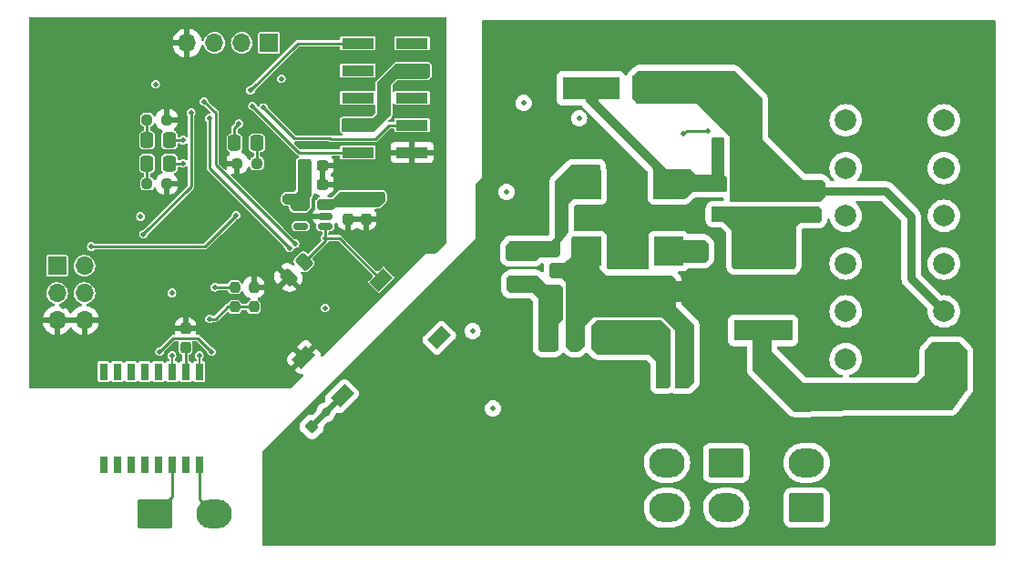
<source format=gbl>
%TF.GenerationSoftware,KiCad,Pcbnew,(6.0.11)*%
%TF.CreationDate,2023-06-26T18:15:52+10:00*%
%TF.ProjectId,LV_MASTER_A_SAMPLE,4c565f4d-4153-4544-9552-5f415f53414d,1*%
%TF.SameCoordinates,Original*%
%TF.FileFunction,Copper,L4,Bot*%
%TF.FilePolarity,Positive*%
%FSLAX46Y46*%
G04 Gerber Fmt 4.6, Leading zero omitted, Abs format (unit mm)*
G04 Created by KiCad (PCBNEW (6.0.11)) date 2023-06-26 18:15:52*
%MOMM*%
%LPD*%
G01*
G04 APERTURE LIST*
G04 Aperture macros list*
%AMRoundRect*
0 Rectangle with rounded corners*
0 $1 Rounding radius*
0 $2 $3 $4 $5 $6 $7 $8 $9 X,Y pos of 4 corners*
0 Add a 4 corners polygon primitive as box body*
4,1,4,$2,$3,$4,$5,$6,$7,$8,$9,$2,$3,0*
0 Add four circle primitives for the rounded corners*
1,1,$1+$1,$2,$3*
1,1,$1+$1,$4,$5*
1,1,$1+$1,$6,$7*
1,1,$1+$1,$8,$9*
0 Add four rect primitives between the rounded corners*
20,1,$1+$1,$2,$3,$4,$5,0*
20,1,$1+$1,$4,$5,$6,$7,0*
20,1,$1+$1,$6,$7,$8,$9,0*
20,1,$1+$1,$8,$9,$2,$3,0*%
%AMRotRect*
0 Rectangle, with rotation*
0 The origin of the aperture is its center*
0 $1 length*
0 $2 width*
0 $3 Rotation angle, in degrees counterclockwise*
0 Add horizontal line*
21,1,$1,$2,0,0,$3*%
G04 Aperture macros list end*
%TA.AperFunction,ComponentPad*%
%ADD10RoundRect,0.250001X1.399999X-1.099999X1.399999X1.099999X-1.399999X1.099999X-1.399999X-1.099999X0*%
%TD*%
%TA.AperFunction,ComponentPad*%
%ADD11O,3.300000X2.700000*%
%TD*%
%TA.AperFunction,ComponentPad*%
%ADD12RoundRect,0.250001X-1.399999X1.099999X-1.399999X-1.099999X1.399999X-1.099999X1.399999X1.099999X0*%
%TD*%
%TA.AperFunction,SMDPad,CuDef*%
%ADD13RoundRect,0.237500X-0.380070X0.044194X0.044194X-0.380070X0.380070X-0.044194X-0.044194X0.380070X0*%
%TD*%
%TA.AperFunction,SMDPad,CuDef*%
%ADD14RoundRect,0.237500X-0.237500X0.300000X-0.237500X-0.300000X0.237500X-0.300000X0.237500X0.300000X0*%
%TD*%
%TA.AperFunction,SMDPad,CuDef*%
%ADD15RoundRect,0.250000X-0.097227X0.574524X-0.574524X0.097227X0.097227X-0.574524X0.574524X-0.097227X0*%
%TD*%
%TA.AperFunction,SMDPad,CuDef*%
%ADD16RoundRect,0.250000X0.337500X0.475000X-0.337500X0.475000X-0.337500X-0.475000X0.337500X-0.475000X0*%
%TD*%
%TA.AperFunction,ComponentPad*%
%ADD17R,1.700000X1.700000*%
%TD*%
%TA.AperFunction,ComponentPad*%
%ADD18O,1.700000X1.700000*%
%TD*%
%TA.AperFunction,SMDPad,CuDef*%
%ADD19RoundRect,0.237500X-0.300000X-0.237500X0.300000X-0.237500X0.300000X0.237500X-0.300000X0.237500X0*%
%TD*%
%TA.AperFunction,SMDPad,CuDef*%
%ADD20RoundRect,0.250000X-0.337500X-0.475000X0.337500X-0.475000X0.337500X0.475000X-0.337500X0.475000X0*%
%TD*%
%TA.AperFunction,ComponentPad*%
%ADD21C,2.000000*%
%TD*%
%TA.AperFunction,SMDPad,CuDef*%
%ADD22RoundRect,0.237500X0.250000X0.237500X-0.250000X0.237500X-0.250000X-0.237500X0.250000X-0.237500X0*%
%TD*%
%TA.AperFunction,SMDPad,CuDef*%
%ADD23RoundRect,0.237500X-0.237500X0.250000X-0.237500X-0.250000X0.237500X-0.250000X0.237500X0.250000X0*%
%TD*%
%TA.AperFunction,SMDPad,CuDef*%
%ADD24RoundRect,0.237500X-0.250000X-0.237500X0.250000X-0.237500X0.250000X0.237500X-0.250000X0.237500X0*%
%TD*%
%TA.AperFunction,SMDPad,CuDef*%
%ADD25C,2.000000*%
%TD*%
%TA.AperFunction,SMDPad,CuDef*%
%ADD26R,5.300000X2.150000*%
%TD*%
%TA.AperFunction,SMDPad,CuDef*%
%ADD27R,5.450000X1.920000*%
%TD*%
%TA.AperFunction,SMDPad,CuDef*%
%ADD28R,3.000000X1.000000*%
%TD*%
%TA.AperFunction,SMDPad,CuDef*%
%ADD29R,2.300000X2.500000*%
%TD*%
%TA.AperFunction,SMDPad,CuDef*%
%ADD30R,1.200000X1.200000*%
%TD*%
%TA.AperFunction,ComponentPad*%
%ADD31R,1.500000X2.300000*%
%TD*%
%TA.AperFunction,ComponentPad*%
%ADD32O,1.500000X2.300000*%
%TD*%
%TA.AperFunction,SMDPad,CuDef*%
%ADD33R,2.700000X2.700000*%
%TD*%
%TA.AperFunction,SMDPad,CuDef*%
%ADD34RoundRect,0.150000X0.512500X0.150000X-0.512500X0.150000X-0.512500X-0.150000X0.512500X-0.150000X0*%
%TD*%
%TA.AperFunction,SMDPad,CuDef*%
%ADD35R,0.800000X1.595000*%
%TD*%
%TA.AperFunction,SMDPad,CuDef*%
%ADD36RoundRect,0.250000X0.475000X-0.337500X0.475000X0.337500X-0.475000X0.337500X-0.475000X-0.337500X0*%
%TD*%
%TA.AperFunction,SMDPad,CuDef*%
%ADD37RoundRect,0.237500X0.237500X-0.250000X0.237500X0.250000X-0.237500X0.250000X-0.237500X-0.250000X0*%
%TD*%
%TA.AperFunction,SMDPad,CuDef*%
%ADD38RotRect,1.200000X1.800000X135.000000*%
%TD*%
%TA.AperFunction,SMDPad,CuDef*%
%ADD39RoundRect,0.250001X-1.074999X0.462499X-1.074999X-0.462499X1.074999X-0.462499X1.074999X0.462499X0*%
%TD*%
%TA.AperFunction,ViaPad*%
%ADD40C,0.500000*%
%TD*%
%TA.AperFunction,ViaPad*%
%ADD41C,0.800000*%
%TD*%
%TA.AperFunction,Conductor*%
%ADD42C,0.250000*%
%TD*%
%TA.AperFunction,Conductor*%
%ADD43C,0.500000*%
%TD*%
%TA.AperFunction,Conductor*%
%ADD44C,0.200000*%
%TD*%
%TA.AperFunction,Conductor*%
%ADD45C,0.800000*%
%TD*%
G04 APERTURE END LIST*
%TO.C,NT2*%
G36*
X172021000Y-99044000D02*
G01*
X168021000Y-99044000D01*
X168021000Y-97044000D01*
X172021000Y-97044000D01*
X172021000Y-99044000D01*
G37*
%TD*%
D10*
%TO.P,J5,1,Pin_1*%
%TO.N,/IMA*%
X121337000Y-118745000D03*
D11*
%TO.P,J5,2,Pin_2*%
%TO.N,/IPA*%
X126837000Y-118745000D03*
%TD*%
D10*
%TO.P,J7,1,Pin_1*%
%TO.N,/AUX_OUTPUT*%
X181916000Y-118178000D03*
D11*
%TO.P,J7,2,Pin_2*%
%TO.N,/BLUE_LOOP_RLY*%
X181916000Y-113978000D03*
%TO.P,J7,3,Pin_3*%
%TO.N,GND*%
X187416000Y-118178000D03*
%TO.P,J7,4,Pin_4*%
X187416000Y-113978000D03*
%TD*%
D12*
%TO.P,J6,1,Pin_1*%
%TO.N,/CS2B*%
X174446000Y-113978000D03*
D11*
%TO.P,J6,2,Pin_2*%
%TO.N,/CS1B*%
X174446000Y-118178000D03*
%TO.P,J6,3,Pin_3*%
%TO.N,/CS2A*%
X168946000Y-113978000D03*
%TO.P,J6,4,Pin_4*%
%TO.N,/CS1A*%
X168946000Y-118178000D03*
%TD*%
D13*
%TO.P,C13,1*%
%TO.N,+5V*%
X135915120Y-110642120D03*
%TO.P,C13,2*%
%TO.N,GND*%
X137134880Y-111861880D03*
%TD*%
D14*
%TO.P,C14,1*%
%TO.N,5V_(ISO)*%
X140970000Y-89561500D03*
%TO.P,C14,2*%
%TO.N,0V_(ISO)*%
X140970000Y-91286500D03*
%TD*%
D15*
%TO.P,C17,1*%
%TO.N,5V_(ISO)*%
X135226623Y-95278377D03*
%TO.P,C17,2*%
%TO.N,0V_(ISO)*%
X133759377Y-96745623D03*
%TD*%
D16*
%TO.P,D1,1,K*%
%TO.N,Net-(D1-Pad1)*%
X130831500Y-84201000D03*
%TO.P,D1,2,A*%
%TO.N,/Microcontroller/PC13_LED*%
X128756500Y-84201000D03*
%TD*%
D17*
%TO.P,J2,1,Pin_1*%
%TO.N,3.3V_(ISO)*%
X131966400Y-74894400D03*
D18*
%TO.P,J2,2,Pin_2*%
%TO.N,/Microcontroller/UART_TX*%
X129426400Y-74894400D03*
%TO.P,J2,3,Pin_3*%
%TO.N,/Microcontroller/UART_RX*%
X126886400Y-74894400D03*
%TO.P,J2,4,Pin_4*%
%TO.N,0V_(ISO)*%
X124346400Y-74894400D03*
%TD*%
D19*
%TO.P,C19,1*%
%TO.N,3.3V_(ISO)*%
X135209000Y-88054000D03*
%TO.P,C19,2*%
%TO.N,0V_(ISO)*%
X136934000Y-88054000D03*
%TD*%
D20*
%TO.P,D2,1,K*%
%TO.N,Net-(D2-Pad1)*%
X120628500Y-86106000D03*
%TO.P,D2,2,A*%
%TO.N,/Microcontroller/CAN_RX_IND*%
X122703500Y-86106000D03*
%TD*%
D14*
%TO.P,C15,1*%
%TO.N,5V_(ISO)*%
X139319000Y-89561500D03*
%TO.P,C15,2*%
%TO.N,0V_(ISO)*%
X139319000Y-91286500D03*
%TD*%
D21*
%TO.P,J1,1,Pin_1*%
%TO.N,/CAN_S*%
X185559000Y-82108000D03*
%TO.P,J1,2,Pin_2*%
%TO.N,unconnected-(J1-Pad2)*%
X185559000Y-86548000D03*
%TO.P,J1,3,Pin_3*%
%TO.N,unconnected-(J1-Pad3)*%
X185559000Y-90998000D03*
%TO.P,J1,4,Pin_4*%
%TO.N,/CAN1_+*%
X185559000Y-95438000D03*
%TO.P,J1,5,Pin_5*%
%TO.N,/CAN1_-*%
X185559000Y-99888000D03*
%TO.P,J1,6,Pin_6*%
%TO.N,unconnected-(J1-Pad6)*%
X185559000Y-104328000D03*
%TO.P,J1,7,Pin_7*%
%TO.N,unconnected-(J1-Pad7)*%
X194679000Y-82108000D03*
%TO.P,J1,8,Pin_8*%
%TO.N,unconnected-(J1-Pad8)*%
X194679000Y-86548000D03*
%TO.P,J1,9,Pin_9*%
%TO.N,unconnected-(J1-Pad9)*%
X194679000Y-90998000D03*
%TO.P,J1,10,Pin_10*%
%TO.N,unconnected-(J1-Pad10)*%
X194679000Y-95438000D03*
%TO.P,J1,11,Pin_11*%
%TO.N,/GLV-*%
X194679000Y-99888000D03*
%TO.P,J1,12,Pin_12*%
%TO.N,/GLV+*%
X194679000Y-104328000D03*
%TD*%
D19*
%TO.P,C50,1*%
%TO.N,+5V*%
X168555500Y-104521000D03*
%TO.P,C50,2*%
%TO.N,/Power/24V_Gnd*%
X170280500Y-104521000D03*
%TD*%
D22*
%TO.P,R2,1*%
%TO.N,0V_(ISO)*%
X122453500Y-88011000D03*
%TO.P,R2,2*%
%TO.N,Net-(D2-Pad1)*%
X120628500Y-88011000D03*
%TD*%
D19*
%TO.P,C23,1*%
%TO.N,+24V*%
X158649500Y-98044000D03*
%TO.P,C23,2*%
%TO.N,/Power/24V_Gnd*%
X160374500Y-98044000D03*
%TD*%
D20*
%TO.P,C24,1*%
%TO.N,+5V*%
X168555500Y-102313500D03*
%TO.P,C24,2*%
%TO.N,/Power/24V_Gnd*%
X170630500Y-102313500D03*
%TD*%
D23*
%TO.P,R10,1*%
%TO.N,Net-(R10-Pad1)*%
X128778000Y-97639500D03*
%TO.P,R10,2*%
%TO.N,Net-(R10-Pad2)*%
X128778000Y-99464500D03*
%TD*%
D24*
%TO.P,R1,1*%
%TO.N,0V_(ISO)*%
X129008500Y-86106000D03*
%TO.P,R1,2*%
%TO.N,Net-(D1-Pad1)*%
X130833500Y-86106000D03*
%TD*%
D19*
%TO.P,C49,1*%
%TO.N,+5V*%
X168555500Y-106553000D03*
%TO.P,C49,2*%
%TO.N,/Power/24V_Gnd*%
X170280500Y-106553000D03*
%TD*%
%TO.P,C21,1*%
%TO.N,/Power/V_DIODE*%
X173682000Y-84177000D03*
%TO.P,C21,2*%
%TO.N,/GLV-*%
X175407000Y-84177000D03*
%TD*%
D25*
%TO.P,NT2,1,1*%
%TO.N,GND*%
X172021000Y-98044000D03*
%TO.P,NT2,2,2*%
%TO.N,/Power/24V_Gnd*%
X168021000Y-98044000D03*
%TD*%
D14*
%TO.P,C38,1*%
%TO.N,0V_(ISO)*%
X124206000Y-101499500D03*
%TO.P,C38,2*%
%TO.N,Net-(C38-Pad2)*%
X124206000Y-103224500D03*
%TD*%
D26*
%TO.P,C20,1*%
%TO.N,/Power/V_DIODE*%
X161881000Y-79121000D03*
%TO.P,C20,2*%
%TO.N,/GLV-*%
X169081000Y-79121000D03*
%TD*%
D27*
%TO.P,F1,1*%
%TO.N,/GLV+*%
X177873000Y-101659000D03*
%TO.P,F1,2*%
%TO.N,/Power/V_FUSE*%
X177873000Y-94889000D03*
%TD*%
D28*
%TO.P,J4,1,Pin_1*%
%TO.N,/Microcontroller/NRST*%
X140228000Y-74930000D03*
%TO.P,J4,2,Pin_2*%
%TO.N,unconnected-(J4-Pad2)*%
X145268000Y-74930000D03*
%TO.P,J4,3,Pin_3*%
%TO.N,unconnected-(J4-Pad3)*%
X140228000Y-77470000D03*
%TO.P,J4,4,Pin_4*%
%TO.N,3.3V_(ISO)*%
X145268000Y-77470000D03*
%TO.P,J4,5,Pin_5*%
%TO.N,unconnected-(J4-Pad5)*%
X140228000Y-80010000D03*
%TO.P,J4,6,Pin_6*%
%TO.N,unconnected-(J4-Pad6)*%
X145268000Y-80010000D03*
%TO.P,J4,7,Pin_7*%
%TO.N,3.3V_(ISO)*%
X140228000Y-82550000D03*
%TO.P,J4,8,Pin_8*%
%TO.N,/Microcontroller/SWDIO*%
X145268000Y-82550000D03*
%TO.P,J4,9,Pin_9*%
%TO.N,/Microcontroller/SWCLK*%
X140228000Y-85090000D03*
%TO.P,J4,10,Pin_10*%
%TO.N,0V_(ISO)*%
X145268000Y-85090000D03*
%TD*%
D19*
%TO.P,C18,1*%
%TO.N,3.3V_(ISO)*%
X135209000Y-86294000D03*
%TO.P,C18,2*%
%TO.N,0V_(ISO)*%
X136934000Y-86294000D03*
%TD*%
D29*
%TO.P,D4,1,A1*%
%TO.N,/Power/V_FUSE*%
X177873000Y-91407000D03*
%TO.P,D4,2,A2*%
%TO.N,/GLV-*%
X177873000Y-87107000D03*
%TD*%
D20*
%TO.P,D3,1,K*%
%TO.N,Net-(D3-Pad1)*%
X120628500Y-83947000D03*
%TO.P,D3,2,A*%
%TO.N,/Microcontroller/CAN_TX_IND*%
X122703500Y-83947000D03*
%TD*%
D30*
%TO.P,D5,1,K*%
%TO.N,/Power/V_DIODE*%
X173682000Y-88076000D03*
%TO.P,D5,2,A*%
%TO.N,/Power/V_FUSE*%
X173682000Y-90876000D03*
%TD*%
D22*
%TO.P,R3,1*%
%TO.N,0V_(ISO)*%
X122451500Y-82042000D03*
%TO.P,R3,2*%
%TO.N,Net-(D3-Pad1)*%
X120626500Y-82042000D03*
%TD*%
D31*
%TO.P,U3,1,IN*%
%TO.N,+24V*%
X157905000Y-102313500D03*
D32*
%TO.P,U3,2,GND*%
%TO.N,/Power/24V_Gnd*%
X160445000Y-102313500D03*
%TO.P,U3,3,OUT*%
%TO.N,+5V*%
X162985000Y-102313500D03*
%TD*%
D33*
%TO.P,L1,1,3*%
%TO.N,/Power/V_DIODE*%
X169081000Y-88076000D03*
%TO.P,L1,2,4*%
%TO.N,/Power/V_IND*%
X161461000Y-88076000D03*
%TO.P,L1,3,2*%
%TO.N,/Power/24V_Gnd*%
X161461000Y-94286000D03*
%TO.P,L1,4,1*%
%TO.N,/GLV-*%
X169081000Y-94296000D03*
%TD*%
D34*
%TO.P,U2,1,IN*%
%TO.N,5V_(ISO)*%
X137187500Y-90069000D03*
%TO.P,U2,2,GND*%
%TO.N,0V_(ISO)*%
X137187500Y-91019000D03*
%TO.P,U2,3,EN*%
%TO.N,5V_(ISO)*%
X137187500Y-91969000D03*
%TO.P,U2,4,NC*%
%TO.N,unconnected-(U2-Pad4)*%
X134912500Y-91969000D03*
%TO.P,U2,5,OUT*%
%TO.N,3.3V_(ISO)*%
X134912500Y-90069000D03*
%TD*%
D35*
%TO.P,T1,1,TD+*%
%TO.N,/IPA*%
X125476000Y-114207000D03*
%TO.P,T1,2,TCT*%
%TO.N,unconnected-(T1-Pad2)*%
X124206000Y-114207000D03*
%TO.P,T1,3,TD-*%
%TO.N,/IMA*%
X122936000Y-114207000D03*
%TO.P,T1,4,NC_1*%
%TO.N,unconnected-(T1-Pad4)*%
X121666000Y-114207000D03*
%TO.P,T1,5,NC_2*%
%TO.N,unconnected-(T1-Pad5)*%
X120396000Y-114207000D03*
%TO.P,T1,6,RD+*%
%TO.N,unconnected-(T1-Pad6)*%
X119126000Y-114207000D03*
%TO.P,T1,7,RCT*%
%TO.N,unconnected-(T1-Pad7)*%
X117856000Y-114207000D03*
%TO.P,T1,8,RD-*%
%TO.N,unconnected-(T1-Pad8)*%
X116586000Y-114207000D03*
%TO.P,T1,9,RX-*%
%TO.N,unconnected-(T1-Pad9)*%
X116586000Y-105503000D03*
%TO.P,T1,10,CMT_1*%
%TO.N,unconnected-(T1-Pad10)*%
X117856000Y-105503000D03*
%TO.P,T1,11,RX+*%
%TO.N,unconnected-(T1-Pad11)*%
X119126000Y-105503000D03*
%TO.P,T1,12,NC_3*%
%TO.N,unconnected-(T1-Pad12)*%
X120396000Y-105503000D03*
%TO.P,T1,13,NC_4*%
%TO.N,unconnected-(T1-Pad13)*%
X121666000Y-105503000D03*
%TO.P,T1,14,TX-*%
%TO.N,/isoSPI/ISO_SPI_N*%
X122936000Y-105503000D03*
%TO.P,T1,15,CMT_2*%
%TO.N,Net-(C38-Pad2)*%
X124206000Y-105503000D03*
%TO.P,T1,16,TX+*%
%TO.N,/isoSPI/ISO_SPI_P*%
X125476000Y-105503000D03*
%TD*%
D17*
%TO.P,J3,1,Pin_1*%
%TO.N,3.3V_(ISO)*%
X112270000Y-95645000D03*
D18*
%TO.P,J3,2,Pin_2*%
X114810000Y-95645000D03*
%TO.P,J3,3,Pin_3*%
%TO.N,/Microcontroller/BOOT1*%
X112270000Y-98185000D03*
%TO.P,J3,4,Pin_4*%
%TO.N,/Microcontroller/BOOT0*%
X114810000Y-98185000D03*
%TO.P,J3,5,Pin_5*%
%TO.N,0V_(ISO)*%
X112270000Y-100725000D03*
%TO.P,J3,6,Pin_6*%
X114810000Y-100725000D03*
%TD*%
D36*
%TO.P,C16,1*%
%TO.N,/Power/V_FUSE*%
X182445000Y-90781000D03*
%TO.P,C16,2*%
%TO.N,/GLV-*%
X182445000Y-88706000D03*
%TD*%
D14*
%TO.P,C22,1*%
%TO.N,/Power/V_IND*%
X158496000Y-94286000D03*
%TO.P,C22,2*%
%TO.N,/Power/24V_Gnd*%
X158496000Y-96011000D03*
%TD*%
D37*
%TO.P,R11,1*%
%TO.N,Net-(R10-Pad2)*%
X130556000Y-99464500D03*
%TO.P,R11,2*%
%TO.N,0V_(ISO)*%
X130556000Y-97639500D03*
%TD*%
D38*
%TO.P,PS1,1,-VIN*%
%TO.N,GND*%
X140565832Y-109551321D03*
%TO.P,PS1,2,+VIN*%
%TO.N,+5V*%
X138769781Y-107755270D03*
%TO.P,PS1,4,-VOUT*%
%TO.N,0V_(ISO)*%
X135177679Y-104163168D03*
%TO.P,PS1,5,+VOUT*%
%TO.N,5V_(ISO)*%
X142390168Y-96950679D03*
%TO.P,PS1,8,NC*%
%TO.N,unconnected-(PS1-Pad8)*%
X147778321Y-102338832D03*
%TD*%
D39*
%TO.P,L2,1*%
%TO.N,/Power/V_IND*%
X155448000Y-94286000D03*
%TO.P,L2,2*%
%TO.N,+24V*%
X155448000Y-97261000D03*
%TD*%
D40*
%TO.N,/CAN_S*%
X160782000Y-81915000D03*
%TO.N,/Microcontroller/CAN_RX_IND*%
X123952000Y-86106000D03*
%TO.N,/Microcontroller/CAN_TX_IND*%
X123952000Y-83947000D03*
%TO.N,/Microcontroller/BOOT1*%
X115443000Y-93853000D03*
X128905000Y-90932000D03*
%TO.N,/Microcontroller/BOOT0*%
X120285000Y-92710000D03*
X124714000Y-81407000D03*
%TO.N,/Microcontroller/NRST*%
X130238500Y-79311500D03*
%TO.N,/Microcontroller/SWDIO*%
X131445000Y-80907400D03*
%TO.N,/Microcontroller/SWCLK*%
X130429000Y-80772000D03*
%TO.N,/Microcontroller/SCL_(ISO)*%
X133858000Y-93980000D03*
X126441200Y-81915000D03*
%TO.N,/Microcontroller/SDA_(ISO)*%
X125912700Y-80348200D03*
X134380802Y-93587898D03*
%TO.N,/Microcontroller/PC13_LED*%
X129174600Y-82407400D03*
%TO.N,3.3V_(ISO)*%
X133604000Y-89408000D03*
X142621000Y-78486000D03*
X120015000Y-91059000D03*
X133096000Y-78232000D03*
X121412000Y-78740000D03*
%TO.N,0V_(ISO)*%
X137341667Y-76700000D03*
X139091667Y-78450000D03*
X137341667Y-78450000D03*
X119841667Y-99450000D03*
X132091667Y-106450000D03*
X128591667Y-92450000D03*
X114591667Y-106450000D03*
X126841667Y-73200000D03*
X147841667Y-83700000D03*
X146091667Y-73200000D03*
X130341667Y-95950000D03*
X147841667Y-80200000D03*
X142591667Y-74950000D03*
X119270000Y-83660000D03*
X147841667Y-76700000D03*
X135591667Y-73200000D03*
X142591667Y-94200000D03*
X128591667Y-106450000D03*
X119841667Y-95950000D03*
X147841667Y-73200000D03*
X111091667Y-92450000D03*
X119841667Y-97700000D03*
X128591667Y-95950000D03*
X114591667Y-104700000D03*
X114591667Y-92450000D03*
X142591667Y-73200000D03*
X144341667Y-94200000D03*
X118091667Y-97700000D03*
X112841667Y-92450000D03*
X132091667Y-104700000D03*
X140841667Y-78450000D03*
X116341667Y-99450000D03*
X140841667Y-73200000D03*
X125091667Y-73200000D03*
X123341667Y-73200000D03*
X132091667Y-101200000D03*
X130341667Y-104700000D03*
X110770000Y-80880000D03*
X116341667Y-102950000D03*
X116341667Y-92450000D03*
X133841667Y-73200000D03*
X146091667Y-87200000D03*
X132091667Y-102950000D03*
X118091667Y-99450000D03*
X112841667Y-99450000D03*
X137341667Y-73200000D03*
X142591667Y-90700000D03*
X128591667Y-104700000D03*
X114591667Y-102950000D03*
X130341667Y-87200000D03*
X130341667Y-106450000D03*
X144341667Y-95950000D03*
X130341667Y-101200000D03*
X112841667Y-106450000D03*
X147841667Y-74950000D03*
X118091667Y-102950000D03*
X146091667Y-94200000D03*
X126841667Y-106450000D03*
X111091667Y-106450000D03*
X146091667Y-83700000D03*
X110780000Y-76890000D03*
X147841667Y-78450000D03*
X132091667Y-95950000D03*
X125091667Y-76700000D03*
X128591667Y-73200000D03*
X123341667Y-80200000D03*
X133841667Y-106450000D03*
X110780000Y-74860000D03*
X112841667Y-102950000D03*
X128591667Y-101200000D03*
X147841667Y-85450000D03*
X118910000Y-80080000D03*
X130341667Y-73200000D03*
X130341667Y-102950000D03*
X126841667Y-76700000D03*
X111091667Y-102950000D03*
X132091667Y-97700000D03*
X111091667Y-104700000D03*
X128591667Y-94200000D03*
X142591667Y-76700000D03*
X126841667Y-104700000D03*
X135591667Y-76700000D03*
X140841667Y-94200000D03*
X139091667Y-73200000D03*
X130341667Y-76700000D03*
X147841667Y-81950000D03*
X123341667Y-92450000D03*
X112841667Y-104700000D03*
X121591667Y-73200000D03*
X137341667Y-102950000D03*
X147841667Y-87200000D03*
X144341667Y-73200000D03*
X118091667Y-101200000D03*
X110790000Y-72950000D03*
X110790000Y-78730000D03*
X133841667Y-102950000D03*
X116341667Y-101200000D03*
X128591667Y-102950000D03*
X111091667Y-99450000D03*
X121591667Y-92450000D03*
X121591667Y-101200000D03*
%TO.N,GND*%
X199085200Y-80238600D03*
X163322000Y-114909600D03*
X196596000Y-121158000D03*
X175564800Y-121158000D03*
X160528000Y-119126000D03*
X145542000Y-113055400D03*
X199059800Y-86182200D03*
X153035000Y-116586000D03*
X153543000Y-73787000D03*
X166979600Y-121158000D03*
X199034400Y-101219000D03*
X199059800Y-83261200D03*
X151587200Y-121158000D03*
X199009000Y-110185200D03*
X172567600Y-121158000D03*
X178562000Y-121158000D03*
X198983600Y-119227600D03*
X154584400Y-121158000D03*
X160909000Y-115163600D03*
X164211000Y-119126000D03*
X173634400Y-92583000D03*
X163982400Y-121158000D03*
X136601200Y-121158000D03*
X145592800Y-121158000D03*
X181457600Y-121158000D03*
X160985200Y-121158000D03*
X148590000Y-121158000D03*
X169570400Y-121158000D03*
X190449200Y-121158000D03*
X198983600Y-121158000D03*
X187452000Y-121158000D03*
X199034400Y-89204800D03*
%TO.N,/CAN_S*%
X155625800Y-80492600D03*
%TO.N,GND*%
X199009000Y-116205000D03*
X199059800Y-92202000D03*
X145770600Y-114808000D03*
X199034400Y-107238800D03*
X157988000Y-121158000D03*
X198983600Y-113207800D03*
X193598800Y-121158000D03*
X199059800Y-98196400D03*
X167132000Y-90525600D03*
X155702000Y-118999000D03*
X139598400Y-121158000D03*
X133604000Y-121158000D03*
X199059800Y-77241400D03*
X199059800Y-104216200D03*
X199034400Y-95224600D03*
X184454800Y-121158000D03*
X157911800Y-115112800D03*
X199085200Y-74218800D03*
X142595600Y-121158000D03*
X166446200Y-87198200D03*
%TO.N,+24V*%
X158623000Y-99187000D03*
%TO.N,+5V*%
X150876000Y-101727000D03*
X152781000Y-108939500D03*
D41*
X137232525Y-109292525D03*
D40*
X154051000Y-88773000D03*
%TO.N,5V_(ISO)*%
X142367000Y-89434500D03*
X137187500Y-93063500D03*
X122936000Y-98171000D03*
X137160000Y-99568000D03*
%TO.N,Net-(C37-Pad1)*%
X170461000Y-83359000D03*
X172720000Y-83058000D03*
%TO.N,Net-(C39-Pad1)*%
X121793000Y-103632000D03*
X126619000Y-103632000D03*
%TO.N,/isoSPI/ISO_SPI_P*%
X125476000Y-104013000D03*
%TO.N,/isoSPI/ISO_SPI_N*%
X122936000Y-104013000D03*
%TO.N,Net-(R10-Pad1)*%
X126941200Y-97639500D03*
%TO.N,Net-(R10-Pad2)*%
X126441200Y-100584000D03*
D41*
%TO.N,/GLV-*%
X177292000Y-84836000D03*
X171577000Y-94234000D03*
%TD*%
D42*
%TO.N,Net-(D2-Pad1)*%
X120628500Y-88011000D02*
X120628500Y-86106000D01*
%TO.N,/Microcontroller/CAN_RX_IND*%
X122703500Y-86106000D02*
X123952000Y-86106000D01*
%TO.N,Net-(D3-Pad1)*%
X120628500Y-82044000D02*
X120626500Y-82042000D01*
X120628500Y-83947000D02*
X120628500Y-82044000D01*
%TO.N,/Microcontroller/CAN_TX_IND*%
X122703500Y-83947000D02*
X123952000Y-83947000D01*
%TO.N,/Microcontroller/BOOT1*%
X115443000Y-93853000D02*
X125984000Y-93853000D01*
X125984000Y-93853000D02*
X128905000Y-90932000D01*
%TO.N,/Microcontroller/BOOT0*%
X124714000Y-88265000D02*
X120285000Y-92694000D01*
X124714000Y-81407000D02*
X124714000Y-88265000D01*
X120285000Y-92694000D02*
X120285000Y-92710000D01*
%TO.N,/Microcontroller/NRST*%
X130238500Y-79311500D02*
X134620000Y-74930000D01*
X134620000Y-74930000D02*
X140228000Y-74930000D01*
%TO.N,/Microcontroller/SWDIO*%
X137668000Y-83820000D02*
X141859000Y-83820000D01*
X137668000Y-83820000D02*
X137617000Y-83769000D01*
X143129000Y-82550000D02*
X145268000Y-82550000D01*
X141859000Y-83820000D02*
X143129000Y-82550000D01*
X134306600Y-83769000D02*
X131445000Y-80907400D01*
X137617000Y-83769000D02*
X134306600Y-83769000D01*
%TO.N,/Microcontroller/SWCLK*%
X130429000Y-80772000D02*
X134747000Y-85090000D01*
X134747000Y-85090000D02*
X140228000Y-85090000D01*
%TO.N,/Microcontroller/SCL_(ISO)*%
X126441200Y-81915000D02*
X126441200Y-86563200D01*
X126441200Y-86563200D02*
X133858000Y-93980000D01*
%TO.N,/Microcontroller/SDA_(ISO)*%
X127000000Y-81407000D02*
X127000000Y-86233000D01*
X127000000Y-86233000D02*
X134354898Y-93587898D01*
X125912700Y-80348200D02*
X125941200Y-80348200D01*
X125941200Y-80348200D02*
X127000000Y-81407000D01*
X134354898Y-93587898D02*
X134380802Y-93587898D01*
%TO.N,/Microcontroller/PC13_LED*%
X128756500Y-82825500D02*
X129174600Y-82407400D01*
X128756500Y-84201000D02*
X128756500Y-82825500D01*
D43*
%TO.N,+5V*%
X135915120Y-110609931D02*
X137232525Y-109292525D01*
X137232525Y-109292525D02*
X138769781Y-107755270D01*
D42*
X135915120Y-110642120D02*
X135915120Y-110609931D01*
%TO.N,5V_(ISO)*%
X137187500Y-93063500D02*
X137187500Y-91969000D01*
X137187500Y-93063500D02*
X138502989Y-93063500D01*
X137187500Y-93063500D02*
X137187500Y-93317500D01*
X137187500Y-93317500D02*
X135226623Y-95278377D01*
X138502989Y-93063500D02*
X142390168Y-96950679D01*
%TO.N,Net-(C37-Pad1)*%
X170762000Y-83058000D02*
X170461000Y-83359000D01*
X172720000Y-83058000D02*
X170762000Y-83058000D01*
%TO.N,Net-(C38-Pad2)*%
X124206000Y-105503000D02*
X124206000Y-103224500D01*
%TO.N,Net-(C39-Pad1)*%
X125349000Y-102362000D02*
X126619000Y-103632000D01*
X123063000Y-102362000D02*
X125349000Y-102362000D01*
X121793000Y-103632000D02*
X123063000Y-102362000D01*
%TO.N,Net-(D1-Pad1)*%
X130831500Y-86104000D02*
X130833500Y-86106000D01*
X130831500Y-84201000D02*
X130831500Y-86104000D01*
%TO.N,/IMA*%
X122936000Y-117146000D02*
X121337000Y-118745000D01*
X122936000Y-114207000D02*
X122936000Y-117146000D01*
%TO.N,/IPA*%
X125476000Y-117384000D02*
X126837000Y-118745000D01*
X125476000Y-114207000D02*
X125476000Y-117384000D01*
D44*
%TO.N,/isoSPI/ISO_SPI_P*%
X125476000Y-105503000D02*
X125476000Y-104013000D01*
%TO.N,/isoSPI/ISO_SPI_N*%
X122936000Y-105503000D02*
X122936000Y-104013000D01*
D42*
%TO.N,Net-(R10-Pad1)*%
X128778000Y-97639500D02*
X126941200Y-97639500D01*
%TO.N,Net-(R10-Pad2)*%
X128778000Y-99464500D02*
X130556000Y-99464500D01*
X127000000Y-100584000D02*
X128119500Y-99464500D01*
X126441200Y-100584000D02*
X127000000Y-100584000D01*
X128119500Y-99464500D02*
X128778000Y-99464500D01*
D45*
%TO.N,/GLV-*%
X182445000Y-88706000D02*
X182455000Y-88696000D01*
X182455000Y-88696000D02*
X189280000Y-88696000D01*
X191643000Y-96852000D02*
X194679000Y-99888000D01*
X191643000Y-91059000D02*
X191643000Y-96852000D01*
X189280000Y-88696000D02*
X191643000Y-91059000D01*
%TD*%
%TA.AperFunction,Conductor*%
%TO.N,0V_(ISO)*%
G36*
X148405121Y-72537002D02*
G01*
X148451614Y-72590658D01*
X148463000Y-72643000D01*
X148463000Y-93419810D01*
X148442998Y-93487931D01*
X148426095Y-93508905D01*
X147483905Y-94451095D01*
X147421593Y-94485121D01*
X147394810Y-94488000D01*
X146558000Y-94488000D01*
X136961604Y-104084396D01*
X136899292Y-104118422D01*
X136828477Y-104113357D01*
X136771641Y-104070810D01*
X136746830Y-104004290D01*
X136747781Y-103977440D01*
X136750290Y-103959919D01*
X136750290Y-103942147D01*
X136732207Y-103815877D01*
X136727220Y-103798822D01*
X136673977Y-103681719D01*
X136665754Y-103668366D01*
X136633688Y-103628485D01*
X136629144Y-103623421D01*
X136365698Y-103359976D01*
X136351760Y-103352365D01*
X136349924Y-103352497D01*
X136343312Y-103356746D01*
X135177679Y-104522378D01*
X134374489Y-105325569D01*
X134366877Y-105339510D01*
X134367008Y-105341345D01*
X134371259Y-105347959D01*
X134637921Y-105614621D01*
X134643005Y-105619183D01*
X134682878Y-105651243D01*
X134696228Y-105659465D01*
X134813333Y-105712709D01*
X134830388Y-105717696D01*
X134956658Y-105735779D01*
X134974430Y-105735779D01*
X134991951Y-105733270D01*
X135062219Y-105743414D01*
X135115848Y-105789937D01*
X135135812Y-105858069D01*
X135115772Y-105926178D01*
X135098907Y-105947093D01*
X134021905Y-107024095D01*
X133959593Y-107058121D01*
X133932810Y-107061000D01*
X109754500Y-107061000D01*
X109686379Y-107040998D01*
X109639886Y-106987342D01*
X109628500Y-106935000D01*
X109628500Y-106315718D01*
X116031500Y-106315718D01*
X116040464Y-106360783D01*
X116074612Y-106411888D01*
X116125717Y-106446036D01*
X116170782Y-106455000D01*
X117001218Y-106455000D01*
X117046283Y-106446036D01*
X117097388Y-106411888D01*
X117116237Y-106383679D01*
X117170714Y-106338154D01*
X117241157Y-106329307D01*
X117305201Y-106359949D01*
X117325762Y-106383678D01*
X117344612Y-106411888D01*
X117395717Y-106446036D01*
X117440782Y-106455000D01*
X118271218Y-106455000D01*
X118316283Y-106446036D01*
X118367388Y-106411888D01*
X118386237Y-106383679D01*
X118440714Y-106338154D01*
X118511157Y-106329307D01*
X118575201Y-106359949D01*
X118595762Y-106383678D01*
X118614612Y-106411888D01*
X118665717Y-106446036D01*
X118710782Y-106455000D01*
X119541218Y-106455000D01*
X119586283Y-106446036D01*
X119637388Y-106411888D01*
X119656237Y-106383679D01*
X119710714Y-106338154D01*
X119781157Y-106329307D01*
X119845201Y-106359949D01*
X119865762Y-106383678D01*
X119884612Y-106411888D01*
X119935717Y-106446036D01*
X119980782Y-106455000D01*
X120811218Y-106455000D01*
X120856283Y-106446036D01*
X120907388Y-106411888D01*
X120926237Y-106383679D01*
X120980714Y-106338154D01*
X121051157Y-106329307D01*
X121115201Y-106359949D01*
X121135762Y-106383678D01*
X121154612Y-106411888D01*
X121205717Y-106446036D01*
X121250782Y-106455000D01*
X122081218Y-106455000D01*
X122126283Y-106446036D01*
X122177388Y-106411888D01*
X122196237Y-106383679D01*
X122250714Y-106338154D01*
X122321157Y-106329307D01*
X122385201Y-106359949D01*
X122405762Y-106383678D01*
X122424612Y-106411888D01*
X122475717Y-106446036D01*
X122520782Y-106455000D01*
X123351218Y-106455000D01*
X123396283Y-106446036D01*
X123447388Y-106411888D01*
X123466237Y-106383679D01*
X123520714Y-106338154D01*
X123591157Y-106329307D01*
X123655201Y-106359949D01*
X123675762Y-106383678D01*
X123694612Y-106411888D01*
X123745717Y-106446036D01*
X123790782Y-106455000D01*
X124621218Y-106455000D01*
X124666283Y-106446036D01*
X124717388Y-106411888D01*
X124736237Y-106383679D01*
X124790714Y-106338154D01*
X124861157Y-106329307D01*
X124925201Y-106359949D01*
X124945762Y-106383678D01*
X124964612Y-106411888D01*
X125015717Y-106446036D01*
X125060782Y-106455000D01*
X125891218Y-106455000D01*
X125936283Y-106446036D01*
X125987388Y-106411888D01*
X126021536Y-106360783D01*
X126030500Y-106315718D01*
X126030500Y-104690282D01*
X126021536Y-104645217D01*
X125987388Y-104594112D01*
X125936283Y-104559964D01*
X125891218Y-104551000D01*
X125856500Y-104551000D01*
X125788379Y-104530998D01*
X125741886Y-104477342D01*
X125730500Y-104425000D01*
X125730500Y-104384189D01*
X133605068Y-104384189D01*
X133623151Y-104510459D01*
X133628138Y-104527514D01*
X133681381Y-104644617D01*
X133689604Y-104657970D01*
X133721670Y-104697851D01*
X133726214Y-104702915D01*
X133989660Y-104966360D01*
X134003598Y-104973971D01*
X134005434Y-104973839D01*
X134012046Y-104969590D01*
X134805658Y-104175979D01*
X134813271Y-104162036D01*
X134813140Y-104160202D01*
X134808889Y-104153588D01*
X134227408Y-103572108D01*
X134213470Y-103564497D01*
X134211634Y-103564629D01*
X134205022Y-103568878D01*
X133726226Y-104047674D01*
X133721664Y-104052758D01*
X133689604Y-104092631D01*
X133681382Y-104105981D01*
X133628138Y-104223086D01*
X133623151Y-104240141D01*
X133605068Y-104366411D01*
X133605068Y-104384189D01*
X125730500Y-104384189D01*
X125730500Y-104382739D01*
X125750502Y-104314618D01*
X125767405Y-104293644D01*
X125807326Y-104253723D01*
X125865498Y-104139555D01*
X125885542Y-104013000D01*
X125865498Y-103886445D01*
X125807326Y-103772277D01*
X125716723Y-103681674D01*
X125602555Y-103623502D01*
X125476000Y-103603458D01*
X125349445Y-103623502D01*
X125235277Y-103681674D01*
X125144674Y-103772277D01*
X125086502Y-103886445D01*
X125066458Y-104013000D01*
X125086502Y-104139555D01*
X125144674Y-104253723D01*
X125184595Y-104293644D01*
X125218621Y-104355956D01*
X125221500Y-104382739D01*
X125221500Y-104425000D01*
X125201498Y-104493121D01*
X125147842Y-104539614D01*
X125095500Y-104551000D01*
X125060782Y-104551000D01*
X125015717Y-104559964D01*
X124964612Y-104594112D01*
X124957720Y-104604427D01*
X124945764Y-104622320D01*
X124891286Y-104667846D01*
X124820843Y-104676693D01*
X124756799Y-104646051D01*
X124736236Y-104622320D01*
X124724280Y-104604427D01*
X124717388Y-104594112D01*
X124666283Y-104559964D01*
X124621218Y-104551000D01*
X124611500Y-104551000D01*
X124609718Y-104550477D01*
X124608868Y-104550393D01*
X124608884Y-104550232D01*
X124543379Y-104530998D01*
X124496886Y-104477342D01*
X124485500Y-104425000D01*
X124485500Y-104018077D01*
X124505502Y-103949956D01*
X124559158Y-103903463D01*
X124560871Y-103902796D01*
X124566145Y-103901961D01*
X124640864Y-103863890D01*
X124667943Y-103850093D01*
X124667944Y-103850092D01*
X124676784Y-103845588D01*
X124764588Y-103757784D01*
X124799796Y-103688685D01*
X124816459Y-103655981D01*
X124816459Y-103655980D01*
X124820961Y-103647145D01*
X124835500Y-103555349D01*
X124835499Y-102893652D01*
X124820961Y-102801855D01*
X124820671Y-102801285D01*
X124818790Y-102735470D01*
X124855452Y-102674672D01*
X124919163Y-102643346D01*
X124940651Y-102641500D01*
X125181037Y-102641500D01*
X125249158Y-102661502D01*
X125270132Y-102678405D01*
X126177823Y-103586096D01*
X126211849Y-103648408D01*
X126213177Y-103655480D01*
X126229502Y-103758555D01*
X126287674Y-103872723D01*
X126378277Y-103963326D01*
X126492445Y-104021498D01*
X126502238Y-104023049D01*
X126587690Y-104036583D01*
X126619000Y-104041542D01*
X126650311Y-104036583D01*
X126735762Y-104023049D01*
X126745555Y-104021498D01*
X126859723Y-103963326D01*
X126950326Y-103872723D01*
X127008498Y-103758555D01*
X127028542Y-103632000D01*
X127008498Y-103505445D01*
X126950326Y-103391277D01*
X126859723Y-103300674D01*
X126745555Y-103242502D01*
X126642481Y-103226177D01*
X126589832Y-103201219D01*
X134579008Y-103201219D01*
X134579140Y-103203055D01*
X134583389Y-103209667D01*
X135164868Y-103791147D01*
X135178811Y-103798760D01*
X135180645Y-103798629D01*
X135187259Y-103794378D01*
X135980871Y-103000765D01*
X135988482Y-102986827D01*
X135988350Y-102984991D01*
X135984101Y-102978379D01*
X135717437Y-102711715D01*
X135712353Y-102707153D01*
X135672480Y-102675093D01*
X135659130Y-102666871D01*
X135542025Y-102613627D01*
X135524970Y-102608640D01*
X135398700Y-102590557D01*
X135380922Y-102590557D01*
X135254652Y-102608640D01*
X135237597Y-102613627D01*
X135120494Y-102666870D01*
X135107141Y-102675093D01*
X135067260Y-102707159D01*
X135062196Y-102711703D01*
X134586619Y-103187281D01*
X134579008Y-103201219D01*
X126589832Y-103201219D01*
X126578327Y-103195765D01*
X126573096Y-103190823D01*
X125580816Y-102198543D01*
X125579495Y-102197012D01*
X125577274Y-102192469D01*
X125544011Y-102161613D01*
X125540606Y-102158333D01*
X125528257Y-102145984D01*
X125524480Y-102143393D01*
X125522410Y-102141575D01*
X125517952Y-102137440D01*
X125500938Y-102121657D01*
X125490132Y-102117345D01*
X125484133Y-102113553D01*
X125480280Y-102111496D01*
X125473791Y-102108620D01*
X125464198Y-102102040D01*
X125452881Y-102099354D01*
X125452876Y-102099352D01*
X125442518Y-102096894D01*
X125424926Y-102091331D01*
X125419535Y-102089180D01*
X125404229Y-102083074D01*
X125398375Y-102082500D01*
X125395294Y-102082500D01*
X125392224Y-102082350D01*
X125392242Y-102081989D01*
X125385830Y-102081239D01*
X125385829Y-102081253D01*
X125374211Y-102080685D01*
X125362890Y-102077998D01*
X125351361Y-102079567D01*
X125351360Y-102079567D01*
X125338267Y-102081349D01*
X125321276Y-102082500D01*
X125304649Y-102082500D01*
X125236528Y-102062498D01*
X125190035Y-102008842D01*
X125179305Y-101943658D01*
X125188672Y-101852232D01*
X125189000Y-101845815D01*
X125189000Y-101771615D01*
X125184525Y-101756376D01*
X125183135Y-101755171D01*
X125175452Y-101753500D01*
X123241115Y-101753500D01*
X123225876Y-101757975D01*
X123224671Y-101759365D01*
X123223000Y-101767048D01*
X123223000Y-101845766D01*
X123223337Y-101852282D01*
X123232742Y-101942918D01*
X123219878Y-102012739D01*
X123171307Y-102064521D01*
X123105529Y-102081051D01*
X123104537Y-102080710D01*
X123094539Y-102081085D01*
X123094535Y-102081085D01*
X123059226Y-102082411D01*
X123054499Y-102082500D01*
X123037007Y-102082500D01*
X123032504Y-102083338D01*
X123029750Y-102083517D01*
X123012114Y-102084179D01*
X123012111Y-102084180D01*
X123000488Y-102084616D01*
X122989800Y-102089208D01*
X122982872Y-102090769D01*
X122978690Y-102092039D01*
X122972071Y-102094593D01*
X122960638Y-102096723D01*
X122941663Y-102108419D01*
X122925306Y-102116916D01*
X122904822Y-102125717D01*
X122900277Y-102129450D01*
X122898097Y-102131630D01*
X122895823Y-102133692D01*
X122895580Y-102133425D01*
X122890514Y-102137430D01*
X122890523Y-102137440D01*
X122881905Y-102145255D01*
X122872002Y-102151359D01*
X122864961Y-102160619D01*
X122856961Y-102171139D01*
X122845760Y-102183967D01*
X121838904Y-103190823D01*
X121776592Y-103224849D01*
X121769520Y-103226177D01*
X121666445Y-103242502D01*
X121552277Y-103300674D01*
X121461674Y-103391277D01*
X121403502Y-103505445D01*
X121383458Y-103632000D01*
X121403502Y-103758555D01*
X121461674Y-103872723D01*
X121552277Y-103963326D01*
X121666445Y-104021498D01*
X121676238Y-104023049D01*
X121761690Y-104036583D01*
X121793000Y-104041542D01*
X121824311Y-104036583D01*
X121909762Y-104023049D01*
X121919555Y-104021498D01*
X122033723Y-103963326D01*
X122124326Y-103872723D01*
X122182498Y-103758555D01*
X122198823Y-103655481D01*
X122229235Y-103591327D01*
X122234177Y-103586096D01*
X123141868Y-102678405D01*
X123204180Y-102644379D01*
X123230963Y-102641500D01*
X123471348Y-102641500D01*
X123539469Y-102661502D01*
X123585962Y-102715158D01*
X123596066Y-102785432D01*
X123593260Y-102797496D01*
X123591039Y-102801855D01*
X123576500Y-102893651D01*
X123576501Y-103555348D01*
X123591039Y-103647145D01*
X123595541Y-103655980D01*
X123595541Y-103655981D01*
X123612205Y-103688685D01*
X123647412Y-103757784D01*
X123735216Y-103845588D01*
X123744056Y-103850092D01*
X123744057Y-103850093D01*
X123771136Y-103863890D01*
X123841990Y-103899992D01*
X123841992Y-103899993D01*
X123845855Y-103901961D01*
X123845601Y-103902460D01*
X123898040Y-103938315D01*
X123925678Y-104003711D01*
X123926500Y-104018077D01*
X123926500Y-104425000D01*
X123906498Y-104493121D01*
X123852842Y-104539614D01*
X123800500Y-104551000D01*
X123790782Y-104551000D01*
X123745717Y-104559964D01*
X123694612Y-104594112D01*
X123687720Y-104604427D01*
X123675764Y-104622320D01*
X123621286Y-104667846D01*
X123550843Y-104676693D01*
X123486799Y-104646051D01*
X123466236Y-104622320D01*
X123454280Y-104604427D01*
X123447388Y-104594112D01*
X123396283Y-104559964D01*
X123351218Y-104551000D01*
X123316500Y-104551000D01*
X123248379Y-104530998D01*
X123201886Y-104477342D01*
X123190500Y-104425000D01*
X123190500Y-104382739D01*
X123210502Y-104314618D01*
X123227405Y-104293644D01*
X123267326Y-104253723D01*
X123325498Y-104139555D01*
X123345542Y-104013000D01*
X123325498Y-103886445D01*
X123267326Y-103772277D01*
X123176723Y-103681674D01*
X123062555Y-103623502D01*
X122936000Y-103603458D01*
X122809445Y-103623502D01*
X122695277Y-103681674D01*
X122604674Y-103772277D01*
X122546502Y-103886445D01*
X122526458Y-104013000D01*
X122546502Y-104139555D01*
X122604674Y-104253723D01*
X122644595Y-104293644D01*
X122678621Y-104355956D01*
X122681500Y-104382739D01*
X122681500Y-104425000D01*
X122661498Y-104493121D01*
X122607842Y-104539614D01*
X122555500Y-104551000D01*
X122520782Y-104551000D01*
X122475717Y-104559964D01*
X122424612Y-104594112D01*
X122417720Y-104604427D01*
X122405764Y-104622320D01*
X122351286Y-104667846D01*
X122280843Y-104676693D01*
X122216799Y-104646051D01*
X122196236Y-104622320D01*
X122184280Y-104604427D01*
X122177388Y-104594112D01*
X122126283Y-104559964D01*
X122081218Y-104551000D01*
X121250782Y-104551000D01*
X121205717Y-104559964D01*
X121154612Y-104594112D01*
X121147720Y-104604427D01*
X121135764Y-104622320D01*
X121081286Y-104667846D01*
X121010843Y-104676693D01*
X120946799Y-104646051D01*
X120926236Y-104622320D01*
X120914280Y-104604427D01*
X120907388Y-104594112D01*
X120856283Y-104559964D01*
X120811218Y-104551000D01*
X119980782Y-104551000D01*
X119935717Y-104559964D01*
X119884612Y-104594112D01*
X119877720Y-104604427D01*
X119865764Y-104622320D01*
X119811286Y-104667846D01*
X119740843Y-104676693D01*
X119676799Y-104646051D01*
X119656236Y-104622320D01*
X119644280Y-104604427D01*
X119637388Y-104594112D01*
X119586283Y-104559964D01*
X119541218Y-104551000D01*
X118710782Y-104551000D01*
X118665717Y-104559964D01*
X118614612Y-104594112D01*
X118607720Y-104604427D01*
X118595764Y-104622320D01*
X118541286Y-104667846D01*
X118470843Y-104676693D01*
X118406799Y-104646051D01*
X118386236Y-104622320D01*
X118374280Y-104604427D01*
X118367388Y-104594112D01*
X118316283Y-104559964D01*
X118271218Y-104551000D01*
X117440782Y-104551000D01*
X117395717Y-104559964D01*
X117344612Y-104594112D01*
X117337720Y-104604427D01*
X117325764Y-104622320D01*
X117271286Y-104667846D01*
X117200843Y-104676693D01*
X117136799Y-104646051D01*
X117116236Y-104622320D01*
X117104280Y-104604427D01*
X117097388Y-104594112D01*
X117046283Y-104559964D01*
X117001218Y-104551000D01*
X116170782Y-104551000D01*
X116125717Y-104559964D01*
X116074612Y-104594112D01*
X116040464Y-104645217D01*
X116031500Y-104690282D01*
X116031500Y-106315718D01*
X109628500Y-106315718D01*
X109628500Y-100992966D01*
X110938257Y-100992966D01*
X110968565Y-101127446D01*
X110971645Y-101137275D01*
X111051770Y-101334603D01*
X111056413Y-101343794D01*
X111167694Y-101525388D01*
X111173777Y-101533699D01*
X111313213Y-101694667D01*
X111320580Y-101701883D01*
X111484434Y-101837916D01*
X111492881Y-101843831D01*
X111676756Y-101951279D01*
X111686042Y-101955729D01*
X111885001Y-102031703D01*
X111894899Y-102034579D01*
X111998250Y-102055606D01*
X112012299Y-102054410D01*
X112016000Y-102044065D01*
X112016000Y-102043517D01*
X112524000Y-102043517D01*
X112528064Y-102057359D01*
X112541478Y-102059393D01*
X112548184Y-102058534D01*
X112558262Y-102056392D01*
X112762255Y-101995191D01*
X112771842Y-101991433D01*
X112963095Y-101897739D01*
X112971945Y-101892464D01*
X113145328Y-101768792D01*
X113153200Y-101762139D01*
X113304052Y-101611812D01*
X113310730Y-101603965D01*
X113438022Y-101426819D01*
X113439147Y-101427627D01*
X113486669Y-101383876D01*
X113556607Y-101371661D01*
X113622046Y-101399197D01*
X113649870Y-101431028D01*
X113707690Y-101525383D01*
X113713777Y-101533699D01*
X113853213Y-101694667D01*
X113860580Y-101701883D01*
X114024434Y-101837916D01*
X114032881Y-101843831D01*
X114216756Y-101951279D01*
X114226042Y-101955729D01*
X114425001Y-102031703D01*
X114434899Y-102034579D01*
X114538250Y-102055606D01*
X114552299Y-102054410D01*
X114556000Y-102044065D01*
X114556000Y-102043517D01*
X115064000Y-102043517D01*
X115068064Y-102057359D01*
X115081478Y-102059393D01*
X115088184Y-102058534D01*
X115098262Y-102056392D01*
X115302255Y-101995191D01*
X115311842Y-101991433D01*
X115503095Y-101897739D01*
X115511945Y-101892464D01*
X115685328Y-101768792D01*
X115693200Y-101762139D01*
X115844052Y-101611812D01*
X115850730Y-101603965D01*
X115975003Y-101431020D01*
X115980313Y-101422183D01*
X116074670Y-101231267D01*
X116076207Y-101227385D01*
X123223000Y-101227385D01*
X123227475Y-101242624D01*
X123228865Y-101243829D01*
X123236548Y-101245500D01*
X123933885Y-101245500D01*
X123949124Y-101241025D01*
X123950329Y-101239635D01*
X123952000Y-101231952D01*
X123952000Y-101227385D01*
X124460000Y-101227385D01*
X124464475Y-101242624D01*
X124465865Y-101243829D01*
X124473548Y-101245500D01*
X125170885Y-101245500D01*
X125186124Y-101241025D01*
X125187329Y-101239635D01*
X125189000Y-101231952D01*
X125189000Y-101153234D01*
X125188663Y-101146718D01*
X125178925Y-101052868D01*
X125176032Y-101039472D01*
X125125512Y-100888047D01*
X125119347Y-100874885D01*
X125035574Y-100739508D01*
X125026540Y-100728110D01*
X124913871Y-100615637D01*
X124902460Y-100606625D01*
X124865755Y-100584000D01*
X126031658Y-100584000D01*
X126051702Y-100710555D01*
X126109874Y-100824723D01*
X126200477Y-100915326D01*
X126314645Y-100973498D01*
X126441200Y-100993542D01*
X126567755Y-100973498D01*
X126681923Y-100915326D01*
X126696844Y-100900405D01*
X126759156Y-100866379D01*
X126785939Y-100863500D01*
X126951662Y-100863500D01*
X126953677Y-100863648D01*
X126958462Y-100865291D01*
X127003801Y-100863589D01*
X127008528Y-100863500D01*
X127025993Y-100863500D01*
X127030492Y-100862662D01*
X127033235Y-100862484D01*
X127033566Y-100862472D01*
X127062512Y-100861385D01*
X127073202Y-100856793D01*
X127080123Y-100855233D01*
X127084306Y-100853962D01*
X127090928Y-100851407D01*
X127102362Y-100849277D01*
X127121326Y-100837588D01*
X127137701Y-100829081D01*
X127150011Y-100823792D01*
X127158178Y-100820283D01*
X127162723Y-100816550D01*
X127164896Y-100814377D01*
X127167177Y-100812308D01*
X127167420Y-100812575D01*
X127172486Y-100808570D01*
X127172477Y-100808560D01*
X127181095Y-100800745D01*
X127190998Y-100794641D01*
X127206039Y-100774861D01*
X127217240Y-100762033D01*
X128037126Y-99942147D01*
X128099438Y-99908121D01*
X128170253Y-99913186D01*
X128217849Y-99949347D01*
X128219412Y-99947784D01*
X128307216Y-100035588D01*
X128316056Y-100040092D01*
X128316057Y-100040093D01*
X128409019Y-100087459D01*
X128417855Y-100091961D01*
X128509651Y-100106500D01*
X128777945Y-100106500D01*
X129046348Y-100106499D01*
X129138145Y-100091961D01*
X129146981Y-100087459D01*
X129239943Y-100040093D01*
X129239944Y-100040092D01*
X129248784Y-100035588D01*
X129336588Y-99947784D01*
X129341093Y-99938943D01*
X129388459Y-99845982D01*
X129388460Y-99845979D01*
X129392961Y-99837145D01*
X129394111Y-99829886D01*
X129433380Y-99772458D01*
X129498777Y-99744821D01*
X129513139Y-99744000D01*
X129820861Y-99744000D01*
X129888982Y-99764002D01*
X129935475Y-99817658D01*
X129939652Y-99828386D01*
X129941039Y-99837145D01*
X129945540Y-99845979D01*
X129945541Y-99845982D01*
X129992907Y-99938943D01*
X129997412Y-99947784D01*
X130085216Y-100035588D01*
X130094056Y-100040092D01*
X130094057Y-100040093D01*
X130187019Y-100087459D01*
X130195855Y-100091961D01*
X130287651Y-100106500D01*
X130555945Y-100106500D01*
X130824348Y-100106499D01*
X130916145Y-100091961D01*
X130924981Y-100087459D01*
X131017943Y-100040093D01*
X131017944Y-100040092D01*
X131026784Y-100035588D01*
X131114588Y-99947784D01*
X131132217Y-99913186D01*
X131166459Y-99845981D01*
X131166459Y-99845980D01*
X131170961Y-99837145D01*
X131185500Y-99745349D01*
X131185500Y-99568000D01*
X136750458Y-99568000D01*
X136770502Y-99694555D01*
X136828674Y-99808723D01*
X136919277Y-99899326D01*
X137033445Y-99957498D01*
X137160000Y-99977542D01*
X137286555Y-99957498D01*
X137400723Y-99899326D01*
X137491326Y-99808723D01*
X137549498Y-99694555D01*
X137569542Y-99568000D01*
X137549498Y-99441445D01*
X137491326Y-99327277D01*
X137400723Y-99236674D01*
X137286555Y-99178502D01*
X137160000Y-99158458D01*
X137033445Y-99178502D01*
X136919277Y-99236674D01*
X136828674Y-99327277D01*
X136770502Y-99441445D01*
X136750458Y-99568000D01*
X131185500Y-99568000D01*
X131185499Y-99183652D01*
X131184072Y-99174638D01*
X131176639Y-99127708D01*
X131170961Y-99091855D01*
X131114588Y-98981216D01*
X131026784Y-98893412D01*
X130943985Y-98851224D01*
X130892371Y-98802477D01*
X130875305Y-98733562D01*
X130898206Y-98666360D01*
X130953803Y-98622208D01*
X130961313Y-98619434D01*
X131104953Y-98571512D01*
X131118115Y-98565347D01*
X131253492Y-98481574D01*
X131264890Y-98472540D01*
X131377363Y-98359871D01*
X131386375Y-98348460D01*
X131469912Y-98212937D01*
X131476056Y-98199759D01*
X131526315Y-98048234D01*
X131529181Y-98034868D01*
X131538672Y-97942230D01*
X131539000Y-97935815D01*
X131539000Y-97911615D01*
X131534525Y-97896376D01*
X131533135Y-97895171D01*
X131525452Y-97893500D01*
X130428000Y-97893500D01*
X130359879Y-97873498D01*
X130313386Y-97819842D01*
X130302000Y-97767500D01*
X130302000Y-97700995D01*
X133169545Y-97700995D01*
X133169676Y-97702828D01*
X133173927Y-97709443D01*
X133353926Y-97889442D01*
X133358749Y-97893791D01*
X133433379Y-97954390D01*
X133444890Y-97961812D01*
X133590291Y-98034466D01*
X133603965Y-98039416D01*
X133761764Y-98076571D01*
X133776209Y-98078243D01*
X133938325Y-98078102D01*
X133952761Y-98076406D01*
X134110499Y-98038973D01*
X134124163Y-98034000D01*
X134269449Y-97961088D01*
X134280932Y-97953659D01*
X134354482Y-97893779D01*
X134359256Y-97889469D01*
X134438826Y-97809898D01*
X134446436Y-97795962D01*
X134446305Y-97794125D01*
X134442053Y-97787509D01*
X133772189Y-97117645D01*
X133758245Y-97110031D01*
X133756412Y-97110162D01*
X133749797Y-97114413D01*
X133177159Y-97687051D01*
X133169545Y-97700995D01*
X130302000Y-97700995D01*
X130302000Y-97367385D01*
X130810000Y-97367385D01*
X130814475Y-97382624D01*
X130815865Y-97383829D01*
X130823548Y-97385500D01*
X131520885Y-97385500D01*
X131536124Y-97381025D01*
X131537329Y-97379635D01*
X131539000Y-97371952D01*
X131539000Y-97343225D01*
X131538663Y-97336718D01*
X131528925Y-97242868D01*
X131526032Y-97229472D01*
X131475512Y-97078047D01*
X131469347Y-97064885D01*
X131385574Y-96929508D01*
X131376540Y-96918110D01*
X131263871Y-96805637D01*
X131252460Y-96796625D01*
X131116937Y-96713088D01*
X131103759Y-96706944D01*
X130952234Y-96656685D01*
X130938868Y-96653819D01*
X130846230Y-96644328D01*
X130839815Y-96644000D01*
X130828115Y-96644000D01*
X130812876Y-96648475D01*
X130811671Y-96649865D01*
X130810000Y-96657548D01*
X130810000Y-97367385D01*
X130302000Y-97367385D01*
X130302000Y-96662115D01*
X130297525Y-96646876D01*
X130296135Y-96645671D01*
X130288452Y-96644000D01*
X130272234Y-96644000D01*
X130265718Y-96644337D01*
X130171868Y-96654075D01*
X130158472Y-96656968D01*
X130007047Y-96707488D01*
X129993885Y-96713653D01*
X129858508Y-96797426D01*
X129847110Y-96806460D01*
X129734637Y-96919129D01*
X129725625Y-96930540D01*
X129642088Y-97066063D01*
X129635944Y-97079240D01*
X129597389Y-97195480D01*
X129556959Y-97253840D01*
X129491394Y-97281077D01*
X129421513Y-97268544D01*
X129369501Y-97220219D01*
X129365530Y-97213017D01*
X129341093Y-97165057D01*
X129341092Y-97165056D01*
X129336588Y-97156216D01*
X129248784Y-97068412D01*
X129239944Y-97063908D01*
X129239943Y-97063907D01*
X129146981Y-97016541D01*
X129146980Y-97016541D01*
X129138145Y-97012039D01*
X129046349Y-96997500D01*
X128778055Y-96997500D01*
X128509652Y-96997501D01*
X128417855Y-97012039D01*
X128409020Y-97016541D01*
X128409019Y-97016541D01*
X128316057Y-97063907D01*
X128316056Y-97063908D01*
X128307216Y-97068412D01*
X128219412Y-97156216D01*
X128214908Y-97165056D01*
X128214907Y-97165057D01*
X128167541Y-97258018D01*
X128167540Y-97258021D01*
X128163039Y-97266855D01*
X128161889Y-97274114D01*
X128122620Y-97331542D01*
X128057223Y-97359179D01*
X128042861Y-97360000D01*
X127285939Y-97360000D01*
X127217818Y-97339998D01*
X127196844Y-97323095D01*
X127181923Y-97308174D01*
X127067755Y-97250002D01*
X126941200Y-97229958D01*
X126814645Y-97250002D01*
X126700477Y-97308174D01*
X126609874Y-97398777D01*
X126551702Y-97512945D01*
X126531658Y-97639500D01*
X126551702Y-97766055D01*
X126609874Y-97880223D01*
X126700477Y-97970826D01*
X126814645Y-98028998D01*
X126941200Y-98049042D01*
X127067755Y-98028998D01*
X127181923Y-97970826D01*
X127196844Y-97955905D01*
X127259156Y-97921879D01*
X127285939Y-97919000D01*
X128042861Y-97919000D01*
X128110982Y-97939002D01*
X128157475Y-97992658D01*
X128161652Y-98003386D01*
X128163039Y-98012145D01*
X128167540Y-98020979D01*
X128167541Y-98020982D01*
X128196717Y-98078243D01*
X128219412Y-98122784D01*
X128307216Y-98210588D01*
X128316056Y-98215092D01*
X128316057Y-98215093D01*
X128409019Y-98262459D01*
X128417855Y-98266961D01*
X128509651Y-98281500D01*
X128777945Y-98281500D01*
X129046348Y-98281499D01*
X129138145Y-98266961D01*
X129146981Y-98262459D01*
X129239943Y-98215093D01*
X129239944Y-98215092D01*
X129248784Y-98210588D01*
X129336588Y-98122784D01*
X129365481Y-98066078D01*
X129414228Y-98014464D01*
X129483143Y-97997398D01*
X129550345Y-98020299D01*
X129594497Y-98075896D01*
X129597271Y-98083406D01*
X129636488Y-98200953D01*
X129642653Y-98214115D01*
X129726426Y-98349492D01*
X129735460Y-98360890D01*
X129848129Y-98473363D01*
X129859540Y-98482375D01*
X129995063Y-98565912D01*
X130008241Y-98572056D01*
X130150633Y-98619286D01*
X130208993Y-98659717D01*
X130236230Y-98725281D01*
X130223697Y-98795162D01*
X130175372Y-98847174D01*
X130168178Y-98851141D01*
X130085216Y-98893412D01*
X129997412Y-98981216D01*
X129992908Y-98990056D01*
X129992907Y-98990057D01*
X129945541Y-99083018D01*
X129945541Y-99083019D01*
X129941039Y-99091855D01*
X129939889Y-99099114D01*
X129900620Y-99156542D01*
X129835223Y-99184179D01*
X129820861Y-99185000D01*
X129513139Y-99185000D01*
X129445018Y-99164998D01*
X129398525Y-99111342D01*
X129394348Y-99100614D01*
X129392961Y-99091855D01*
X129388459Y-99083019D01*
X129388459Y-99083018D01*
X129341093Y-98990057D01*
X129341092Y-98990056D01*
X129336588Y-98981216D01*
X129248784Y-98893412D01*
X129239944Y-98888908D01*
X129239943Y-98888907D01*
X129146981Y-98841541D01*
X129146980Y-98841541D01*
X129138145Y-98837039D01*
X129046349Y-98822500D01*
X128778055Y-98822500D01*
X128509652Y-98822501D01*
X128417855Y-98837039D01*
X128409020Y-98841541D01*
X128409019Y-98841541D01*
X128316057Y-98888907D01*
X128316056Y-98888908D01*
X128307216Y-98893412D01*
X128219412Y-98981216D01*
X128163039Y-99091855D01*
X128161488Y-99101649D01*
X128161178Y-99102603D01*
X128121103Y-99161208D01*
X128069042Y-99186583D01*
X128068614Y-99186680D01*
X128056988Y-99187116D01*
X128046301Y-99191707D01*
X128039374Y-99193268D01*
X128035190Y-99194539D01*
X128028571Y-99197093D01*
X128017138Y-99199223D01*
X127998163Y-99210919D01*
X127981806Y-99219416D01*
X127961322Y-99228217D01*
X127956777Y-99231950D01*
X127954597Y-99234130D01*
X127952323Y-99236192D01*
X127952080Y-99235925D01*
X127947014Y-99239930D01*
X127947023Y-99239940D01*
X127938405Y-99247755D01*
X127928502Y-99253859D01*
X127921461Y-99263119D01*
X127913461Y-99273639D01*
X127902260Y-99286467D01*
X126921132Y-100267595D01*
X126858820Y-100301621D01*
X126832037Y-100304500D01*
X126785939Y-100304500D01*
X126717818Y-100284498D01*
X126696844Y-100267595D01*
X126681923Y-100252674D01*
X126567755Y-100194502D01*
X126441200Y-100174458D01*
X126314645Y-100194502D01*
X126200477Y-100252674D01*
X126109874Y-100343277D01*
X126051702Y-100457445D01*
X126031658Y-100584000D01*
X124865755Y-100584000D01*
X124766937Y-100523088D01*
X124753759Y-100516944D01*
X124602234Y-100466685D01*
X124588868Y-100463819D01*
X124496230Y-100454328D01*
X124489815Y-100454000D01*
X124478115Y-100454000D01*
X124462876Y-100458475D01*
X124461671Y-100459865D01*
X124460000Y-100467548D01*
X124460000Y-101227385D01*
X123952000Y-101227385D01*
X123952000Y-100472115D01*
X123947525Y-100456876D01*
X123946135Y-100455671D01*
X123938452Y-100454000D01*
X123922234Y-100454000D01*
X123915718Y-100454337D01*
X123821868Y-100464075D01*
X123808472Y-100466968D01*
X123657047Y-100517488D01*
X123643885Y-100523653D01*
X123508508Y-100607426D01*
X123497110Y-100616460D01*
X123384637Y-100729129D01*
X123375625Y-100740540D01*
X123292088Y-100876063D01*
X123285944Y-100889241D01*
X123235685Y-101040766D01*
X123232819Y-101054132D01*
X123223328Y-101146770D01*
X123223000Y-101153185D01*
X123223000Y-101227385D01*
X116076207Y-101227385D01*
X116078469Y-101221672D01*
X116140377Y-101017910D01*
X116142555Y-101007837D01*
X116143986Y-100996962D01*
X116141775Y-100982778D01*
X116128617Y-100979000D01*
X115082115Y-100979000D01*
X115066876Y-100983475D01*
X115065671Y-100984865D01*
X115064000Y-100992548D01*
X115064000Y-102043517D01*
X114556000Y-102043517D01*
X114556000Y-100997115D01*
X114551525Y-100981876D01*
X114550135Y-100980671D01*
X114542452Y-100979000D01*
X112542115Y-100979000D01*
X112526876Y-100983475D01*
X112525671Y-100984865D01*
X112524000Y-100992548D01*
X112524000Y-102043517D01*
X112016000Y-102043517D01*
X112016000Y-100997115D01*
X112011525Y-100981876D01*
X112010135Y-100980671D01*
X112002452Y-100979000D01*
X110953225Y-100979000D01*
X110939694Y-100982973D01*
X110938257Y-100992966D01*
X109628500Y-100992966D01*
X109628500Y-100459183D01*
X110934389Y-100459183D01*
X110935912Y-100467607D01*
X110948292Y-100471000D01*
X116128344Y-100471000D01*
X116141875Y-100467027D01*
X116143180Y-100457947D01*
X116101214Y-100290875D01*
X116097894Y-100281124D01*
X116012972Y-100085814D01*
X116008105Y-100076739D01*
X115892426Y-99897926D01*
X115886136Y-99889757D01*
X115742806Y-99732240D01*
X115735273Y-99725215D01*
X115568139Y-99593222D01*
X115559552Y-99587517D01*
X115373117Y-99484599D01*
X115363705Y-99480369D01*
X115162959Y-99409280D01*
X115152998Y-99406649D01*
X115096682Y-99396618D01*
X115033124Y-99364980D01*
X114996761Y-99304003D01*
X114999137Y-99233046D01*
X115039497Y-99174638D01*
X115084892Y-99151212D01*
X115137724Y-99136461D01*
X115175009Y-99126050D01*
X115180513Y-99123270D01*
X115345341Y-99040010D01*
X115345343Y-99040009D01*
X115350842Y-99037231D01*
X115506074Y-98915950D01*
X115510100Y-98911286D01*
X115510103Y-98911283D01*
X115630764Y-98771496D01*
X115630765Y-98771494D01*
X115634793Y-98766828D01*
X115732096Y-98595544D01*
X115794277Y-98408622D01*
X115818966Y-98213183D01*
X115819360Y-98185000D01*
X115817987Y-98171000D01*
X122526458Y-98171000D01*
X122546502Y-98297555D01*
X122604674Y-98411723D01*
X122695277Y-98502326D01*
X122809445Y-98560498D01*
X122936000Y-98580542D01*
X123062555Y-98560498D01*
X123176723Y-98502326D01*
X123267326Y-98411723D01*
X123325498Y-98297555D01*
X123345542Y-98171000D01*
X123325498Y-98044445D01*
X123267326Y-97930277D01*
X123176723Y-97839674D01*
X123062555Y-97781502D01*
X122936000Y-97761458D01*
X122809445Y-97781502D01*
X122695277Y-97839674D01*
X122604674Y-97930277D01*
X122546502Y-98044445D01*
X122526458Y-98171000D01*
X115817987Y-98171000D01*
X115800137Y-97988948D01*
X115743200Y-97800363D01*
X115724958Y-97766055D01*
X115653611Y-97631871D01*
X115653609Y-97631868D01*
X115650717Y-97626429D01*
X115526212Y-97473770D01*
X115427086Y-97391766D01*
X115379177Y-97352132D01*
X115379174Y-97352130D01*
X115374427Y-97348203D01*
X115201143Y-97254508D01*
X115012960Y-97196256D01*
X115006835Y-97195612D01*
X115006834Y-97195612D01*
X114823176Y-97176309D01*
X114823174Y-97176309D01*
X114817047Y-97175665D01*
X114735018Y-97183130D01*
X114627004Y-97192960D01*
X114627001Y-97192961D01*
X114620865Y-97193519D01*
X114614959Y-97195257D01*
X114614955Y-97195258D01*
X114497055Y-97229958D01*
X114431887Y-97249138D01*
X114426427Y-97251992D01*
X114426428Y-97251992D01*
X114262772Y-97337549D01*
X114262768Y-97337552D01*
X114257312Y-97340404D01*
X114252512Y-97344264D01*
X114252511Y-97344264D01*
X114232939Y-97360000D01*
X114103788Y-97463840D01*
X113977163Y-97614745D01*
X113970740Y-97626429D01*
X113889125Y-97774888D01*
X113882262Y-97787371D01*
X113880398Y-97793246D01*
X113880397Y-97793249D01*
X113847683Y-97896376D01*
X113822697Y-97975142D01*
X113800738Y-98170907D01*
X113801254Y-98177051D01*
X113816606Y-98359871D01*
X113817222Y-98367209D01*
X113831997Y-98418734D01*
X113855967Y-98502326D01*
X113871521Y-98556570D01*
X113961566Y-98731779D01*
X113965389Y-98736603D01*
X113965392Y-98736607D01*
X114035274Y-98824775D01*
X114083927Y-98886160D01*
X114088620Y-98890154D01*
X114088621Y-98890155D01*
X114113447Y-98911283D01*
X114233945Y-99013835D01*
X114239323Y-99016841D01*
X114239325Y-99016842D01*
X114373545Y-99091855D01*
X114405904Y-99109940D01*
X114411764Y-99111844D01*
X114534945Y-99151868D01*
X114593551Y-99191941D01*
X114621188Y-99257338D01*
X114609081Y-99327295D01*
X114561075Y-99379601D01*
X114515068Y-99396251D01*
X114499320Y-99398661D01*
X114489293Y-99401050D01*
X114286868Y-99467212D01*
X114277359Y-99471209D01*
X114088463Y-99569542D01*
X114079738Y-99575036D01*
X113909433Y-99702905D01*
X113901726Y-99709748D01*
X113754590Y-99863717D01*
X113748104Y-99871727D01*
X113643193Y-100025521D01*
X113588282Y-100070524D01*
X113517757Y-100078695D01*
X113454010Y-100047441D01*
X113433313Y-100022957D01*
X113352427Y-99897926D01*
X113346136Y-99889757D01*
X113202806Y-99732240D01*
X113195273Y-99725215D01*
X113028139Y-99593222D01*
X113019552Y-99587517D01*
X112833117Y-99484599D01*
X112823705Y-99480369D01*
X112622959Y-99409280D01*
X112612998Y-99406649D01*
X112556682Y-99396618D01*
X112493124Y-99364980D01*
X112456761Y-99304003D01*
X112459137Y-99233046D01*
X112499497Y-99174638D01*
X112544892Y-99151212D01*
X112597724Y-99136461D01*
X112635009Y-99126050D01*
X112640513Y-99123270D01*
X112805341Y-99040010D01*
X112805343Y-99040009D01*
X112810842Y-99037231D01*
X112966074Y-98915950D01*
X112970100Y-98911286D01*
X112970103Y-98911283D01*
X113090764Y-98771496D01*
X113090765Y-98771494D01*
X113094793Y-98766828D01*
X113192096Y-98595544D01*
X113254277Y-98408622D01*
X113278966Y-98213183D01*
X113279360Y-98185000D01*
X113260137Y-97988948D01*
X113203200Y-97800363D01*
X113184958Y-97766055D01*
X113113611Y-97631871D01*
X113113609Y-97631868D01*
X113110717Y-97626429D01*
X112986212Y-97473770D01*
X112887086Y-97391766D01*
X112839177Y-97352132D01*
X112839174Y-97352130D01*
X112834427Y-97348203D01*
X112661143Y-97254508D01*
X112472960Y-97196256D01*
X112466835Y-97195612D01*
X112466834Y-97195612D01*
X112283176Y-97176309D01*
X112283174Y-97176309D01*
X112277047Y-97175665D01*
X112195018Y-97183130D01*
X112087004Y-97192960D01*
X112087001Y-97192961D01*
X112080865Y-97193519D01*
X112074959Y-97195257D01*
X112074955Y-97195258D01*
X111957055Y-97229958D01*
X111891887Y-97249138D01*
X111886427Y-97251992D01*
X111886428Y-97251992D01*
X111722772Y-97337549D01*
X111722768Y-97337552D01*
X111717312Y-97340404D01*
X111712512Y-97344264D01*
X111712511Y-97344264D01*
X111692939Y-97360000D01*
X111563788Y-97463840D01*
X111437163Y-97614745D01*
X111430740Y-97626429D01*
X111349125Y-97774888D01*
X111342262Y-97787371D01*
X111340398Y-97793246D01*
X111340397Y-97793249D01*
X111307683Y-97896376D01*
X111282697Y-97975142D01*
X111260738Y-98170907D01*
X111261254Y-98177051D01*
X111276606Y-98359871D01*
X111277222Y-98367209D01*
X111291997Y-98418734D01*
X111315967Y-98502326D01*
X111331521Y-98556570D01*
X111421566Y-98731779D01*
X111425389Y-98736603D01*
X111425392Y-98736607D01*
X111495274Y-98824775D01*
X111543927Y-98886160D01*
X111548620Y-98890154D01*
X111548621Y-98890155D01*
X111573447Y-98911283D01*
X111693945Y-99013835D01*
X111699323Y-99016841D01*
X111699325Y-99016842D01*
X111833545Y-99091855D01*
X111865904Y-99109940D01*
X111871764Y-99111844D01*
X111994945Y-99151868D01*
X112053551Y-99191941D01*
X112081188Y-99257338D01*
X112069081Y-99327295D01*
X112021075Y-99379601D01*
X111975068Y-99396251D01*
X111959320Y-99398661D01*
X111949293Y-99401050D01*
X111746868Y-99467212D01*
X111737359Y-99471209D01*
X111548463Y-99569542D01*
X111539738Y-99575036D01*
X111369433Y-99702905D01*
X111361726Y-99709748D01*
X111214590Y-99863717D01*
X111208104Y-99871727D01*
X111088098Y-100047649D01*
X111083000Y-100056623D01*
X110993338Y-100249783D01*
X110989775Y-100259470D01*
X110934389Y-100459183D01*
X109628500Y-100459183D01*
X109628500Y-96510218D01*
X111265500Y-96510218D01*
X111274464Y-96555283D01*
X111308612Y-96606388D01*
X111359717Y-96640536D01*
X111404782Y-96649500D01*
X113135218Y-96649500D01*
X113180283Y-96640536D01*
X113231388Y-96606388D01*
X113265536Y-96555283D01*
X113274500Y-96510218D01*
X113274500Y-95630907D01*
X113800738Y-95630907D01*
X113801254Y-95637051D01*
X113814675Y-95796875D01*
X113817222Y-95827209D01*
X113835549Y-95891121D01*
X113863329Y-95988000D01*
X113871521Y-96016570D01*
X113916544Y-96104175D01*
X113944171Y-96157931D01*
X113961566Y-96191779D01*
X113965389Y-96196603D01*
X113965392Y-96196607D01*
X114053872Y-96308240D01*
X114083927Y-96346160D01*
X114088620Y-96350154D01*
X114088621Y-96350155D01*
X114116281Y-96373695D01*
X114233945Y-96473835D01*
X114239323Y-96476841D01*
X114239325Y-96476842D01*
X114387115Y-96559439D01*
X114405904Y-96569940D01*
X114593255Y-96630814D01*
X114788862Y-96654139D01*
X114794997Y-96653667D01*
X114794999Y-96653667D01*
X114854801Y-96649065D01*
X114985274Y-96639026D01*
X115175009Y-96586050D01*
X115180513Y-96583270D01*
X115210741Y-96568001D01*
X132426757Y-96568001D01*
X132426898Y-96730117D01*
X132428594Y-96744553D01*
X132466027Y-96902290D01*
X132471000Y-96915954D01*
X132543911Y-97061238D01*
X132551342Y-97072723D01*
X132611231Y-97146286D01*
X132615520Y-97151037D01*
X132792329Y-97327845D01*
X132806267Y-97335456D01*
X132808103Y-97335324D01*
X132814715Y-97331075D01*
X133387355Y-96758435D01*
X133394969Y-96744491D01*
X133394838Y-96742658D01*
X133390587Y-96736043D01*
X132720722Y-96066178D01*
X132706778Y-96058564D01*
X132704945Y-96058695D01*
X132698330Y-96062946D01*
X132615558Y-96145718D01*
X132611209Y-96150541D01*
X132550610Y-96225171D01*
X132543188Y-96236682D01*
X132470534Y-96382083D01*
X132465584Y-96395757D01*
X132428429Y-96553556D01*
X132426757Y-96568001D01*
X115210741Y-96568001D01*
X115345341Y-96500010D01*
X115345343Y-96500009D01*
X115350842Y-96497231D01*
X115506074Y-96375950D01*
X115510100Y-96371286D01*
X115510103Y-96371283D01*
X115630764Y-96231496D01*
X115630765Y-96231494D01*
X115634793Y-96226828D01*
X115732096Y-96055544D01*
X115794277Y-95868622D01*
X115818966Y-95673183D01*
X115819360Y-95645000D01*
X115800137Y-95448948D01*
X115743200Y-95260363D01*
X115710629Y-95199106D01*
X115653611Y-95091871D01*
X115653609Y-95091868D01*
X115650717Y-95086429D01*
X115526212Y-94933770D01*
X115426578Y-94851346D01*
X115379177Y-94812132D01*
X115379174Y-94812130D01*
X115374427Y-94808203D01*
X115201143Y-94714508D01*
X115012960Y-94656256D01*
X115006835Y-94655612D01*
X115006834Y-94655612D01*
X114823176Y-94636309D01*
X114823174Y-94636309D01*
X114817047Y-94635665D01*
X114750657Y-94641707D01*
X114627004Y-94652960D01*
X114627001Y-94652961D01*
X114620865Y-94653519D01*
X114614959Y-94655257D01*
X114614955Y-94655258D01*
X114518617Y-94683612D01*
X114431887Y-94709138D01*
X114426427Y-94711992D01*
X114426428Y-94711992D01*
X114262772Y-94797549D01*
X114262768Y-94797552D01*
X114257312Y-94800404D01*
X114252512Y-94804264D01*
X114252511Y-94804264D01*
X114124350Y-94907308D01*
X114103788Y-94923840D01*
X113977163Y-95074745D01*
X113970740Y-95086429D01*
X113888900Y-95235297D01*
X113882262Y-95247371D01*
X113880398Y-95253246D01*
X113880397Y-95253249D01*
X113861907Y-95311538D01*
X113822697Y-95435142D01*
X113800738Y-95630907D01*
X113274500Y-95630907D01*
X113274500Y-94779782D01*
X113265536Y-94734717D01*
X113231388Y-94683612D01*
X113180283Y-94649464D01*
X113135218Y-94640500D01*
X111404782Y-94640500D01*
X111359717Y-94649464D01*
X111308612Y-94683612D01*
X111274464Y-94734717D01*
X111265500Y-94779782D01*
X111265500Y-96510218D01*
X109628500Y-96510218D01*
X109628500Y-93853000D01*
X115033458Y-93853000D01*
X115053502Y-93979555D01*
X115111674Y-94093723D01*
X115202277Y-94184326D01*
X115316445Y-94242498D01*
X115443000Y-94262542D01*
X115569555Y-94242498D01*
X115683723Y-94184326D01*
X115698644Y-94169405D01*
X115760956Y-94135379D01*
X115787739Y-94132500D01*
X125935662Y-94132500D01*
X125937677Y-94132648D01*
X125942462Y-94134291D01*
X125987801Y-94132589D01*
X125992528Y-94132500D01*
X126009993Y-94132500D01*
X126014492Y-94131662D01*
X126017235Y-94131484D01*
X126017566Y-94131472D01*
X126046512Y-94130385D01*
X126057202Y-94125793D01*
X126064123Y-94124233D01*
X126068306Y-94122962D01*
X126074928Y-94120407D01*
X126086362Y-94118277D01*
X126105326Y-94106588D01*
X126121701Y-94098081D01*
X126134011Y-94092792D01*
X126142178Y-94089283D01*
X126146723Y-94085550D01*
X126148896Y-94083377D01*
X126151177Y-94081308D01*
X126151420Y-94081575D01*
X126156486Y-94077570D01*
X126156477Y-94077560D01*
X126165095Y-94069745D01*
X126174998Y-94063641D01*
X126190039Y-94043861D01*
X126201240Y-94031033D01*
X127522273Y-92710000D01*
X128859095Y-91373177D01*
X128921407Y-91339151D01*
X128928473Y-91337824D01*
X129031555Y-91321498D01*
X129145723Y-91263326D01*
X129236326Y-91172723D01*
X129294498Y-91058555D01*
X129312591Y-90944318D01*
X129312991Y-90941793D01*
X129314542Y-90932000D01*
X129294498Y-90805445D01*
X129236326Y-90691277D01*
X129145723Y-90600674D01*
X129031555Y-90542502D01*
X128968278Y-90532480D01*
X128914793Y-90524009D01*
X128905000Y-90522458D01*
X128895207Y-90524009D01*
X128841722Y-90532480D01*
X128778445Y-90542502D01*
X128664277Y-90600674D01*
X128573674Y-90691277D01*
X128515502Y-90805445D01*
X128513951Y-90815238D01*
X128499177Y-90908519D01*
X128468765Y-90972673D01*
X128463823Y-90977904D01*
X125905132Y-93536595D01*
X125842820Y-93570621D01*
X125816037Y-93573500D01*
X115787739Y-93573500D01*
X115719618Y-93553498D01*
X115698644Y-93536595D01*
X115683723Y-93521674D01*
X115569555Y-93463502D01*
X115500153Y-93452510D01*
X115452793Y-93445009D01*
X115443000Y-93443458D01*
X115433207Y-93445009D01*
X115385847Y-93452510D01*
X115316445Y-93463502D01*
X115202277Y-93521674D01*
X115111674Y-93612277D01*
X115053502Y-93726445D01*
X115033458Y-93853000D01*
X109628500Y-93853000D01*
X109628500Y-92710000D01*
X119875458Y-92710000D01*
X119895502Y-92836555D01*
X119953674Y-92950723D01*
X120044277Y-93041326D01*
X120158445Y-93099498D01*
X120168238Y-93101049D01*
X120265680Y-93116482D01*
X120285000Y-93119542D01*
X120304321Y-93116482D01*
X120401762Y-93101049D01*
X120411555Y-93099498D01*
X120525723Y-93041326D01*
X120616326Y-92950723D01*
X120674498Y-92836555D01*
X120693834Y-92714470D01*
X120724246Y-92650316D01*
X120729188Y-92645085D01*
X124877454Y-88496818D01*
X124878986Y-88495496D01*
X124883531Y-88493274D01*
X124914399Y-88459998D01*
X124917679Y-88456593D01*
X124930016Y-88444256D01*
X124932606Y-88440480D01*
X124934406Y-88438431D01*
X124946431Y-88425468D01*
X124946433Y-88425465D01*
X124954343Y-88416938D01*
X124958654Y-88406133D01*
X124962443Y-88400139D01*
X124964504Y-88396279D01*
X124967379Y-88389791D01*
X124973960Y-88380198D01*
X124976646Y-88368879D01*
X124976648Y-88368875D01*
X124979106Y-88358518D01*
X124984669Y-88340926D01*
X124989630Y-88328490D01*
X124992926Y-88320229D01*
X124993500Y-88314375D01*
X124993500Y-88311294D01*
X124993650Y-88308224D01*
X124994011Y-88308242D01*
X124994761Y-88301830D01*
X124994747Y-88301829D01*
X124995315Y-88290211D01*
X124998002Y-88278890D01*
X124994651Y-88254267D01*
X124993500Y-88237276D01*
X124993500Y-81751739D01*
X125013502Y-81683618D01*
X125030405Y-81662644D01*
X125045326Y-81647723D01*
X125103498Y-81533555D01*
X125123542Y-81407000D01*
X125103498Y-81280445D01*
X125045326Y-81166277D01*
X124954723Y-81075674D01*
X124840555Y-81017502D01*
X124714000Y-80997458D01*
X124587445Y-81017502D01*
X124473277Y-81075674D01*
X124382674Y-81166277D01*
X124324502Y-81280445D01*
X124304458Y-81407000D01*
X124324502Y-81533555D01*
X124382674Y-81647723D01*
X124397595Y-81662644D01*
X124431621Y-81724956D01*
X124434500Y-81751739D01*
X124434500Y-83553261D01*
X124414498Y-83621382D01*
X124360842Y-83667875D01*
X124290568Y-83677979D01*
X124225988Y-83648485D01*
X124219405Y-83642356D01*
X124192723Y-83615674D01*
X124078555Y-83557502D01*
X123952000Y-83537458D01*
X123825445Y-83557502D01*
X123711277Y-83615674D01*
X123696356Y-83630595D01*
X123634044Y-83664621D01*
X123607261Y-83667500D01*
X123571500Y-83667500D01*
X123503379Y-83647498D01*
X123456886Y-83593842D01*
X123445500Y-83541500D01*
X123445500Y-83440166D01*
X123430498Y-83345445D01*
X123372326Y-83231277D01*
X123281723Y-83140674D01*
X123272889Y-83136173D01*
X123272888Y-83136172D01*
X123176738Y-83087180D01*
X123125123Y-83038432D01*
X123108058Y-82969517D01*
X123130959Y-82902315D01*
X123157073Y-82877782D01*
X123155756Y-82876120D01*
X123172890Y-82862540D01*
X123285363Y-82749871D01*
X123294375Y-82738460D01*
X123377912Y-82602937D01*
X123384056Y-82589759D01*
X123434315Y-82438234D01*
X123437181Y-82424868D01*
X123446672Y-82332230D01*
X123447000Y-82325815D01*
X123447000Y-82314115D01*
X123442525Y-82298876D01*
X123441135Y-82297671D01*
X123433452Y-82296000D01*
X122323500Y-82296000D01*
X122255379Y-82275998D01*
X122208886Y-82222342D01*
X122197500Y-82170000D01*
X122197500Y-81769885D01*
X122705500Y-81769885D01*
X122709975Y-81785124D01*
X122711365Y-81786329D01*
X122719048Y-81788000D01*
X123428885Y-81788000D01*
X123444124Y-81783525D01*
X123445329Y-81782135D01*
X123447000Y-81774452D01*
X123447000Y-81758234D01*
X123446663Y-81751718D01*
X123436925Y-81657868D01*
X123434032Y-81644472D01*
X123383512Y-81493047D01*
X123377347Y-81479885D01*
X123293574Y-81344508D01*
X123284540Y-81333110D01*
X123171871Y-81220637D01*
X123160460Y-81211625D01*
X123024937Y-81128088D01*
X123011759Y-81121944D01*
X122860234Y-81071685D01*
X122846868Y-81068819D01*
X122754230Y-81059328D01*
X122747815Y-81059000D01*
X122723615Y-81059000D01*
X122708376Y-81063475D01*
X122707171Y-81064865D01*
X122705500Y-81072548D01*
X122705500Y-81769885D01*
X122197500Y-81769885D01*
X122197500Y-81077115D01*
X122193025Y-81061876D01*
X122191635Y-81060671D01*
X122183952Y-81059000D01*
X122155234Y-81059000D01*
X122148718Y-81059337D01*
X122054868Y-81069075D01*
X122041472Y-81071968D01*
X121890047Y-81122488D01*
X121876885Y-81128653D01*
X121741508Y-81212426D01*
X121730110Y-81221460D01*
X121617637Y-81334129D01*
X121608625Y-81345540D01*
X121525088Y-81481063D01*
X121518944Y-81494241D01*
X121471714Y-81636633D01*
X121431283Y-81694993D01*
X121365719Y-81722230D01*
X121295838Y-81709697D01*
X121243826Y-81661372D01*
X121239854Y-81654169D01*
X121239639Y-81653746D01*
X121197588Y-81571216D01*
X121109784Y-81483412D01*
X121100944Y-81478908D01*
X121100943Y-81478907D01*
X121007981Y-81431541D01*
X121007980Y-81431541D01*
X120999145Y-81427039D01*
X120907349Y-81412500D01*
X120626557Y-81412500D01*
X120345652Y-81412501D01*
X120253855Y-81427039D01*
X120245020Y-81431541D01*
X120245019Y-81431541D01*
X120152057Y-81478907D01*
X120152056Y-81478908D01*
X120143216Y-81483412D01*
X120055412Y-81571216D01*
X120050909Y-81580054D01*
X120050907Y-81580057D01*
X120008827Y-81662644D01*
X119999039Y-81681855D01*
X119984500Y-81773651D01*
X119984501Y-82310348D01*
X119985276Y-82315241D01*
X119985276Y-82315242D01*
X119990645Y-82349145D01*
X119999039Y-82402145D01*
X120003541Y-82410980D01*
X120003541Y-82410981D01*
X120025106Y-82453304D01*
X120055412Y-82512784D01*
X120143216Y-82600588D01*
X120152056Y-82605092D01*
X120152057Y-82605093D01*
X120244295Y-82652090D01*
X120253855Y-82656961D01*
X120262481Y-82658327D01*
X120320543Y-82698031D01*
X120348179Y-82763428D01*
X120349000Y-82777789D01*
X120349000Y-82945657D01*
X120328998Y-83013778D01*
X120275342Y-83060271D01*
X120242711Y-83070106D01*
X120174237Y-83080951D01*
X120174236Y-83080951D01*
X120164445Y-83082502D01*
X120050277Y-83140674D01*
X119959674Y-83231277D01*
X119901502Y-83345445D01*
X119886500Y-83440166D01*
X119886500Y-84453834D01*
X119901502Y-84548555D01*
X119959674Y-84662723D01*
X120050277Y-84753326D01*
X120164445Y-84811498D01*
X120259166Y-84826500D01*
X120997834Y-84826500D01*
X121092555Y-84811498D01*
X121206723Y-84753326D01*
X121297326Y-84662723D01*
X121355498Y-84548555D01*
X121370500Y-84453834D01*
X121370500Y-83440166D01*
X121355498Y-83345445D01*
X121297326Y-83231277D01*
X121206723Y-83140674D01*
X121092555Y-83082502D01*
X121082764Y-83080951D01*
X121082763Y-83080951D01*
X121014289Y-83070106D01*
X120950136Y-83039693D01*
X120912609Y-82979425D01*
X120908000Y-82945657D01*
X120908000Y-82776489D01*
X120928002Y-82708368D01*
X120981658Y-82661875D01*
X120990944Y-82658260D01*
X120999145Y-82656961D01*
X121058311Y-82626815D01*
X121100943Y-82605093D01*
X121100944Y-82605092D01*
X121109784Y-82600588D01*
X121197588Y-82512784D01*
X121239776Y-82429985D01*
X121288523Y-82378371D01*
X121357438Y-82361305D01*
X121424640Y-82384206D01*
X121468792Y-82439803D01*
X121471566Y-82447313D01*
X121519488Y-82590953D01*
X121525653Y-82604115D01*
X121609426Y-82739492D01*
X121618460Y-82750890D01*
X121731129Y-82863363D01*
X121742540Y-82872375D01*
X121878063Y-82955912D01*
X121891240Y-82962056D01*
X122007288Y-83000547D01*
X122065648Y-83040977D01*
X122092885Y-83106541D01*
X122080352Y-83176423D01*
X122056716Y-83209235D01*
X122034674Y-83231277D01*
X121976502Y-83345445D01*
X121961500Y-83440166D01*
X121961500Y-84453834D01*
X121976502Y-84548555D01*
X122034674Y-84662723D01*
X122125277Y-84753326D01*
X122239445Y-84811498D01*
X122334166Y-84826500D01*
X123072834Y-84826500D01*
X123167555Y-84811498D01*
X123281723Y-84753326D01*
X123372326Y-84662723D01*
X123430498Y-84548555D01*
X123445500Y-84453834D01*
X123445500Y-84352500D01*
X123465502Y-84284379D01*
X123519158Y-84237886D01*
X123571500Y-84226500D01*
X123607261Y-84226500D01*
X123675382Y-84246502D01*
X123696356Y-84263405D01*
X123711277Y-84278326D01*
X123825445Y-84336498D01*
X123835238Y-84338049D01*
X123922982Y-84351946D01*
X123952000Y-84356542D01*
X123981019Y-84351946D01*
X124068762Y-84338049D01*
X124078555Y-84336498D01*
X124192723Y-84278326D01*
X124219405Y-84251644D01*
X124281717Y-84217618D01*
X124352532Y-84222683D01*
X124409368Y-84265230D01*
X124434179Y-84331750D01*
X124434500Y-84340739D01*
X124434500Y-85712261D01*
X124414498Y-85780382D01*
X124360842Y-85826875D01*
X124290568Y-85836979D01*
X124225988Y-85807485D01*
X124219405Y-85801356D01*
X124192723Y-85774674D01*
X124078555Y-85716502D01*
X123983127Y-85701388D01*
X123961793Y-85698009D01*
X123952000Y-85696458D01*
X123942207Y-85698009D01*
X123920873Y-85701388D01*
X123825445Y-85716502D01*
X123711277Y-85774674D01*
X123696356Y-85789595D01*
X123634044Y-85823621D01*
X123607261Y-85826500D01*
X123571500Y-85826500D01*
X123503379Y-85806498D01*
X123456886Y-85752842D01*
X123445500Y-85700500D01*
X123445500Y-85599166D01*
X123430498Y-85504445D01*
X123372326Y-85390277D01*
X123281723Y-85299674D01*
X123167555Y-85241502D01*
X123072834Y-85226500D01*
X122334166Y-85226500D01*
X122239445Y-85241502D01*
X122125277Y-85299674D01*
X122034674Y-85390277D01*
X121976502Y-85504445D01*
X121961500Y-85599166D01*
X121961500Y-86612834D01*
X121976502Y-86707555D01*
X122034674Y-86821723D01*
X122057156Y-86844205D01*
X122091182Y-86906517D01*
X122086117Y-86977332D01*
X122043570Y-87034168D01*
X122007937Y-87052824D01*
X121892047Y-87091488D01*
X121878885Y-87097653D01*
X121743508Y-87181426D01*
X121732110Y-87190460D01*
X121619637Y-87303129D01*
X121610625Y-87314540D01*
X121527088Y-87450063D01*
X121520944Y-87463241D01*
X121473714Y-87605633D01*
X121433283Y-87663993D01*
X121367719Y-87691230D01*
X121297838Y-87678697D01*
X121245826Y-87630372D01*
X121241854Y-87623169D01*
X121236914Y-87613472D01*
X121199588Y-87540216D01*
X121111784Y-87452412D01*
X121102944Y-87447908D01*
X121102943Y-87447907D01*
X121009982Y-87400541D01*
X121009979Y-87400540D01*
X121001145Y-87396039D01*
X120993886Y-87394889D01*
X120936458Y-87355620D01*
X120908821Y-87290223D01*
X120908000Y-87275861D01*
X120908000Y-87107343D01*
X120928002Y-87039222D01*
X120981658Y-86992729D01*
X121014289Y-86982894D01*
X121082763Y-86972049D01*
X121082764Y-86972049D01*
X121092555Y-86970498D01*
X121206723Y-86912326D01*
X121297326Y-86821723D01*
X121355498Y-86707555D01*
X121370500Y-86612834D01*
X121370500Y-85599166D01*
X121355498Y-85504445D01*
X121297326Y-85390277D01*
X121206723Y-85299674D01*
X121092555Y-85241502D01*
X120997834Y-85226500D01*
X120259166Y-85226500D01*
X120164445Y-85241502D01*
X120050277Y-85299674D01*
X119959674Y-85390277D01*
X119901502Y-85504445D01*
X119886500Y-85599166D01*
X119886500Y-86612834D01*
X119901502Y-86707555D01*
X119959674Y-86821723D01*
X120050277Y-86912326D01*
X120164445Y-86970498D01*
X120174236Y-86972049D01*
X120174237Y-86972049D01*
X120242711Y-86982894D01*
X120306864Y-87013307D01*
X120344391Y-87073575D01*
X120349000Y-87107343D01*
X120349000Y-87275861D01*
X120328998Y-87343982D01*
X120275342Y-87390475D01*
X120264614Y-87394652D01*
X120255855Y-87396039D01*
X120247021Y-87400540D01*
X120247018Y-87400541D01*
X120154057Y-87447907D01*
X120154056Y-87447908D01*
X120145216Y-87452412D01*
X120057412Y-87540216D01*
X120052909Y-87549054D01*
X120052907Y-87549057D01*
X120006483Y-87640170D01*
X120001039Y-87650855D01*
X119986500Y-87742651D01*
X119986501Y-88279348D01*
X119987276Y-88284241D01*
X119987276Y-88284242D01*
X119990102Y-88302083D01*
X120001039Y-88371145D01*
X120005541Y-88379980D01*
X120005541Y-88379981D01*
X120046312Y-88459998D01*
X120057412Y-88481784D01*
X120145216Y-88569588D01*
X120154056Y-88574092D01*
X120154057Y-88574093D01*
X120237948Y-88616837D01*
X120255855Y-88625961D01*
X120347651Y-88640500D01*
X120628443Y-88640500D01*
X120909348Y-88640499D01*
X120919723Y-88638856D01*
X120950126Y-88634041D01*
X121001145Y-88625961D01*
X121019052Y-88616837D01*
X121102943Y-88574093D01*
X121102944Y-88574092D01*
X121111784Y-88569588D01*
X121199588Y-88481784D01*
X121241776Y-88398985D01*
X121290523Y-88347371D01*
X121359438Y-88330305D01*
X121426640Y-88353206D01*
X121470792Y-88408803D01*
X121473566Y-88416313D01*
X121521488Y-88559953D01*
X121527653Y-88573115D01*
X121611426Y-88708492D01*
X121620460Y-88719890D01*
X121733129Y-88832363D01*
X121744540Y-88841375D01*
X121880063Y-88924912D01*
X121893241Y-88931056D01*
X122044766Y-88981315D01*
X122058132Y-88984181D01*
X122150770Y-88993672D01*
X122157185Y-88994000D01*
X122181385Y-88994000D01*
X122196624Y-88989525D01*
X122197829Y-88988135D01*
X122199500Y-88980452D01*
X122199500Y-88975885D01*
X122707500Y-88975885D01*
X122711975Y-88991124D01*
X122713365Y-88992329D01*
X122721048Y-88994000D01*
X122749766Y-88994000D01*
X122756282Y-88993663D01*
X122850132Y-88983925D01*
X122863528Y-88981032D01*
X123014953Y-88930512D01*
X123028115Y-88924347D01*
X123163492Y-88840574D01*
X123174890Y-88831540D01*
X123287363Y-88718871D01*
X123296375Y-88707460D01*
X123379912Y-88571937D01*
X123386056Y-88558759D01*
X123436315Y-88407234D01*
X123439181Y-88393868D01*
X123448672Y-88301230D01*
X123449000Y-88294815D01*
X123449000Y-88283115D01*
X123444525Y-88267876D01*
X123443135Y-88266671D01*
X123435452Y-88265000D01*
X122725615Y-88265000D01*
X122710376Y-88269475D01*
X122709171Y-88270865D01*
X122707500Y-88278548D01*
X122707500Y-88975885D01*
X122199500Y-88975885D01*
X122199500Y-87883000D01*
X122219502Y-87814879D01*
X122273158Y-87768386D01*
X122325500Y-87757000D01*
X123430885Y-87757000D01*
X123446124Y-87752525D01*
X123447329Y-87751135D01*
X123449000Y-87743452D01*
X123449000Y-87727234D01*
X123448663Y-87720718D01*
X123438925Y-87626868D01*
X123436032Y-87613472D01*
X123385512Y-87462047D01*
X123379347Y-87448885D01*
X123295574Y-87313508D01*
X123286540Y-87302110D01*
X123173871Y-87189637D01*
X123157053Y-87176355D01*
X123115990Y-87118438D01*
X123112758Y-87047515D01*
X123148383Y-86986103D01*
X123177941Y-86965207D01*
X123272888Y-86916828D01*
X123272891Y-86916826D01*
X123281723Y-86912326D01*
X123372326Y-86821723D01*
X123430498Y-86707555D01*
X123445500Y-86612834D01*
X123445500Y-86511500D01*
X123465502Y-86443379D01*
X123519158Y-86396886D01*
X123571500Y-86385500D01*
X123607261Y-86385500D01*
X123675382Y-86405502D01*
X123696356Y-86422405D01*
X123711277Y-86437326D01*
X123825445Y-86495498D01*
X123835238Y-86497049D01*
X123932680Y-86512482D01*
X123952000Y-86515542D01*
X123971321Y-86512482D01*
X124068762Y-86497049D01*
X124078555Y-86495498D01*
X124192723Y-86437326D01*
X124219405Y-86410644D01*
X124281717Y-86376618D01*
X124352532Y-86381683D01*
X124409368Y-86424230D01*
X124434179Y-86490750D01*
X124434500Y-86499739D01*
X124434500Y-88097037D01*
X124414498Y-88165158D01*
X124397595Y-88186132D01*
X120311893Y-92271834D01*
X120249581Y-92305860D01*
X120242508Y-92307188D01*
X120200224Y-92313885D01*
X120158445Y-92320502D01*
X120044277Y-92378674D01*
X119953674Y-92469277D01*
X119895502Y-92583445D01*
X119893951Y-92593238D01*
X119879597Y-92683870D01*
X119875458Y-92710000D01*
X109628500Y-92710000D01*
X109628500Y-91059000D01*
X119605458Y-91059000D01*
X119625502Y-91185555D01*
X119683674Y-91299723D01*
X119774277Y-91390326D01*
X119888445Y-91448498D01*
X119898238Y-91450049D01*
X119977654Y-91462627D01*
X120015000Y-91468542D01*
X120052347Y-91462627D01*
X120131762Y-91450049D01*
X120141555Y-91448498D01*
X120255723Y-91390326D01*
X120346326Y-91299723D01*
X120404498Y-91185555D01*
X120424542Y-91059000D01*
X120422921Y-91048762D01*
X120406049Y-90942238D01*
X120404498Y-90932445D01*
X120346326Y-90818277D01*
X120255723Y-90727674D01*
X120141555Y-90669502D01*
X120057808Y-90656238D01*
X120024793Y-90651009D01*
X120015000Y-90649458D01*
X120005207Y-90651009D01*
X119972192Y-90656238D01*
X119888445Y-90669502D01*
X119774277Y-90727674D01*
X119683674Y-90818277D01*
X119625502Y-90932445D01*
X119623951Y-90942238D01*
X119607080Y-91048762D01*
X119605458Y-91059000D01*
X109628500Y-91059000D01*
X109628500Y-80348200D01*
X125503158Y-80348200D01*
X125523202Y-80474755D01*
X125581374Y-80588923D01*
X125671977Y-80679526D01*
X125786145Y-80737698D01*
X125795938Y-80739249D01*
X125912700Y-80757742D01*
X125912447Y-80759338D01*
X125969849Y-80776193D01*
X125990823Y-80793096D01*
X126492505Y-81294778D01*
X126526531Y-81357090D01*
X126521466Y-81427905D01*
X126478919Y-81484741D01*
X126423122Y-81508321D01*
X126345729Y-81520579D01*
X126324437Y-81523951D01*
X126324436Y-81523951D01*
X126314645Y-81525502D01*
X126200477Y-81583674D01*
X126109874Y-81674277D01*
X126051702Y-81788445D01*
X126050151Y-81798238D01*
X126035252Y-81892311D01*
X126031658Y-81915000D01*
X126051702Y-82041555D01*
X126109874Y-82155723D01*
X126124795Y-82170644D01*
X126158821Y-82232956D01*
X126161700Y-82259739D01*
X126161700Y-86514862D01*
X126161552Y-86516877D01*
X126159909Y-86521662D01*
X126161006Y-86550876D01*
X126161611Y-86567001D01*
X126161700Y-86571728D01*
X126161700Y-86589193D01*
X126162538Y-86593692D01*
X126162716Y-86596435D01*
X126163815Y-86625712D01*
X126168407Y-86636402D01*
X126169967Y-86643323D01*
X126171238Y-86647506D01*
X126173793Y-86654128D01*
X126175923Y-86665562D01*
X126182027Y-86675465D01*
X126187612Y-86684526D01*
X126196118Y-86700899D01*
X126204917Y-86721378D01*
X126208650Y-86725923D01*
X126210823Y-86728096D01*
X126212892Y-86730377D01*
X126212625Y-86730620D01*
X126216630Y-86735686D01*
X126216640Y-86735677D01*
X126224455Y-86744295D01*
X126230559Y-86754198D01*
X126250339Y-86769239D01*
X126263167Y-86780440D01*
X133416823Y-93934096D01*
X133450849Y-93996408D01*
X133452177Y-94003480D01*
X133468502Y-94106555D01*
X133526674Y-94220723D01*
X133617277Y-94311326D01*
X133731445Y-94369498D01*
X133858000Y-94389542D01*
X133984555Y-94369498D01*
X134098723Y-94311326D01*
X134189326Y-94220723D01*
X134247498Y-94106555D01*
X134249049Y-94096762D01*
X134252114Y-94087329D01*
X134254815Y-94088207D01*
X134278602Y-94038027D01*
X134338869Y-94000499D01*
X134371764Y-93996009D01*
X134380802Y-93997440D01*
X134507357Y-93977396D01*
X134621525Y-93919224D01*
X134712128Y-93828621D01*
X134770300Y-93714453D01*
X134790344Y-93587898D01*
X134770300Y-93461343D01*
X134712128Y-93347175D01*
X134621525Y-93256572D01*
X134507357Y-93198400D01*
X134380802Y-93178356D01*
X134381170Y-93176031D01*
X134326249Y-93159905D01*
X134305275Y-93143002D01*
X133326511Y-92164238D01*
X134095500Y-92164238D01*
X134095939Y-92167926D01*
X134095939Y-92167930D01*
X134097301Y-92179375D01*
X134098659Y-92190789D01*
X134144707Y-92294458D01*
X134152940Y-92302677D01*
X134152941Y-92302678D01*
X134216756Y-92366382D01*
X134216758Y-92366383D01*
X134224988Y-92374599D01*
X134328737Y-92420466D01*
X134354762Y-92423500D01*
X135470238Y-92423500D01*
X135473926Y-92423061D01*
X135473930Y-92423061D01*
X135487403Y-92421458D01*
X135487405Y-92421458D01*
X135496789Y-92420341D01*
X135600458Y-92374293D01*
X135608678Y-92366059D01*
X135672382Y-92302244D01*
X135672383Y-92302242D01*
X135680599Y-92294012D01*
X135726466Y-92190263D01*
X135729500Y-92164238D01*
X135729500Y-91773762D01*
X135726341Y-91747211D01*
X135721226Y-91735694D01*
X135685017Y-91654177D01*
X135680293Y-91643542D01*
X135672059Y-91635322D01*
X135608244Y-91571618D01*
X135608242Y-91571617D01*
X135600012Y-91563401D01*
X135589187Y-91558615D01*
X135548211Y-91540500D01*
X135496263Y-91517534D01*
X135470238Y-91514500D01*
X134354762Y-91514500D01*
X134351074Y-91514939D01*
X134351070Y-91514939D01*
X134337597Y-91516542D01*
X134337595Y-91516542D01*
X134328211Y-91517659D01*
X134319571Y-91521497D01*
X134319570Y-91521497D01*
X134235821Y-91558697D01*
X134224542Y-91563707D01*
X134216323Y-91571940D01*
X134216322Y-91571941D01*
X134152618Y-91635756D01*
X134152617Y-91635758D01*
X134144401Y-91643988D01*
X134098534Y-91747737D01*
X134095500Y-91773762D01*
X134095500Y-92164238D01*
X133326511Y-92164238D01*
X128435500Y-87273227D01*
X128401474Y-87210915D01*
X128406539Y-87140100D01*
X128449086Y-87083264D01*
X128515606Y-87058453D01*
X128564262Y-87064539D01*
X128599765Y-87076315D01*
X128613132Y-87079181D01*
X128705770Y-87088672D01*
X128712185Y-87089000D01*
X128736385Y-87089000D01*
X128751624Y-87084525D01*
X128752829Y-87083135D01*
X128754500Y-87075452D01*
X128754500Y-86378115D01*
X128750025Y-86362876D01*
X128748635Y-86361671D01*
X128740952Y-86360000D01*
X128031115Y-86360000D01*
X128015876Y-86364475D01*
X128014671Y-86365865D01*
X128013000Y-86373548D01*
X128013000Y-86389766D01*
X128013337Y-86396282D01*
X128023075Y-86490132D01*
X128025970Y-86503534D01*
X128037271Y-86537408D01*
X128039856Y-86608358D01*
X128003673Y-86669442D01*
X127940209Y-86701267D01*
X127869614Y-86693728D01*
X127828653Y-86666380D01*
X127316405Y-86154132D01*
X127282379Y-86091820D01*
X127279500Y-86065037D01*
X127279500Y-85833885D01*
X128013000Y-85833885D01*
X128017475Y-85849124D01*
X128018865Y-85850329D01*
X128026548Y-85852000D01*
X129136500Y-85852000D01*
X129204621Y-85872002D01*
X129251114Y-85925658D01*
X129262500Y-85978000D01*
X129262500Y-87070885D01*
X129266975Y-87086124D01*
X129268365Y-87087329D01*
X129276048Y-87089000D01*
X129304766Y-87089000D01*
X129311282Y-87088663D01*
X129405132Y-87078925D01*
X129418528Y-87076032D01*
X129569953Y-87025512D01*
X129583115Y-87019347D01*
X129718492Y-86935574D01*
X129729890Y-86926540D01*
X129842363Y-86813871D01*
X129851375Y-86802460D01*
X129934912Y-86666937D01*
X129941056Y-86653759D01*
X129988286Y-86511367D01*
X130028717Y-86453007D01*
X130094281Y-86425770D01*
X130164162Y-86438303D01*
X130216174Y-86486628D01*
X130220141Y-86493822D01*
X130262412Y-86576784D01*
X130350216Y-86664588D01*
X130359056Y-86669092D01*
X130359057Y-86669093D01*
X130451880Y-86716388D01*
X130460855Y-86720961D01*
X130552651Y-86735500D01*
X130833443Y-86735500D01*
X131114348Y-86735499D01*
X131206145Y-86720961D01*
X131215120Y-86716388D01*
X131307943Y-86669093D01*
X131307944Y-86669092D01*
X131316784Y-86664588D01*
X131404588Y-86576784D01*
X131436583Y-86513991D01*
X131456459Y-86474981D01*
X131456459Y-86474980D01*
X131460961Y-86466145D01*
X131475500Y-86374349D01*
X131475499Y-85837652D01*
X131473050Y-85822185D01*
X131462512Y-85755649D01*
X131460961Y-85745855D01*
X131449383Y-85723132D01*
X131409093Y-85644057D01*
X131409091Y-85644054D01*
X131404588Y-85635216D01*
X131316784Y-85547412D01*
X131307944Y-85542908D01*
X131307943Y-85542907D01*
X131214983Y-85495542D01*
X131214982Y-85495542D01*
X131206145Y-85491039D01*
X131197519Y-85489673D01*
X131139457Y-85449969D01*
X131111821Y-85384572D01*
X131111000Y-85370211D01*
X131111000Y-85202343D01*
X131131002Y-85134222D01*
X131184658Y-85087729D01*
X131217289Y-85077894D01*
X131285763Y-85067049D01*
X131285764Y-85067049D01*
X131295555Y-85065498D01*
X131409723Y-85007326D01*
X131500326Y-84916723D01*
X131558498Y-84802555D01*
X131573500Y-84707834D01*
X131573500Y-83694166D01*
X131558498Y-83599445D01*
X131500326Y-83485277D01*
X131409723Y-83394674D01*
X131295555Y-83336502D01*
X131200834Y-83321500D01*
X130462166Y-83321500D01*
X130367445Y-83336502D01*
X130253277Y-83394674D01*
X130162674Y-83485277D01*
X130104502Y-83599445D01*
X130089500Y-83694166D01*
X130089500Y-84707834D01*
X130104502Y-84802555D01*
X130162674Y-84916723D01*
X130253277Y-85007326D01*
X130367445Y-85065498D01*
X130377236Y-85067049D01*
X130377237Y-85067049D01*
X130445711Y-85077894D01*
X130509864Y-85108307D01*
X130547391Y-85168575D01*
X130552000Y-85202343D01*
X130552000Y-85371511D01*
X130531998Y-85439632D01*
X130478342Y-85486125D01*
X130469056Y-85489740D01*
X130460855Y-85491039D01*
X130415324Y-85514238D01*
X130359057Y-85542907D01*
X130359056Y-85542908D01*
X130350216Y-85547412D01*
X130262412Y-85635216D01*
X130221756Y-85715010D01*
X130220225Y-85718014D01*
X130171477Y-85769629D01*
X130102562Y-85786695D01*
X130035360Y-85763794D01*
X129991208Y-85708197D01*
X129988434Y-85700687D01*
X129940512Y-85557047D01*
X129934347Y-85543885D01*
X129850574Y-85408508D01*
X129841540Y-85397110D01*
X129728871Y-85284637D01*
X129717460Y-85275625D01*
X129581937Y-85192088D01*
X129568760Y-85185944D01*
X129452712Y-85147453D01*
X129394352Y-85107023D01*
X129367115Y-85041459D01*
X129379648Y-84971577D01*
X129403284Y-84938765D01*
X129425326Y-84916723D01*
X129483498Y-84802555D01*
X129498500Y-84707834D01*
X129498500Y-83694166D01*
X129483498Y-83599445D01*
X129425326Y-83485277D01*
X129334723Y-83394674D01*
X129220555Y-83336502D01*
X129210764Y-83334951D01*
X129210763Y-83334951D01*
X129142289Y-83324106D01*
X129078136Y-83293693D01*
X129040609Y-83233425D01*
X129036000Y-83199657D01*
X129036000Y-82993463D01*
X129056002Y-82925342D01*
X129072905Y-82904368D01*
X129128696Y-82848577D01*
X129191008Y-82814551D01*
X129198081Y-82813223D01*
X129291362Y-82798449D01*
X129301155Y-82796898D01*
X129415323Y-82738726D01*
X129505926Y-82648123D01*
X129564098Y-82533955D01*
X129584142Y-82407400D01*
X129580469Y-82384206D01*
X129565649Y-82290638D01*
X129564098Y-82280845D01*
X129505926Y-82166677D01*
X129415323Y-82076074D01*
X129301155Y-82017902D01*
X129174600Y-81997858D01*
X129048045Y-82017902D01*
X128933877Y-82076074D01*
X128843274Y-82166677D01*
X128785102Y-82280845D01*
X128783551Y-82290638D01*
X128768777Y-82383919D01*
X128738365Y-82448073D01*
X128733423Y-82453304D01*
X128593043Y-82593684D01*
X128591512Y-82595005D01*
X128586969Y-82597226D01*
X128579058Y-82605754D01*
X128556113Y-82630489D01*
X128552833Y-82633894D01*
X128540484Y-82646243D01*
X128537893Y-82650020D01*
X128536075Y-82652090D01*
X128516157Y-82673562D01*
X128511845Y-82684368D01*
X128508053Y-82690367D01*
X128505996Y-82694220D01*
X128503120Y-82700709D01*
X128496540Y-82710302D01*
X128493854Y-82721619D01*
X128493852Y-82721624D01*
X128491394Y-82731982D01*
X128485831Y-82749574D01*
X128477574Y-82770271D01*
X128477000Y-82776125D01*
X128477000Y-82779206D01*
X128476850Y-82782276D01*
X128476489Y-82782258D01*
X128475739Y-82788670D01*
X128475753Y-82788671D01*
X128475185Y-82800289D01*
X128472498Y-82811610D01*
X128474067Y-82823139D01*
X128474067Y-82823140D01*
X128475849Y-82836233D01*
X128477000Y-82853224D01*
X128477000Y-83199657D01*
X128456998Y-83267778D01*
X128403342Y-83314271D01*
X128370711Y-83324106D01*
X128302237Y-83334951D01*
X128302236Y-83334951D01*
X128292445Y-83336502D01*
X128178277Y-83394674D01*
X128087674Y-83485277D01*
X128029502Y-83599445D01*
X128014500Y-83694166D01*
X128014500Y-84707834D01*
X128029502Y-84802555D01*
X128087674Y-84916723D01*
X128178277Y-85007326D01*
X128187109Y-85011826D01*
X128187112Y-85011828D01*
X128283262Y-85060820D01*
X128334877Y-85109568D01*
X128351942Y-85178483D01*
X128329041Y-85245685D01*
X128302927Y-85270218D01*
X128304244Y-85271880D01*
X128287110Y-85285460D01*
X128174637Y-85398129D01*
X128165625Y-85409540D01*
X128082088Y-85545063D01*
X128075944Y-85558241D01*
X128025685Y-85709766D01*
X128022819Y-85723132D01*
X128013328Y-85815770D01*
X128013000Y-85822185D01*
X128013000Y-85833885D01*
X127279500Y-85833885D01*
X127279500Y-81455328D01*
X127279647Y-81453321D01*
X127281290Y-81448537D01*
X127280516Y-81427905D01*
X127279589Y-81403226D01*
X127279500Y-81398499D01*
X127279500Y-81381007D01*
X127278662Y-81376504D01*
X127278483Y-81373750D01*
X127277821Y-81356114D01*
X127277820Y-81356111D01*
X127277384Y-81344488D01*
X127272792Y-81333800D01*
X127271231Y-81326872D01*
X127269961Y-81322690D01*
X127267407Y-81316071D01*
X127265277Y-81304638D01*
X127253581Y-81285663D01*
X127245084Y-81269306D01*
X127236283Y-81248822D01*
X127232550Y-81244277D01*
X127230370Y-81242097D01*
X127228308Y-81239823D01*
X127228575Y-81239580D01*
X127224570Y-81234514D01*
X127224560Y-81234523D01*
X127216745Y-81225905D01*
X127210641Y-81216002D01*
X127190861Y-81200961D01*
X127178033Y-81189760D01*
X126760273Y-80772000D01*
X130019458Y-80772000D01*
X130039502Y-80898555D01*
X130097674Y-81012723D01*
X130188277Y-81103326D01*
X130302445Y-81161498D01*
X130312238Y-81163049D01*
X130405519Y-81177823D01*
X130469673Y-81208235D01*
X130474904Y-81213177D01*
X134515184Y-85253457D01*
X134516505Y-85254988D01*
X134518726Y-85259531D01*
X134527254Y-85267442D01*
X134551989Y-85290387D01*
X134555394Y-85293667D01*
X134567743Y-85306016D01*
X134571520Y-85308607D01*
X134573590Y-85310425D01*
X134595062Y-85330343D01*
X134605868Y-85334655D01*
X134611867Y-85338447D01*
X134615720Y-85340504D01*
X134622209Y-85343380D01*
X134631802Y-85349960D01*
X134643119Y-85352646D01*
X134643124Y-85352648D01*
X134653482Y-85355106D01*
X134671068Y-85360667D01*
X134677115Y-85363079D01*
X134732977Y-85406895D01*
X134756283Y-85473958D01*
X134739632Y-85542974D01*
X134690821Y-85590698D01*
X134637603Y-85619759D01*
X134633653Y-85621916D01*
X134597311Y-85649121D01*
X134544121Y-85702311D01*
X134532715Y-85715010D01*
X134515812Y-85735984D01*
X134486963Y-85791133D01*
X134466961Y-85859254D01*
X134460500Y-85904190D01*
X134460500Y-88527742D01*
X134440498Y-88595863D01*
X134423595Y-88616837D01*
X134336837Y-88703595D01*
X134274525Y-88737621D01*
X134247742Y-88740500D01*
X133529190Y-88740500D01*
X133527500Y-88740591D01*
X133527485Y-88740591D01*
X133519657Y-88741011D01*
X133512143Y-88741414D01*
X133510458Y-88741595D01*
X133510447Y-88741596D01*
X133497985Y-88742936D01*
X133485360Y-88744293D01*
X133425965Y-88762890D01*
X133420535Y-88765855D01*
X133420533Y-88765856D01*
X133402065Y-88775941D01*
X133363653Y-88796916D01*
X133327311Y-88824121D01*
X133147121Y-89004311D01*
X133135715Y-89017010D01*
X133118812Y-89037984D01*
X133089963Y-89093133D01*
X133069961Y-89161254D01*
X133063500Y-89206190D01*
X133063500Y-89609810D01*
X133064414Y-89626857D01*
X133067293Y-89653640D01*
X133085890Y-89713035D01*
X133088855Y-89718465D01*
X133088856Y-89718467D01*
X133091259Y-89722867D01*
X133119916Y-89775347D01*
X133147121Y-89811689D01*
X133327311Y-89991879D01*
X133340010Y-90003285D01*
X133360984Y-90020188D01*
X133416133Y-90049037D01*
X133484254Y-90069039D01*
X133488713Y-90069680D01*
X133488717Y-90069681D01*
X133506722Y-90072269D01*
X133529190Y-90075500D01*
X133699500Y-90075500D01*
X133767621Y-90095502D01*
X133814114Y-90149158D01*
X133825500Y-90201500D01*
X133825500Y-90244810D01*
X133826414Y-90261857D01*
X133829293Y-90288640D01*
X133847890Y-90348035D01*
X133850855Y-90353465D01*
X133850856Y-90353467D01*
X133861414Y-90372802D01*
X133881916Y-90410347D01*
X133909121Y-90446689D01*
X134089311Y-90626879D01*
X134102010Y-90638285D01*
X134122984Y-90655188D01*
X134178133Y-90684037D01*
X134246254Y-90704039D01*
X134250713Y-90704680D01*
X134250717Y-90704681D01*
X134268722Y-90707270D01*
X134291190Y-90710500D01*
X135329810Y-90710500D01*
X135331500Y-90710409D01*
X135331515Y-90710409D01*
X135339343Y-90709989D01*
X135346857Y-90709586D01*
X135348542Y-90709405D01*
X135348553Y-90709404D01*
X135361015Y-90708064D01*
X135373640Y-90706707D01*
X135433035Y-90688110D01*
X135495347Y-90654084D01*
X135531689Y-90626879D01*
X135838879Y-90319689D01*
X135844402Y-90313540D01*
X135849167Y-90308235D01*
X135849171Y-90308230D01*
X135850285Y-90306990D01*
X135867188Y-90286016D01*
X135896037Y-90230867D01*
X135916039Y-90162746D01*
X135916845Y-90157144D01*
X135921858Y-90122273D01*
X135922500Y-90117810D01*
X135922500Y-89399258D01*
X135942502Y-89331137D01*
X135959405Y-89310163D01*
X135965879Y-89303689D01*
X135977285Y-89290990D01*
X135994188Y-89270016D01*
X136023037Y-89214867D01*
X136043039Y-89146746D01*
X136049500Y-89101810D01*
X136049500Y-89032673D01*
X136069502Y-88964552D01*
X136123158Y-88918059D01*
X136193432Y-88907955D01*
X136241615Y-88925413D01*
X136310559Y-88967910D01*
X136323741Y-88974056D01*
X136475266Y-89024315D01*
X136488633Y-89027181D01*
X136555584Y-89034041D01*
X136621311Y-89060883D01*
X136662093Y-89118998D01*
X136664981Y-89189936D01*
X136629059Y-89251174D01*
X136600406Y-89269866D01*
X136600965Y-89270890D01*
X136538653Y-89304916D01*
X136535055Y-89307609D01*
X136535054Y-89307610D01*
X136531644Y-89310163D01*
X136502311Y-89332121D01*
X136322121Y-89512311D01*
X136310715Y-89525010D01*
X136293812Y-89545984D01*
X136264963Y-89601133D01*
X136244961Y-89669254D01*
X136238500Y-89714190D01*
X136238500Y-90117810D01*
X136239414Y-90134857D01*
X136242293Y-90161640D01*
X136260890Y-90221035D01*
X136263856Y-90226467D01*
X136266277Y-90232167D01*
X136264255Y-90233026D01*
X136277227Y-90292726D01*
X136252400Y-90359240D01*
X136240645Y-90372802D01*
X136156551Y-90456896D01*
X136146911Y-90469322D01*
X136070352Y-90598779D01*
X136064107Y-90613210D01*
X136025061Y-90747605D01*
X136025101Y-90761706D01*
X136032370Y-90765000D01*
X137315500Y-90765000D01*
X137383621Y-90785002D01*
X137430114Y-90838658D01*
X137441500Y-90891000D01*
X137441500Y-91147000D01*
X137421498Y-91215121D01*
X137367842Y-91261614D01*
X137315500Y-91273000D01*
X136038122Y-91273000D01*
X136024591Y-91276973D01*
X136023456Y-91284871D01*
X136064107Y-91424790D01*
X136070352Y-91439221D01*
X136146911Y-91568678D01*
X136156551Y-91581104D01*
X136262896Y-91687449D01*
X136275328Y-91697093D01*
X136308639Y-91716793D01*
X136357092Y-91768685D01*
X136370500Y-91825246D01*
X136370500Y-92164238D01*
X136370939Y-92167926D01*
X136370939Y-92167930D01*
X136372301Y-92179375D01*
X136373659Y-92190789D01*
X136419707Y-92294458D01*
X136427940Y-92302677D01*
X136427941Y-92302678D01*
X136491756Y-92366382D01*
X136491758Y-92366383D01*
X136499988Y-92374599D01*
X136603737Y-92420466D01*
X136629762Y-92423500D01*
X136782000Y-92423500D01*
X136850121Y-92443502D01*
X136896614Y-92497158D01*
X136908000Y-92549500D01*
X136908000Y-92718761D01*
X136887998Y-92786882D01*
X136871095Y-92807856D01*
X136856174Y-92822777D01*
X136798002Y-92936945D01*
X136777958Y-93063500D01*
X136798002Y-93190055D01*
X136802503Y-93198889D01*
X136805211Y-93207223D01*
X136807238Y-93278191D01*
X136774473Y-93335254D01*
X136197515Y-93912213D01*
X135642755Y-94466973D01*
X135580443Y-94500998D01*
X135509628Y-94495934D01*
X135464565Y-94466973D01*
X135392910Y-94395318D01*
X135382826Y-94387991D01*
X135323348Y-94344777D01*
X135323347Y-94344777D01*
X135315325Y-94338948D01*
X135208734Y-94304315D01*
X135202896Y-94302418D01*
X135202895Y-94302418D01*
X135193462Y-94299353D01*
X135065330Y-94299353D01*
X135055897Y-94302418D01*
X135055896Y-94302418D01*
X135050058Y-94304315D01*
X134943467Y-94338948D01*
X134865881Y-94395318D01*
X134343564Y-94917635D01*
X134287194Y-94995221D01*
X134284129Y-95004654D01*
X134259112Y-95081651D01*
X134247599Y-95117084D01*
X134247599Y-95245216D01*
X134250664Y-95254649D01*
X134250664Y-95254650D01*
X134252520Y-95260363D01*
X134287194Y-95367079D01*
X134306067Y-95393054D01*
X134312908Y-95402470D01*
X134336768Y-95469337D01*
X134320689Y-95538489D01*
X134269777Y-95587970D01*
X134200194Y-95602071D01*
X134131550Y-95574348D01*
X134085381Y-95536859D01*
X134073864Y-95529434D01*
X133928463Y-95456780D01*
X133914789Y-95451830D01*
X133756990Y-95414675D01*
X133742545Y-95413003D01*
X133580429Y-95413144D01*
X133565993Y-95414840D01*
X133408255Y-95452273D01*
X133394591Y-95457246D01*
X133249305Y-95530158D01*
X133237822Y-95537587D01*
X133164272Y-95597467D01*
X133159498Y-95601777D01*
X133079928Y-95681348D01*
X133072318Y-95695284D01*
X133072449Y-95697121D01*
X133076701Y-95703737D01*
X134798032Y-97425068D01*
X134811976Y-97432682D01*
X134813809Y-97432551D01*
X134820424Y-97428300D01*
X134903196Y-97345528D01*
X134907545Y-97340705D01*
X134968144Y-97266075D01*
X134975566Y-97254564D01*
X135048220Y-97109163D01*
X135053170Y-97095489D01*
X135090325Y-96937690D01*
X135091997Y-96923245D01*
X135091856Y-96761129D01*
X135090160Y-96746693D01*
X135052727Y-96588956D01*
X135047754Y-96575292D01*
X134974843Y-96430008D01*
X134967412Y-96418523D01*
X134930917Y-96373695D01*
X134903421Y-96308240D01*
X134915677Y-96238309D01*
X134963795Y-96186106D01*
X135032498Y-96168204D01*
X135102692Y-96192210D01*
X135137921Y-96217806D01*
X135196016Y-96236682D01*
X135250350Y-96254336D01*
X135250351Y-96254336D01*
X135259784Y-96257401D01*
X135387916Y-96257401D01*
X135397349Y-96254336D01*
X135397350Y-96254336D01*
X135500346Y-96220871D01*
X135509779Y-96217806D01*
X135587365Y-96161436D01*
X136109682Y-95639119D01*
X136166052Y-95561533D01*
X136176402Y-95529678D01*
X136202582Y-95449104D01*
X136202582Y-95449103D01*
X136205647Y-95439670D01*
X136205647Y-95311538D01*
X136196007Y-95281867D01*
X136169116Y-95199106D01*
X136166052Y-95189675D01*
X136160223Y-95181652D01*
X136112595Y-95116099D01*
X136112593Y-95116097D01*
X136109682Y-95112090D01*
X136038027Y-95040435D01*
X136004001Y-94978123D01*
X136009066Y-94907308D01*
X136038027Y-94862245D01*
X137350954Y-93549318D01*
X137352486Y-93547996D01*
X137357031Y-93545774D01*
X137387899Y-93512498D01*
X137391179Y-93509093D01*
X137403516Y-93496756D01*
X137406106Y-93492980D01*
X137407906Y-93490931D01*
X137419931Y-93477968D01*
X137419933Y-93477965D01*
X137427843Y-93469438D01*
X137432154Y-93458633D01*
X137435943Y-93452639D01*
X137438004Y-93448779D01*
X137440879Y-93442291D01*
X137447460Y-93432698D01*
X137450146Y-93421379D01*
X137451665Y-93417952D01*
X137497551Y-93363776D01*
X137566861Y-93343000D01*
X138335026Y-93343000D01*
X138403147Y-93363002D01*
X138424121Y-93379905D01*
X141569924Y-96525708D01*
X141603950Y-96588020D01*
X141598885Y-96658835D01*
X141569924Y-96703898D01*
X141213876Y-97059946D01*
X141213871Y-97059952D01*
X141209499Y-97064324D01*
X141206064Y-97069464D01*
X141206063Y-97069466D01*
X141190867Y-97092208D01*
X141190866Y-97092210D01*
X141183972Y-97102528D01*
X141171981Y-97162811D01*
X141183972Y-97223094D01*
X141190866Y-97233412D01*
X141190867Y-97233414D01*
X141206060Y-97256152D01*
X141206063Y-97256156D01*
X141209499Y-97261298D01*
X142079549Y-98131348D01*
X142084691Y-98134784D01*
X142084695Y-98134787D01*
X142107433Y-98149980D01*
X142107435Y-98149981D01*
X142117753Y-98156875D01*
X142178036Y-98168866D01*
X142238319Y-98156875D01*
X142248637Y-98149981D01*
X142248639Y-98149980D01*
X142271377Y-98134787D01*
X142271381Y-98134784D01*
X142276523Y-98131348D01*
X143570837Y-96837034D01*
X143574273Y-96831892D01*
X143574276Y-96831888D01*
X143589469Y-96809150D01*
X143589470Y-96809148D01*
X143596364Y-96798830D01*
X143608355Y-96738547D01*
X143596364Y-96678264D01*
X143589470Y-96667946D01*
X143589469Y-96667944D01*
X143574276Y-96645206D01*
X143574273Y-96645202D01*
X143570837Y-96640060D01*
X142700787Y-95770010D01*
X142695645Y-95766574D01*
X142695641Y-95766571D01*
X142672903Y-95751378D01*
X142672901Y-95751377D01*
X142662583Y-95744483D01*
X142602300Y-95732492D01*
X142542017Y-95744483D01*
X142531699Y-95751377D01*
X142531697Y-95751378D01*
X142508955Y-95766574D01*
X142503813Y-95770010D01*
X142499441Y-95774382D01*
X142499435Y-95774387D01*
X142143387Y-96130435D01*
X142081075Y-96164461D01*
X142010260Y-96159396D01*
X141965197Y-96130435D01*
X138734805Y-92900043D01*
X138733484Y-92898512D01*
X138731263Y-92893969D01*
X138698000Y-92863113D01*
X138694595Y-92859833D01*
X138682246Y-92847484D01*
X138678469Y-92844893D01*
X138676399Y-92843075D01*
X138663458Y-92831071D01*
X138654927Y-92823157D01*
X138644121Y-92818845D01*
X138638122Y-92815053D01*
X138634269Y-92812996D01*
X138627780Y-92810120D01*
X138618187Y-92803540D01*
X138606870Y-92800854D01*
X138606865Y-92800852D01*
X138596507Y-92798394D01*
X138578915Y-92792831D01*
X138573524Y-92790680D01*
X138558218Y-92784574D01*
X138552364Y-92784000D01*
X138549283Y-92784000D01*
X138546213Y-92783850D01*
X138546231Y-92783489D01*
X138539819Y-92782739D01*
X138539818Y-92782753D01*
X138528200Y-92782185D01*
X138516879Y-92779498D01*
X138505350Y-92781067D01*
X138505349Y-92781067D01*
X138492256Y-92782849D01*
X138475265Y-92784000D01*
X137593000Y-92784000D01*
X137524879Y-92763998D01*
X137478386Y-92710342D01*
X137467000Y-92658000D01*
X137467000Y-92549500D01*
X137487002Y-92481379D01*
X137540658Y-92434886D01*
X137593000Y-92423500D01*
X137745238Y-92423500D01*
X137748926Y-92423061D01*
X137748930Y-92423061D01*
X137762403Y-92421458D01*
X137762405Y-92421458D01*
X137771789Y-92420341D01*
X137875458Y-92374293D01*
X137883678Y-92366059D01*
X137947382Y-92302244D01*
X137947383Y-92302242D01*
X137955599Y-92294012D01*
X138001466Y-92190263D01*
X138004500Y-92164238D01*
X138004500Y-91825246D01*
X138024502Y-91757125D01*
X138066361Y-91716793D01*
X138099672Y-91697093D01*
X138112104Y-91687449D01*
X138132949Y-91666604D01*
X138195261Y-91632578D01*
X138266076Y-91637643D01*
X138322912Y-91680190D01*
X138345205Y-91729102D01*
X138348968Y-91746528D01*
X138399488Y-91897953D01*
X138405653Y-91911115D01*
X138489426Y-92046492D01*
X138498460Y-92057890D01*
X138611129Y-92170363D01*
X138622540Y-92179375D01*
X138758063Y-92262912D01*
X138771241Y-92269056D01*
X138922766Y-92319315D01*
X138936132Y-92322181D01*
X139028770Y-92331672D01*
X139035185Y-92332000D01*
X139046885Y-92332000D01*
X139062124Y-92327525D01*
X139063329Y-92326135D01*
X139065000Y-92318452D01*
X139065000Y-92313885D01*
X139573000Y-92313885D01*
X139577475Y-92329124D01*
X139578865Y-92330329D01*
X139586548Y-92332000D01*
X139602766Y-92332000D01*
X139609282Y-92331663D01*
X139703132Y-92321925D01*
X139716528Y-92319032D01*
X139867953Y-92268512D01*
X139881115Y-92262347D01*
X140016492Y-92178574D01*
X140027890Y-92169540D01*
X140055376Y-92142006D01*
X140117658Y-92107927D01*
X140188479Y-92112930D01*
X140233566Y-92141851D01*
X140262124Y-92170359D01*
X140273540Y-92179375D01*
X140409063Y-92262912D01*
X140422241Y-92269056D01*
X140573766Y-92319315D01*
X140587132Y-92322181D01*
X140679770Y-92331672D01*
X140686185Y-92332000D01*
X140697885Y-92332000D01*
X140713124Y-92327525D01*
X140714329Y-92326135D01*
X140716000Y-92318452D01*
X140716000Y-92313885D01*
X141224000Y-92313885D01*
X141228475Y-92329124D01*
X141229865Y-92330329D01*
X141237548Y-92332000D01*
X141253766Y-92332000D01*
X141260282Y-92331663D01*
X141354132Y-92321925D01*
X141367528Y-92319032D01*
X141518953Y-92268512D01*
X141532115Y-92262347D01*
X141667492Y-92178574D01*
X141678890Y-92169540D01*
X141791363Y-92056871D01*
X141800375Y-92045460D01*
X141883912Y-91909937D01*
X141890056Y-91896759D01*
X141940315Y-91745234D01*
X141943181Y-91731868D01*
X141952672Y-91639230D01*
X141953000Y-91632815D01*
X141953000Y-91558615D01*
X141948525Y-91543376D01*
X141947135Y-91542171D01*
X141939452Y-91540500D01*
X141242115Y-91540500D01*
X141226876Y-91544975D01*
X141225671Y-91546365D01*
X141224000Y-91554048D01*
X141224000Y-92313885D01*
X140716000Y-92313885D01*
X140716000Y-91558615D01*
X140711525Y-91543376D01*
X140710135Y-91542171D01*
X140702452Y-91540500D01*
X139591115Y-91540500D01*
X139575876Y-91544975D01*
X139574671Y-91546365D01*
X139573000Y-91554048D01*
X139573000Y-92313885D01*
X139065000Y-92313885D01*
X139065000Y-91158500D01*
X139085002Y-91090379D01*
X139138658Y-91043886D01*
X139191000Y-91032500D01*
X141934885Y-91032500D01*
X141950124Y-91028025D01*
X141951329Y-91026635D01*
X141953000Y-91018952D01*
X141953000Y-90940234D01*
X141952663Y-90933718D01*
X141942925Y-90839868D01*
X141940032Y-90826472D01*
X141889512Y-90675047D01*
X141883347Y-90661885D01*
X141796662Y-90521802D01*
X141777825Y-90453350D01*
X141798987Y-90385581D01*
X141853428Y-90340010D01*
X141903807Y-90329500D01*
X142187810Y-90329500D01*
X142189500Y-90329409D01*
X142189515Y-90329409D01*
X142197343Y-90328989D01*
X142204857Y-90328586D01*
X142206542Y-90328405D01*
X142206553Y-90328404D01*
X142219015Y-90327064D01*
X142231640Y-90325707D01*
X142291035Y-90307110D01*
X142317377Y-90292726D01*
X142324859Y-90288640D01*
X142353347Y-90273084D01*
X142389689Y-90245879D01*
X142823879Y-89811689D01*
X142835285Y-89798990D01*
X142852188Y-89778016D01*
X142881037Y-89722867D01*
X142901039Y-89654746D01*
X142902282Y-89646106D01*
X142906858Y-89614273D01*
X142907500Y-89609810D01*
X142907500Y-88952190D01*
X142906586Y-88935143D01*
X142905426Y-88924347D01*
X142904369Y-88914520D01*
X142903707Y-88908360D01*
X142885110Y-88848965D01*
X142880966Y-88841375D01*
X142853238Y-88790598D01*
X142851084Y-88786653D01*
X142823879Y-88750311D01*
X142770689Y-88697121D01*
X142757990Y-88685715D01*
X142737016Y-88668812D01*
X142681867Y-88639963D01*
X142613746Y-88619961D01*
X142609287Y-88619320D01*
X142609283Y-88619319D01*
X142590586Y-88616631D01*
X142568810Y-88613500D01*
X138609190Y-88613500D01*
X138607500Y-88613591D01*
X138607485Y-88613591D01*
X138599657Y-88614011D01*
X138592143Y-88614414D01*
X138590458Y-88614595D01*
X138590447Y-88614596D01*
X138577985Y-88615936D01*
X138565360Y-88617293D01*
X138505965Y-88635890D01*
X138500535Y-88638855D01*
X138500533Y-88638856D01*
X138493252Y-88642832D01*
X138443653Y-88669916D01*
X138407311Y-88697121D01*
X137892837Y-89211595D01*
X137830525Y-89245621D01*
X137803742Y-89248500D01*
X137497016Y-89248500D01*
X137428895Y-89228498D01*
X137382402Y-89174842D01*
X137372298Y-89104568D01*
X137401792Y-89039988D01*
X137457140Y-89002976D01*
X137545453Y-88973512D01*
X137558615Y-88967347D01*
X137693992Y-88883574D01*
X137705390Y-88874540D01*
X137817863Y-88761871D01*
X137826875Y-88750460D01*
X137910412Y-88614937D01*
X137916556Y-88601759D01*
X137966815Y-88450234D01*
X137969681Y-88436868D01*
X137979172Y-88344230D01*
X137979500Y-88337815D01*
X137979500Y-88326115D01*
X137975025Y-88310876D01*
X137973635Y-88309671D01*
X137965952Y-88308000D01*
X136806000Y-88308000D01*
X136737879Y-88287998D01*
X136691386Y-88234342D01*
X136680000Y-88182000D01*
X136680000Y-87781885D01*
X137188000Y-87781885D01*
X137192475Y-87797124D01*
X137193865Y-87798329D01*
X137201548Y-87800000D01*
X137961385Y-87800000D01*
X137976624Y-87795525D01*
X137977829Y-87794135D01*
X137979500Y-87786452D01*
X137979500Y-87770234D01*
X137979163Y-87763718D01*
X137969425Y-87669868D01*
X137966532Y-87656472D01*
X137916012Y-87505047D01*
X137909847Y-87491885D01*
X137826074Y-87356508D01*
X137817040Y-87345110D01*
X137735006Y-87263219D01*
X137700927Y-87200937D01*
X137705930Y-87130116D01*
X137734851Y-87085028D01*
X137817863Y-87001871D01*
X137826875Y-86990460D01*
X137910412Y-86854937D01*
X137916556Y-86841759D01*
X137966815Y-86690234D01*
X137969681Y-86676868D01*
X137979172Y-86584230D01*
X137979500Y-86577815D01*
X137979500Y-86566115D01*
X137975025Y-86550876D01*
X137973635Y-86549671D01*
X137965952Y-86548000D01*
X137206115Y-86548000D01*
X137190876Y-86552475D01*
X137189671Y-86553865D01*
X137188000Y-86561548D01*
X137188000Y-87781885D01*
X136680000Y-87781885D01*
X136680000Y-86166000D01*
X136700002Y-86097879D01*
X136753658Y-86051386D01*
X136806000Y-86040000D01*
X137961385Y-86040000D01*
X137976624Y-86035525D01*
X137977829Y-86034135D01*
X137979500Y-86026452D01*
X137979500Y-86010234D01*
X137979163Y-86003718D01*
X137969425Y-85909868D01*
X137966532Y-85896472D01*
X137916012Y-85745047D01*
X137909847Y-85731885D01*
X137826074Y-85596508D01*
X137817041Y-85585111D01*
X137816604Y-85584675D01*
X137816401Y-85584303D01*
X137812493Y-85579373D01*
X137813337Y-85578704D01*
X137782523Y-85522393D01*
X137787525Y-85451573D01*
X137830021Y-85394699D01*
X137896519Y-85369829D01*
X137905620Y-85369500D01*
X138447500Y-85369500D01*
X138515621Y-85389502D01*
X138562114Y-85443158D01*
X138573500Y-85495500D01*
X138573500Y-85605218D01*
X138582464Y-85650283D01*
X138616612Y-85701388D01*
X138667717Y-85735536D01*
X138712782Y-85744500D01*
X141743218Y-85744500D01*
X141788283Y-85735536D01*
X141839388Y-85701388D01*
X141873536Y-85650283D01*
X141876642Y-85634669D01*
X143260001Y-85634669D01*
X143260371Y-85641490D01*
X143265895Y-85692352D01*
X143269521Y-85707604D01*
X143314676Y-85828054D01*
X143323214Y-85843649D01*
X143399715Y-85945724D01*
X143412276Y-85958285D01*
X143514351Y-86034786D01*
X143529946Y-86043324D01*
X143650394Y-86088478D01*
X143665649Y-86092105D01*
X143716514Y-86097631D01*
X143723328Y-86098000D01*
X144995885Y-86098000D01*
X145011124Y-86093525D01*
X145012329Y-86092135D01*
X145014000Y-86084452D01*
X145014000Y-86079884D01*
X145522000Y-86079884D01*
X145526475Y-86095123D01*
X145527865Y-86096328D01*
X145535548Y-86097999D01*
X146812669Y-86097999D01*
X146819490Y-86097629D01*
X146870352Y-86092105D01*
X146885604Y-86088479D01*
X147006054Y-86043324D01*
X147021649Y-86034786D01*
X147123724Y-85958285D01*
X147136285Y-85945724D01*
X147212786Y-85843649D01*
X147221324Y-85828054D01*
X147266478Y-85707606D01*
X147270105Y-85692351D01*
X147275631Y-85641486D01*
X147276000Y-85634672D01*
X147276000Y-85362115D01*
X147271525Y-85346876D01*
X147270135Y-85345671D01*
X147262452Y-85344000D01*
X145540115Y-85344000D01*
X145524876Y-85348475D01*
X145523671Y-85349865D01*
X145522000Y-85357548D01*
X145522000Y-86079884D01*
X145014000Y-86079884D01*
X145014000Y-85362115D01*
X145009525Y-85346876D01*
X145008135Y-85345671D01*
X145000452Y-85344000D01*
X143278116Y-85344000D01*
X143262877Y-85348475D01*
X143261672Y-85349865D01*
X143260001Y-85357548D01*
X143260001Y-85634669D01*
X141876642Y-85634669D01*
X141882500Y-85605218D01*
X141882500Y-84817885D01*
X143260000Y-84817885D01*
X143264475Y-84833124D01*
X143265865Y-84834329D01*
X143273548Y-84836000D01*
X144995885Y-84836000D01*
X145011124Y-84831525D01*
X145012329Y-84830135D01*
X145014000Y-84822452D01*
X145014000Y-84817885D01*
X145522000Y-84817885D01*
X145526475Y-84833124D01*
X145527865Y-84834329D01*
X145535548Y-84836000D01*
X147257884Y-84836000D01*
X147273123Y-84831525D01*
X147274328Y-84830135D01*
X147275999Y-84822452D01*
X147275999Y-84545331D01*
X147275629Y-84538510D01*
X147270105Y-84487648D01*
X147266479Y-84472396D01*
X147221324Y-84351946D01*
X147212786Y-84336351D01*
X147136285Y-84234276D01*
X147123724Y-84221715D01*
X147021649Y-84145214D01*
X147006054Y-84136676D01*
X146885606Y-84091522D01*
X146870351Y-84087895D01*
X146819486Y-84082369D01*
X146812672Y-84082000D01*
X145540115Y-84082000D01*
X145524876Y-84086475D01*
X145523671Y-84087865D01*
X145522000Y-84095548D01*
X145522000Y-84817885D01*
X145014000Y-84817885D01*
X145014000Y-84100116D01*
X145009525Y-84084877D01*
X145008135Y-84083672D01*
X145000452Y-84082001D01*
X143723331Y-84082001D01*
X143716510Y-84082371D01*
X143665648Y-84087895D01*
X143650396Y-84091521D01*
X143529946Y-84136676D01*
X143514351Y-84145214D01*
X143412276Y-84221715D01*
X143399715Y-84234276D01*
X143323214Y-84336351D01*
X143314676Y-84351946D01*
X143269522Y-84472394D01*
X143265895Y-84487649D01*
X143260369Y-84538514D01*
X143260000Y-84545328D01*
X143260000Y-84817885D01*
X141882500Y-84817885D01*
X141882500Y-84574782D01*
X141873536Y-84529717D01*
X141839388Y-84478612D01*
X141788283Y-84444464D01*
X141743218Y-84435500D01*
X138712782Y-84435500D01*
X138667717Y-84444464D01*
X138616612Y-84478612D01*
X138582464Y-84529717D01*
X138573500Y-84574782D01*
X138573500Y-84684500D01*
X138553498Y-84752621D01*
X138499842Y-84799114D01*
X138447500Y-84810500D01*
X134914963Y-84810500D01*
X134846842Y-84790498D01*
X134825868Y-84773595D01*
X134315868Y-84263595D01*
X134281842Y-84201283D01*
X134286907Y-84130468D01*
X134329454Y-84073632D01*
X134395974Y-84048821D01*
X134404963Y-84048500D01*
X137464827Y-84048500D01*
X137515000Y-84063028D01*
X137516070Y-84060346D01*
X137522508Y-84062915D01*
X137531868Y-84067913D01*
X137532152Y-84067995D01*
X137532860Y-84068443D01*
X137536721Y-84070504D01*
X137543209Y-84073379D01*
X137552802Y-84079960D01*
X137564121Y-84082646D01*
X137564125Y-84082648D01*
X137574482Y-84085106D01*
X137592074Y-84090669D01*
X137597465Y-84092820D01*
X137612771Y-84098926D01*
X137618625Y-84099500D01*
X137621706Y-84099500D01*
X137624776Y-84099650D01*
X137624758Y-84100011D01*
X137631170Y-84100761D01*
X137631171Y-84100747D01*
X137642789Y-84101315D01*
X137654110Y-84104002D01*
X137665639Y-84102433D01*
X137665640Y-84102433D01*
X137678733Y-84100651D01*
X137695724Y-84099500D01*
X141810662Y-84099500D01*
X141812677Y-84099648D01*
X141817462Y-84101291D01*
X141862801Y-84099589D01*
X141867528Y-84099500D01*
X141884993Y-84099500D01*
X141889492Y-84098662D01*
X141892235Y-84098484D01*
X141892566Y-84098472D01*
X141921512Y-84097385D01*
X141932202Y-84092793D01*
X141939123Y-84091233D01*
X141943306Y-84089962D01*
X141949928Y-84087407D01*
X141961362Y-84085277D01*
X141971265Y-84079173D01*
X141980326Y-84073588D01*
X141996701Y-84065081D01*
X142001480Y-84063028D01*
X142017178Y-84056283D01*
X142021723Y-84052550D01*
X142023896Y-84050377D01*
X142026177Y-84048308D01*
X142026420Y-84048575D01*
X142031486Y-84044570D01*
X142031477Y-84044560D01*
X142040095Y-84036745D01*
X142049998Y-84030641D01*
X142065039Y-84010861D01*
X142076240Y-83998033D01*
X143207868Y-82866405D01*
X143270180Y-82832379D01*
X143296963Y-82829500D01*
X143487500Y-82829500D01*
X143555621Y-82849502D01*
X143602114Y-82903158D01*
X143613500Y-82955500D01*
X143613500Y-83065218D01*
X143614707Y-83071286D01*
X143617869Y-83087180D01*
X143622464Y-83110283D01*
X143656612Y-83161388D01*
X143707717Y-83195536D01*
X143752782Y-83204500D01*
X146783218Y-83204500D01*
X146828283Y-83195536D01*
X146879388Y-83161388D01*
X146913536Y-83110283D01*
X146918132Y-83087180D01*
X146921293Y-83071286D01*
X146922500Y-83065218D01*
X146922500Y-82034782D01*
X146913536Y-81989717D01*
X146879388Y-81938612D01*
X146828283Y-81904464D01*
X146783218Y-81895500D01*
X143752782Y-81895500D01*
X143707717Y-81904464D01*
X143656612Y-81938612D01*
X143622464Y-81989717D01*
X143613500Y-82034782D01*
X143613500Y-82144500D01*
X143593498Y-82212621D01*
X143539842Y-82259114D01*
X143487500Y-82270500D01*
X143177328Y-82270500D01*
X143175319Y-82270352D01*
X143170537Y-82268710D01*
X143158935Y-82269146D01*
X143158873Y-82269141D01*
X143157941Y-82269003D01*
X143093484Y-82239239D01*
X143055352Y-82179352D01*
X143055650Y-82108356D01*
X143087301Y-82055267D01*
X143331879Y-81810689D01*
X143343285Y-81797990D01*
X143360188Y-81777016D01*
X143389037Y-81721867D01*
X143409039Y-81653746D01*
X143410373Y-81644472D01*
X143414858Y-81613273D01*
X143415500Y-81608810D01*
X143415500Y-80675904D01*
X143435502Y-80607783D01*
X143489158Y-80561290D01*
X143559432Y-80551186D01*
X143624012Y-80580680D01*
X143646265Y-80605903D01*
X143656612Y-80621388D01*
X143707717Y-80655536D01*
X143752782Y-80664500D01*
X146783218Y-80664500D01*
X146828283Y-80655536D01*
X146879388Y-80621388D01*
X146913536Y-80570283D01*
X146922500Y-80525218D01*
X146922500Y-79494782D01*
X146913536Y-79449717D01*
X146879388Y-79398612D01*
X146828283Y-79364464D01*
X146783218Y-79355500D01*
X143752782Y-79355500D01*
X143707717Y-79364464D01*
X143656612Y-79398612D01*
X143649719Y-79408928D01*
X143649718Y-79408929D01*
X143646265Y-79414097D01*
X143591789Y-79459625D01*
X143521346Y-79468474D01*
X143457301Y-79437833D01*
X143419990Y-79377431D01*
X143415500Y-79344096D01*
X143415500Y-78858258D01*
X143435502Y-78790137D01*
X143452405Y-78769163D01*
X143793163Y-78428405D01*
X143855475Y-78394379D01*
X143882258Y-78391500D01*
X146632810Y-78391500D01*
X146634500Y-78391409D01*
X146634515Y-78391409D01*
X146642343Y-78390989D01*
X146649857Y-78390586D01*
X146651542Y-78390405D01*
X146651553Y-78390404D01*
X146664015Y-78389064D01*
X146676640Y-78387707D01*
X146736035Y-78369110D01*
X146755365Y-78358555D01*
X146794402Y-78337238D01*
X146798347Y-78335084D01*
X146834689Y-78307879D01*
X147014879Y-78127689D01*
X147026285Y-78114990D01*
X147043188Y-78094016D01*
X147072037Y-78038867D01*
X147092039Y-77970746D01*
X147098500Y-77925810D01*
X147098500Y-77014190D01*
X147097586Y-76997143D01*
X147094707Y-76970360D01*
X147076110Y-76910965D01*
X147042084Y-76848653D01*
X147014879Y-76812311D01*
X146961689Y-76759121D01*
X146948990Y-76747715D01*
X146928016Y-76730812D01*
X146872867Y-76701963D01*
X146804746Y-76681961D01*
X146800287Y-76681320D01*
X146800283Y-76681319D01*
X146781586Y-76678631D01*
X146759810Y-76675500D01*
X143816190Y-76675500D01*
X143814500Y-76675591D01*
X143814485Y-76675591D01*
X143806657Y-76676011D01*
X143799143Y-76676414D01*
X143797458Y-76676595D01*
X143797447Y-76676596D01*
X143784985Y-76677936D01*
X143772360Y-76679293D01*
X143712965Y-76697890D01*
X143650653Y-76731916D01*
X143614311Y-76759121D01*
X141910121Y-78463311D01*
X141898715Y-78476010D01*
X141881812Y-78496984D01*
X141852963Y-78552133D01*
X141832961Y-78620254D01*
X141826500Y-78665190D01*
X141826500Y-79229500D01*
X141806498Y-79297621D01*
X141752842Y-79344114D01*
X141700500Y-79355500D01*
X138712782Y-79355500D01*
X138667717Y-79364464D01*
X138616612Y-79398612D01*
X138582464Y-79449717D01*
X138573500Y-79494782D01*
X138573500Y-80525218D01*
X138582464Y-80570283D01*
X138616612Y-80621388D01*
X138667717Y-80655536D01*
X138712782Y-80664500D01*
X141700500Y-80664500D01*
X141768621Y-80684502D01*
X141815114Y-80738158D01*
X141826500Y-80790500D01*
X141826500Y-81415742D01*
X141806498Y-81483863D01*
X141789595Y-81504837D01*
X141575837Y-81718595D01*
X141513525Y-81752621D01*
X141486742Y-81755500D01*
X138863190Y-81755500D01*
X138861500Y-81755591D01*
X138861485Y-81755591D01*
X138853657Y-81756011D01*
X138846143Y-81756414D01*
X138844458Y-81756595D01*
X138844447Y-81756596D01*
X138831985Y-81757936D01*
X138819360Y-81759293D01*
X138759965Y-81777890D01*
X138754535Y-81780855D01*
X138754533Y-81780856D01*
X138728806Y-81794904D01*
X138697653Y-81811916D01*
X138661311Y-81839121D01*
X138608121Y-81892311D01*
X138596715Y-81905010D01*
X138579812Y-81925984D01*
X138550963Y-81981133D01*
X138530961Y-82049254D01*
X138524500Y-82094190D01*
X138524500Y-83005810D01*
X138525414Y-83022857D01*
X138528293Y-83049640D01*
X138546890Y-83109035D01*
X138580916Y-83171347D01*
X138608121Y-83207689D01*
X138661311Y-83260879D01*
X138674010Y-83272285D01*
X138694984Y-83289188D01*
X138700468Y-83292057D01*
X138700473Y-83292060D01*
X138721106Y-83302853D01*
X138772196Y-83352151D01*
X138788522Y-83421245D01*
X138764902Y-83488198D01*
X138708835Y-83531751D01*
X138662703Y-83540500D01*
X137820174Y-83540500D01*
X137770013Y-83525974D01*
X137768942Y-83528659D01*
X137768939Y-83528658D01*
X137768938Y-83528657D01*
X137762495Y-83526086D01*
X137753130Y-83521085D01*
X137752845Y-83521003D01*
X137752137Y-83520555D01*
X137748280Y-83518496D01*
X137741791Y-83515620D01*
X137732198Y-83509040D01*
X137720881Y-83506354D01*
X137720876Y-83506352D01*
X137710518Y-83503894D01*
X137692926Y-83498331D01*
X137682345Y-83494110D01*
X137672229Y-83490074D01*
X137666375Y-83489500D01*
X137663294Y-83489500D01*
X137660224Y-83489350D01*
X137660242Y-83488989D01*
X137653830Y-83488239D01*
X137653829Y-83488253D01*
X137642211Y-83487685D01*
X137630890Y-83484998D01*
X137619361Y-83486567D01*
X137619360Y-83486567D01*
X137606267Y-83488349D01*
X137589276Y-83489500D01*
X134474563Y-83489500D01*
X134406442Y-83469498D01*
X134385468Y-83452595D01*
X131886177Y-80953304D01*
X131852151Y-80890992D01*
X131850823Y-80883919D01*
X131836049Y-80790638D01*
X131834498Y-80780845D01*
X131776326Y-80666677D01*
X131685723Y-80576074D01*
X131571555Y-80517902D01*
X131445000Y-80497858D01*
X131318445Y-80517902D01*
X131204277Y-80576074D01*
X131113674Y-80666677D01*
X131070254Y-80751894D01*
X131067112Y-80758060D01*
X131018364Y-80809675D01*
X130949449Y-80826741D01*
X130882247Y-80803840D01*
X130838095Y-80748243D01*
X130830396Y-80720567D01*
X130820049Y-80655238D01*
X130818498Y-80645445D01*
X130760326Y-80531277D01*
X130669723Y-80440674D01*
X130555555Y-80382502D01*
X130429000Y-80362458D01*
X130302445Y-80382502D01*
X130188277Y-80440674D01*
X130097674Y-80531277D01*
X130039502Y-80645445D01*
X130019458Y-80772000D01*
X126760273Y-80772000D01*
X126348514Y-80360241D01*
X126313160Y-80290857D01*
X126303749Y-80231437D01*
X126303749Y-80231436D01*
X126302198Y-80221645D01*
X126244026Y-80107477D01*
X126153423Y-80016874D01*
X126039255Y-79958702D01*
X125966159Y-79947125D01*
X125922493Y-79940209D01*
X125912700Y-79938658D01*
X125902907Y-79940209D01*
X125859241Y-79947125D01*
X125786145Y-79958702D01*
X125671977Y-80016874D01*
X125581374Y-80107477D01*
X125523202Y-80221645D01*
X125503158Y-80348200D01*
X109628500Y-80348200D01*
X109628500Y-79311500D01*
X129828958Y-79311500D01*
X129849002Y-79438055D01*
X129907174Y-79552223D01*
X129997777Y-79642826D01*
X130111945Y-79700998D01*
X130238500Y-79721042D01*
X130365055Y-79700998D01*
X130479223Y-79642826D01*
X130569826Y-79552223D01*
X130627998Y-79438055D01*
X130644323Y-79334981D01*
X130674735Y-79270827D01*
X130679677Y-79265596D01*
X131713273Y-78232000D01*
X132686458Y-78232000D01*
X132706502Y-78358555D01*
X132764674Y-78472723D01*
X132855277Y-78563326D01*
X132969445Y-78621498D01*
X133096000Y-78641542D01*
X133222555Y-78621498D01*
X133336723Y-78563326D01*
X133427326Y-78472723D01*
X133485498Y-78358555D01*
X133505542Y-78232000D01*
X133485498Y-78105445D01*
X133427326Y-77991277D01*
X133421267Y-77985218D01*
X138573500Y-77985218D01*
X138582464Y-78030283D01*
X138616612Y-78081388D01*
X138667717Y-78115536D01*
X138712782Y-78124500D01*
X141743218Y-78124500D01*
X141788283Y-78115536D01*
X141839388Y-78081388D01*
X141873536Y-78030283D01*
X141882500Y-77985218D01*
X141882500Y-76954782D01*
X141873536Y-76909717D01*
X141839388Y-76858612D01*
X141788283Y-76824464D01*
X141743218Y-76815500D01*
X138712782Y-76815500D01*
X138667717Y-76824464D01*
X138616612Y-76858612D01*
X138582464Y-76909717D01*
X138573500Y-76954782D01*
X138573500Y-77985218D01*
X133421267Y-77985218D01*
X133336723Y-77900674D01*
X133222555Y-77842502D01*
X133096000Y-77822458D01*
X132969445Y-77842502D01*
X132855277Y-77900674D01*
X132764674Y-77991277D01*
X132706502Y-78105445D01*
X132686458Y-78232000D01*
X131713273Y-78232000D01*
X134698867Y-75246405D01*
X134761179Y-75212379D01*
X134787962Y-75209500D01*
X138447500Y-75209500D01*
X138515621Y-75229502D01*
X138562114Y-75283158D01*
X138573500Y-75335500D01*
X138573500Y-75445218D01*
X138582464Y-75490283D01*
X138616612Y-75541388D01*
X138667717Y-75575536D01*
X138712782Y-75584500D01*
X141743218Y-75584500D01*
X141788283Y-75575536D01*
X141839388Y-75541388D01*
X141873536Y-75490283D01*
X141882500Y-75445218D01*
X143613500Y-75445218D01*
X143622464Y-75490283D01*
X143656612Y-75541388D01*
X143707717Y-75575536D01*
X143752782Y-75584500D01*
X146783218Y-75584500D01*
X146828283Y-75575536D01*
X146879388Y-75541388D01*
X146913536Y-75490283D01*
X146922500Y-75445218D01*
X146922500Y-74414782D01*
X146913536Y-74369717D01*
X146879388Y-74318612D01*
X146828283Y-74284464D01*
X146783218Y-74275500D01*
X143752782Y-74275500D01*
X143707717Y-74284464D01*
X143656612Y-74318612D01*
X143622464Y-74369717D01*
X143613500Y-74414782D01*
X143613500Y-75445218D01*
X141882500Y-75445218D01*
X141882500Y-74414782D01*
X141873536Y-74369717D01*
X141839388Y-74318612D01*
X141788283Y-74284464D01*
X141743218Y-74275500D01*
X138712782Y-74275500D01*
X138667717Y-74284464D01*
X138616612Y-74318612D01*
X138582464Y-74369717D01*
X138573500Y-74414782D01*
X138573500Y-74524500D01*
X138553498Y-74592621D01*
X138499842Y-74639114D01*
X138447500Y-74650500D01*
X134668338Y-74650500D01*
X134666323Y-74650352D01*
X134661538Y-74648709D01*
X134616199Y-74650411D01*
X134611472Y-74650500D01*
X134594007Y-74650500D01*
X134589508Y-74651338D01*
X134586765Y-74651516D01*
X134557488Y-74652615D01*
X134546799Y-74657207D01*
X134539883Y-74658766D01*
X134535698Y-74660037D01*
X134529074Y-74662593D01*
X134517638Y-74664723D01*
X134498765Y-74676356D01*
X134498673Y-74676413D01*
X134482301Y-74684918D01*
X134469989Y-74690208D01*
X134469987Y-74690209D01*
X134461823Y-74693717D01*
X134457277Y-74697450D01*
X134455092Y-74699635D01*
X134452817Y-74701698D01*
X134452574Y-74701430D01*
X134447514Y-74705430D01*
X134447523Y-74705440D01*
X134438905Y-74713255D01*
X134429002Y-74719359D01*
X134421961Y-74728619D01*
X134413961Y-74739139D01*
X134402760Y-74751967D01*
X130284404Y-78870323D01*
X130222092Y-78904349D01*
X130215020Y-78905677D01*
X130111945Y-78922002D01*
X129997777Y-78980174D01*
X129907174Y-79070777D01*
X129849002Y-79184945D01*
X129828958Y-79311500D01*
X109628500Y-79311500D01*
X109628500Y-78740000D01*
X121002458Y-78740000D01*
X121022502Y-78866555D01*
X121080674Y-78980723D01*
X121171277Y-79071326D01*
X121285445Y-79129498D01*
X121412000Y-79149542D01*
X121538555Y-79129498D01*
X121652723Y-79071326D01*
X121743326Y-78980723D01*
X121801498Y-78866555D01*
X121821542Y-78740000D01*
X121801498Y-78613445D01*
X121743326Y-78499277D01*
X121652723Y-78408674D01*
X121538555Y-78350502D01*
X121441208Y-78335084D01*
X121421793Y-78332009D01*
X121412000Y-78330458D01*
X121402207Y-78332009D01*
X121382792Y-78335084D01*
X121285445Y-78350502D01*
X121171277Y-78408674D01*
X121080674Y-78499277D01*
X121022502Y-78613445D01*
X121002458Y-78740000D01*
X109628500Y-78740000D01*
X109628500Y-75162366D01*
X123014657Y-75162366D01*
X123044965Y-75296846D01*
X123048045Y-75306675D01*
X123128170Y-75504003D01*
X123132813Y-75513194D01*
X123244094Y-75694788D01*
X123250177Y-75703099D01*
X123389613Y-75864067D01*
X123396980Y-75871283D01*
X123560834Y-76007316D01*
X123569281Y-76013231D01*
X123753156Y-76120679D01*
X123762442Y-76125129D01*
X123961401Y-76201103D01*
X123971299Y-76203979D01*
X124074650Y-76225006D01*
X124088699Y-76223810D01*
X124092400Y-76213465D01*
X124092400Y-76212917D01*
X124600400Y-76212917D01*
X124604464Y-76226759D01*
X124617878Y-76228793D01*
X124624584Y-76227934D01*
X124634662Y-76225792D01*
X124838655Y-76164591D01*
X124848242Y-76160833D01*
X125039495Y-76067139D01*
X125048345Y-76061864D01*
X125221728Y-75938192D01*
X125229600Y-75931539D01*
X125380452Y-75781212D01*
X125387130Y-75773365D01*
X125511403Y-75600420D01*
X125516713Y-75591583D01*
X125611070Y-75400667D01*
X125614869Y-75391072D01*
X125676775Y-75187318D01*
X125677632Y-75183352D01*
X125711577Y-75120996D01*
X125773846Y-75086891D01*
X125844668Y-75091865D01*
X125901558Y-75134339D01*
X125921906Y-75175246D01*
X125942311Y-75246405D01*
X125947921Y-75265970D01*
X125992943Y-75353574D01*
X126012215Y-75391072D01*
X126037966Y-75441179D01*
X126041789Y-75446003D01*
X126041792Y-75446007D01*
X126095044Y-75513194D01*
X126160327Y-75595560D01*
X126165020Y-75599554D01*
X126165021Y-75599555D01*
X126189847Y-75620683D01*
X126310345Y-75723235D01*
X126315723Y-75726241D01*
X126315725Y-75726242D01*
X126400042Y-75773365D01*
X126482304Y-75819340D01*
X126669655Y-75880214D01*
X126865262Y-75903539D01*
X126871397Y-75903067D01*
X126871399Y-75903067D01*
X126931201Y-75898465D01*
X127061674Y-75888426D01*
X127251409Y-75835450D01*
X127256913Y-75832670D01*
X127421741Y-75749410D01*
X127421743Y-75749409D01*
X127427242Y-75746631D01*
X127582474Y-75625350D01*
X127586500Y-75620686D01*
X127586503Y-75620683D01*
X127707164Y-75480896D01*
X127707165Y-75480894D01*
X127711193Y-75476228D01*
X127808496Y-75304944D01*
X127870677Y-75118022D01*
X127895366Y-74922583D01*
X127895760Y-74894400D01*
X127894378Y-74880307D01*
X128417138Y-74880307D01*
X128433622Y-75076609D01*
X128450176Y-75134339D01*
X128482311Y-75246405D01*
X128487921Y-75265970D01*
X128532943Y-75353574D01*
X128552215Y-75391072D01*
X128577966Y-75441179D01*
X128581789Y-75446003D01*
X128581792Y-75446007D01*
X128635044Y-75513194D01*
X128700327Y-75595560D01*
X128705020Y-75599554D01*
X128705021Y-75599555D01*
X128729847Y-75620683D01*
X128850345Y-75723235D01*
X128855723Y-75726241D01*
X128855725Y-75726242D01*
X128940042Y-75773365D01*
X129022304Y-75819340D01*
X129209655Y-75880214D01*
X129405262Y-75903539D01*
X129411397Y-75903067D01*
X129411399Y-75903067D01*
X129471201Y-75898465D01*
X129601674Y-75888426D01*
X129791409Y-75835450D01*
X129796913Y-75832670D01*
X129941532Y-75759618D01*
X130961900Y-75759618D01*
X130970864Y-75804683D01*
X131005012Y-75855788D01*
X131056117Y-75889936D01*
X131101182Y-75898900D01*
X132831618Y-75898900D01*
X132876683Y-75889936D01*
X132927788Y-75855788D01*
X132961936Y-75804683D01*
X132970900Y-75759618D01*
X132970900Y-74029182D01*
X132961936Y-73984117D01*
X132927788Y-73933012D01*
X132876683Y-73898864D01*
X132831618Y-73889900D01*
X131101182Y-73889900D01*
X131056117Y-73898864D01*
X131005012Y-73933012D01*
X130970864Y-73984117D01*
X130961900Y-74029182D01*
X130961900Y-75759618D01*
X129941532Y-75759618D01*
X129961741Y-75749410D01*
X129961743Y-75749409D01*
X129967242Y-75746631D01*
X130122474Y-75625350D01*
X130126500Y-75620686D01*
X130126503Y-75620683D01*
X130247164Y-75480896D01*
X130247165Y-75480894D01*
X130251193Y-75476228D01*
X130348496Y-75304944D01*
X130410677Y-75118022D01*
X130435366Y-74922583D01*
X130435760Y-74894400D01*
X130416537Y-74698348D01*
X130359600Y-74509763D01*
X130312387Y-74420969D01*
X130270011Y-74341271D01*
X130270009Y-74341268D01*
X130267117Y-74335829D01*
X130142612Y-74183170D01*
X130077294Y-74129134D01*
X129995577Y-74061532D01*
X129995574Y-74061530D01*
X129990827Y-74057603D01*
X129817543Y-73963908D01*
X129629360Y-73905656D01*
X129623235Y-73905012D01*
X129623234Y-73905012D01*
X129439576Y-73885709D01*
X129439574Y-73885709D01*
X129433447Y-73885065D01*
X129367057Y-73891107D01*
X129243404Y-73902360D01*
X129243401Y-73902361D01*
X129237265Y-73902919D01*
X129231359Y-73904657D01*
X129231355Y-73904658D01*
X129135017Y-73933012D01*
X129048287Y-73958538D01*
X129042827Y-73961392D01*
X129042828Y-73961392D01*
X128879172Y-74046949D01*
X128879168Y-74046952D01*
X128873712Y-74049804D01*
X128720188Y-74173240D01*
X128593563Y-74324145D01*
X128587140Y-74335829D01*
X128518726Y-74460275D01*
X128498662Y-74496771D01*
X128496798Y-74502646D01*
X128496797Y-74502649D01*
X128468256Y-74592621D01*
X128439097Y-74684542D01*
X128417138Y-74880307D01*
X127894378Y-74880307D01*
X127876537Y-74698348D01*
X127819600Y-74509763D01*
X127772387Y-74420969D01*
X127730011Y-74341271D01*
X127730009Y-74341268D01*
X127727117Y-74335829D01*
X127602612Y-74183170D01*
X127537294Y-74129134D01*
X127455577Y-74061532D01*
X127455574Y-74061530D01*
X127450827Y-74057603D01*
X127277543Y-73963908D01*
X127089360Y-73905656D01*
X127083235Y-73905012D01*
X127083234Y-73905012D01*
X126899576Y-73885709D01*
X126899574Y-73885709D01*
X126893447Y-73885065D01*
X126827057Y-73891107D01*
X126703404Y-73902360D01*
X126703401Y-73902361D01*
X126697265Y-73902919D01*
X126691359Y-73904657D01*
X126691355Y-73904658D01*
X126595017Y-73933012D01*
X126508287Y-73958538D01*
X126502827Y-73961392D01*
X126502828Y-73961392D01*
X126339172Y-74046949D01*
X126339168Y-74046952D01*
X126333712Y-74049804D01*
X126180188Y-74173240D01*
X126053563Y-74324145D01*
X126047140Y-74335829D01*
X125978726Y-74460275D01*
X125958662Y-74496771D01*
X125956798Y-74502646D01*
X125956797Y-74502649D01*
X125918795Y-74622445D01*
X125879131Y-74681329D01*
X125813929Y-74709421D01*
X125743889Y-74697803D01*
X125691249Y-74650163D01*
X125676489Y-74615042D01*
X125637614Y-74460275D01*
X125634294Y-74450524D01*
X125549372Y-74255214D01*
X125544505Y-74246139D01*
X125428826Y-74067326D01*
X125422536Y-74059157D01*
X125279206Y-73901640D01*
X125271673Y-73894615D01*
X125104539Y-73762622D01*
X125095952Y-73756917D01*
X124909517Y-73653999D01*
X124900105Y-73649769D01*
X124699359Y-73578680D01*
X124689388Y-73576046D01*
X124618237Y-73563372D01*
X124604940Y-73564832D01*
X124600400Y-73579389D01*
X124600400Y-76212917D01*
X124092400Y-76212917D01*
X124092400Y-75166515D01*
X124087925Y-75151276D01*
X124086535Y-75150071D01*
X124078852Y-75148400D01*
X123029625Y-75148400D01*
X123016094Y-75152373D01*
X123014657Y-75162366D01*
X109628500Y-75162366D01*
X109628500Y-74628583D01*
X123010789Y-74628583D01*
X123012312Y-74637007D01*
X123024692Y-74640400D01*
X124074285Y-74640400D01*
X124089524Y-74635925D01*
X124090729Y-74634535D01*
X124092400Y-74626852D01*
X124092400Y-73577502D01*
X124088482Y-73564158D01*
X124074206Y-73562171D01*
X124035724Y-73568060D01*
X124025688Y-73570451D01*
X123823268Y-73636612D01*
X123813759Y-73640609D01*
X123624863Y-73738942D01*
X123616138Y-73744436D01*
X123445833Y-73872305D01*
X123438126Y-73879148D01*
X123290990Y-74033117D01*
X123284504Y-74041127D01*
X123164498Y-74217049D01*
X123159400Y-74226023D01*
X123069738Y-74419183D01*
X123066175Y-74428870D01*
X123010789Y-74628583D01*
X109628500Y-74628583D01*
X109628500Y-72643000D01*
X109648502Y-72574879D01*
X109702158Y-72528386D01*
X109754500Y-72517000D01*
X148337000Y-72517000D01*
X148405121Y-72537002D01*
G37*
%TD.AperFunction*%
%TD*%
%TA.AperFunction,Conductor*%
%TO.N,GND*%
G36*
X199458621Y-72791502D02*
G01*
X199505114Y-72845158D01*
X199516500Y-72897500D01*
X199516500Y-121539500D01*
X199496498Y-121607621D01*
X199442842Y-121654114D01*
X199390500Y-121665500D01*
X131444000Y-121665500D01*
X131375879Y-121645498D01*
X131329386Y-121591842D01*
X131318000Y-121539500D01*
X131318000Y-118220277D01*
X166783009Y-118220277D01*
X166808625Y-118488769D01*
X166809710Y-118493203D01*
X166809711Y-118493209D01*
X166871645Y-118746312D01*
X166872731Y-118750750D01*
X166973985Y-119000733D01*
X167110265Y-119233482D01*
X167113118Y-119237049D01*
X167270756Y-119434165D01*
X167278716Y-119444119D01*
X167475809Y-119628234D01*
X167697416Y-119781968D01*
X167701499Y-119783999D01*
X167701502Y-119784001D01*
X167817013Y-119841466D01*
X167938894Y-119902101D01*
X167943228Y-119903522D01*
X167943231Y-119903523D01*
X168190853Y-119984698D01*
X168190859Y-119984699D01*
X168195186Y-119986118D01*
X168199677Y-119986898D01*
X168199678Y-119986898D01*
X168457140Y-120031601D01*
X168457148Y-120031602D01*
X168460921Y-120032257D01*
X168464758Y-120032448D01*
X168544578Y-120036422D01*
X168544586Y-120036422D01*
X168546149Y-120036500D01*
X169314512Y-120036500D01*
X169316780Y-120036335D01*
X169316792Y-120036335D01*
X169452363Y-120026498D01*
X169515004Y-120021953D01*
X169519459Y-120020969D01*
X169519462Y-120020969D01*
X169773912Y-119964791D01*
X169773916Y-119964790D01*
X169778372Y-119963806D01*
X169904480Y-119916028D01*
X170026318Y-119869868D01*
X170026321Y-119869867D01*
X170030588Y-119868250D01*
X170266368Y-119737286D01*
X170443707Y-119601945D01*
X170477141Y-119576429D01*
X170477142Y-119576428D01*
X170480773Y-119573657D01*
X170669312Y-119380792D01*
X170828034Y-119162730D01*
X170911190Y-119004676D01*
X170951490Y-118928079D01*
X170951493Y-118928073D01*
X170953615Y-118924039D01*
X171016378Y-118746312D01*
X171041902Y-118674033D01*
X171041902Y-118674032D01*
X171043425Y-118669720D01*
X171095581Y-118405100D01*
X171104782Y-118220277D01*
X172283009Y-118220277D01*
X172308625Y-118488769D01*
X172309710Y-118493203D01*
X172309711Y-118493209D01*
X172371645Y-118746312D01*
X172372731Y-118750750D01*
X172473985Y-119000733D01*
X172610265Y-119233482D01*
X172613118Y-119237049D01*
X172770756Y-119434165D01*
X172778716Y-119444119D01*
X172975809Y-119628234D01*
X173197416Y-119781968D01*
X173201499Y-119783999D01*
X173201502Y-119784001D01*
X173317013Y-119841466D01*
X173438894Y-119902101D01*
X173443228Y-119903522D01*
X173443231Y-119903523D01*
X173690853Y-119984698D01*
X173690859Y-119984699D01*
X173695186Y-119986118D01*
X173699677Y-119986898D01*
X173699678Y-119986898D01*
X173957140Y-120031601D01*
X173957148Y-120031602D01*
X173960921Y-120032257D01*
X173964758Y-120032448D01*
X174044578Y-120036422D01*
X174044586Y-120036422D01*
X174046149Y-120036500D01*
X174814512Y-120036500D01*
X174816780Y-120036335D01*
X174816792Y-120036335D01*
X174952363Y-120026498D01*
X175015004Y-120021953D01*
X175019459Y-120020969D01*
X175019462Y-120020969D01*
X175273912Y-119964791D01*
X175273916Y-119964790D01*
X175278372Y-119963806D01*
X175404480Y-119916028D01*
X175526318Y-119869868D01*
X175526321Y-119869867D01*
X175530588Y-119868250D01*
X175766368Y-119737286D01*
X175943707Y-119601945D01*
X175977141Y-119576429D01*
X175977142Y-119576428D01*
X175980773Y-119573657D01*
X176169312Y-119380792D01*
X176207447Y-119328400D01*
X179757500Y-119328400D01*
X179768474Y-119434165D01*
X179824450Y-119601945D01*
X179917522Y-119752348D01*
X180042697Y-119877305D01*
X180048927Y-119881145D01*
X180048928Y-119881146D01*
X180186090Y-119965694D01*
X180193262Y-119970115D01*
X180273005Y-119996564D01*
X180354611Y-120023632D01*
X180354613Y-120023632D01*
X180361139Y-120025797D01*
X180367975Y-120026497D01*
X180367978Y-120026498D01*
X180411031Y-120030909D01*
X180465600Y-120036500D01*
X183366400Y-120036500D01*
X183369646Y-120036163D01*
X183369650Y-120036163D01*
X183465307Y-120026238D01*
X183465311Y-120026237D01*
X183472165Y-120025526D01*
X183478701Y-120023345D01*
X183478703Y-120023345D01*
X183610805Y-119979272D01*
X183639945Y-119969550D01*
X183790348Y-119876478D01*
X183796947Y-119869868D01*
X183910134Y-119756483D01*
X183915305Y-119751303D01*
X184008115Y-119600738D01*
X184063797Y-119432861D01*
X184074500Y-119328400D01*
X184074500Y-117027600D01*
X184063526Y-116921835D01*
X184007550Y-116754055D01*
X183914478Y-116603652D01*
X183789303Y-116478695D01*
X183783072Y-116474854D01*
X183644968Y-116389725D01*
X183644966Y-116389724D01*
X183638738Y-116385885D01*
X183558995Y-116359436D01*
X183477389Y-116332368D01*
X183477387Y-116332368D01*
X183470861Y-116330203D01*
X183464025Y-116329503D01*
X183464022Y-116329502D01*
X183414214Y-116324399D01*
X183366400Y-116319500D01*
X180465600Y-116319500D01*
X180462354Y-116319837D01*
X180462350Y-116319837D01*
X180366693Y-116329762D01*
X180366689Y-116329763D01*
X180359835Y-116330474D01*
X180353299Y-116332655D01*
X180353297Y-116332655D01*
X180244053Y-116369102D01*
X180192055Y-116386450D01*
X180041652Y-116479522D01*
X180036479Y-116484704D01*
X180033438Y-116487750D01*
X179916695Y-116604697D01*
X179823885Y-116755262D01*
X179768203Y-116923139D01*
X179757500Y-117027600D01*
X179757500Y-119328400D01*
X176207447Y-119328400D01*
X176328034Y-119162730D01*
X176411190Y-119004676D01*
X176451490Y-118928079D01*
X176451493Y-118928073D01*
X176453615Y-118924039D01*
X176516378Y-118746312D01*
X176541902Y-118674033D01*
X176541902Y-118674032D01*
X176543425Y-118669720D01*
X176595581Y-118405100D01*
X176604782Y-118220277D01*
X176608764Y-118140292D01*
X176608764Y-118140286D01*
X176608991Y-118135723D01*
X176583375Y-117867231D01*
X176538042Y-117681967D01*
X176520355Y-117609688D01*
X176519269Y-117605250D01*
X176418015Y-117355267D01*
X176281735Y-117122518D01*
X176163928Y-116975208D01*
X176116136Y-116915447D01*
X176116135Y-116915445D01*
X176113284Y-116911881D01*
X175916191Y-116727766D01*
X175694584Y-116574032D01*
X175690501Y-116572001D01*
X175690498Y-116571999D01*
X175525606Y-116489967D01*
X175453106Y-116453899D01*
X175448772Y-116452478D01*
X175448769Y-116452477D01*
X175201147Y-116371302D01*
X175201141Y-116371301D01*
X175196814Y-116369882D01*
X175192322Y-116369102D01*
X174934860Y-116324399D01*
X174934852Y-116324398D01*
X174931079Y-116323743D01*
X174919817Y-116323182D01*
X174847422Y-116319578D01*
X174847414Y-116319578D01*
X174845851Y-116319500D01*
X174077488Y-116319500D01*
X174075220Y-116319665D01*
X174075208Y-116319665D01*
X173944116Y-116329177D01*
X173876996Y-116334047D01*
X173872541Y-116335031D01*
X173872538Y-116335031D01*
X173618088Y-116391209D01*
X173618084Y-116391210D01*
X173613628Y-116392194D01*
X173487520Y-116439972D01*
X173365682Y-116486132D01*
X173365679Y-116486133D01*
X173361412Y-116487750D01*
X173125632Y-116618714D01*
X173122000Y-116621486D01*
X172946712Y-116755262D01*
X172911227Y-116782343D01*
X172722688Y-116975208D01*
X172563966Y-117193270D01*
X172561844Y-117197304D01*
X172440510Y-117427921D01*
X172440507Y-117427927D01*
X172438385Y-117431961D01*
X172436865Y-117436266D01*
X172436863Y-117436270D01*
X172350098Y-117681967D01*
X172348575Y-117686280D01*
X172296419Y-117950900D01*
X172296192Y-117955453D01*
X172296192Y-117955456D01*
X172286991Y-118140292D01*
X172283009Y-118220277D01*
X171104782Y-118220277D01*
X171108764Y-118140292D01*
X171108764Y-118140286D01*
X171108991Y-118135723D01*
X171083375Y-117867231D01*
X171038042Y-117681967D01*
X171020355Y-117609688D01*
X171019269Y-117605250D01*
X170918015Y-117355267D01*
X170781735Y-117122518D01*
X170663928Y-116975208D01*
X170616136Y-116915447D01*
X170616135Y-116915445D01*
X170613284Y-116911881D01*
X170416191Y-116727766D01*
X170194584Y-116574032D01*
X170190501Y-116572001D01*
X170190498Y-116571999D01*
X170025606Y-116489967D01*
X169953106Y-116453899D01*
X169948772Y-116452478D01*
X169948769Y-116452477D01*
X169701147Y-116371302D01*
X169701141Y-116371301D01*
X169696814Y-116369882D01*
X169692322Y-116369102D01*
X169434860Y-116324399D01*
X169434852Y-116324398D01*
X169431079Y-116323743D01*
X169419817Y-116323182D01*
X169347422Y-116319578D01*
X169347414Y-116319578D01*
X169345851Y-116319500D01*
X168577488Y-116319500D01*
X168575220Y-116319665D01*
X168575208Y-116319665D01*
X168444116Y-116329177D01*
X168376996Y-116334047D01*
X168372541Y-116335031D01*
X168372538Y-116335031D01*
X168118088Y-116391209D01*
X168118084Y-116391210D01*
X168113628Y-116392194D01*
X167987520Y-116439972D01*
X167865682Y-116486132D01*
X167865679Y-116486133D01*
X167861412Y-116487750D01*
X167625632Y-116618714D01*
X167622000Y-116621486D01*
X167446712Y-116755262D01*
X167411227Y-116782343D01*
X167222688Y-116975208D01*
X167063966Y-117193270D01*
X167061844Y-117197304D01*
X166940510Y-117427921D01*
X166940507Y-117427927D01*
X166938385Y-117431961D01*
X166936865Y-117436266D01*
X166936863Y-117436270D01*
X166850098Y-117681967D01*
X166848575Y-117686280D01*
X166796419Y-117950900D01*
X166796192Y-117955453D01*
X166796192Y-117955456D01*
X166786991Y-118140292D01*
X166783009Y-118220277D01*
X131318000Y-118220277D01*
X131318000Y-114020277D01*
X166783009Y-114020277D01*
X166808625Y-114288769D01*
X166809710Y-114293203D01*
X166809711Y-114293209D01*
X166871645Y-114546312D01*
X166872731Y-114550750D01*
X166973985Y-114800733D01*
X167110265Y-115033482D01*
X167113118Y-115037049D01*
X167270756Y-115234165D01*
X167278716Y-115244119D01*
X167475809Y-115428234D01*
X167697416Y-115581968D01*
X167701499Y-115583999D01*
X167701502Y-115584001D01*
X167817013Y-115641466D01*
X167938894Y-115702101D01*
X167943228Y-115703522D01*
X167943231Y-115703523D01*
X168190853Y-115784698D01*
X168190859Y-115784699D01*
X168195186Y-115786118D01*
X168199677Y-115786898D01*
X168199678Y-115786898D01*
X168457140Y-115831601D01*
X168457148Y-115831602D01*
X168460921Y-115832257D01*
X168464758Y-115832448D01*
X168544578Y-115836422D01*
X168544586Y-115836422D01*
X168546149Y-115836500D01*
X169314512Y-115836500D01*
X169316780Y-115836335D01*
X169316792Y-115836335D01*
X169452363Y-115826498D01*
X169515004Y-115821953D01*
X169519459Y-115820969D01*
X169519462Y-115820969D01*
X169773912Y-115764791D01*
X169773916Y-115764790D01*
X169778372Y-115763806D01*
X169904480Y-115716028D01*
X170026318Y-115669868D01*
X170026321Y-115669867D01*
X170030588Y-115668250D01*
X170266368Y-115537286D01*
X170443707Y-115401945D01*
X170477141Y-115376429D01*
X170477142Y-115376428D01*
X170480773Y-115373657D01*
X170669312Y-115180792D01*
X170707447Y-115128400D01*
X172287500Y-115128400D01*
X172298474Y-115234165D01*
X172354450Y-115401945D01*
X172447522Y-115552348D01*
X172572697Y-115677305D01*
X172578927Y-115681145D01*
X172578928Y-115681146D01*
X172716090Y-115765694D01*
X172723262Y-115770115D01*
X172803005Y-115796564D01*
X172884611Y-115823632D01*
X172884613Y-115823632D01*
X172891139Y-115825797D01*
X172897975Y-115826497D01*
X172897978Y-115826498D01*
X172941031Y-115830909D01*
X172995600Y-115836500D01*
X175896400Y-115836500D01*
X175899646Y-115836163D01*
X175899650Y-115836163D01*
X175995307Y-115826238D01*
X175995311Y-115826237D01*
X176002165Y-115825526D01*
X176008701Y-115823345D01*
X176008703Y-115823345D01*
X176140805Y-115779272D01*
X176169945Y-115769550D01*
X176320348Y-115676478D01*
X176326947Y-115669868D01*
X176440134Y-115556483D01*
X176445305Y-115551303D01*
X176538115Y-115400738D01*
X176593797Y-115232861D01*
X176604500Y-115128400D01*
X176604500Y-114020277D01*
X179753009Y-114020277D01*
X179778625Y-114288769D01*
X179779710Y-114293203D01*
X179779711Y-114293209D01*
X179841645Y-114546312D01*
X179842731Y-114550750D01*
X179943985Y-114800733D01*
X180080265Y-115033482D01*
X180083118Y-115037049D01*
X180240756Y-115234165D01*
X180248716Y-115244119D01*
X180445809Y-115428234D01*
X180667416Y-115581968D01*
X180671499Y-115583999D01*
X180671502Y-115584001D01*
X180787013Y-115641466D01*
X180908894Y-115702101D01*
X180913228Y-115703522D01*
X180913231Y-115703523D01*
X181160853Y-115784698D01*
X181160859Y-115784699D01*
X181165186Y-115786118D01*
X181169677Y-115786898D01*
X181169678Y-115786898D01*
X181427140Y-115831601D01*
X181427148Y-115831602D01*
X181430921Y-115832257D01*
X181434758Y-115832448D01*
X181514578Y-115836422D01*
X181514586Y-115836422D01*
X181516149Y-115836500D01*
X182284512Y-115836500D01*
X182286780Y-115836335D01*
X182286792Y-115836335D01*
X182422363Y-115826498D01*
X182485004Y-115821953D01*
X182489459Y-115820969D01*
X182489462Y-115820969D01*
X182743912Y-115764791D01*
X182743916Y-115764790D01*
X182748372Y-115763806D01*
X182874480Y-115716028D01*
X182996318Y-115669868D01*
X182996321Y-115669867D01*
X183000588Y-115668250D01*
X183236368Y-115537286D01*
X183413707Y-115401945D01*
X183447141Y-115376429D01*
X183447142Y-115376428D01*
X183450773Y-115373657D01*
X183639312Y-115180792D01*
X183798034Y-114962730D01*
X183881190Y-114804676D01*
X183921490Y-114728079D01*
X183921493Y-114728073D01*
X183923615Y-114724039D01*
X183986378Y-114546312D01*
X184011902Y-114474033D01*
X184011902Y-114474032D01*
X184013425Y-114469720D01*
X184065581Y-114205100D01*
X184074782Y-114020277D01*
X184078764Y-113940292D01*
X184078764Y-113940286D01*
X184078991Y-113935723D01*
X184053375Y-113667231D01*
X184008042Y-113481967D01*
X183990355Y-113409688D01*
X183989269Y-113405250D01*
X183888015Y-113155267D01*
X183751735Y-112922518D01*
X183633928Y-112775208D01*
X183586136Y-112715447D01*
X183586135Y-112715445D01*
X183583284Y-112711881D01*
X183386191Y-112527766D01*
X183164584Y-112374032D01*
X183160501Y-112372001D01*
X183160498Y-112371999D01*
X182995606Y-112289967D01*
X182923106Y-112253899D01*
X182918772Y-112252478D01*
X182918769Y-112252477D01*
X182671147Y-112171302D01*
X182671141Y-112171301D01*
X182666814Y-112169882D01*
X182662322Y-112169102D01*
X182404860Y-112124399D01*
X182404852Y-112124398D01*
X182401079Y-112123743D01*
X182389817Y-112123182D01*
X182317422Y-112119578D01*
X182317414Y-112119578D01*
X182315851Y-112119500D01*
X181547488Y-112119500D01*
X181545220Y-112119665D01*
X181545208Y-112119665D01*
X181414116Y-112129177D01*
X181346996Y-112134047D01*
X181342541Y-112135031D01*
X181342538Y-112135031D01*
X181088088Y-112191209D01*
X181088084Y-112191210D01*
X181083628Y-112192194D01*
X180957520Y-112239972D01*
X180835682Y-112286132D01*
X180835679Y-112286133D01*
X180831412Y-112287750D01*
X180595632Y-112418714D01*
X180592000Y-112421486D01*
X180416712Y-112555262D01*
X180381227Y-112582343D01*
X180192688Y-112775208D01*
X180033966Y-112993270D01*
X180031844Y-112997304D01*
X179910510Y-113227921D01*
X179910507Y-113227927D01*
X179908385Y-113231961D01*
X179906865Y-113236266D01*
X179906863Y-113236270D01*
X179820098Y-113481967D01*
X179818575Y-113486280D01*
X179766419Y-113750900D01*
X179766192Y-113755453D01*
X179766192Y-113755456D01*
X179756991Y-113940292D01*
X179753009Y-114020277D01*
X176604500Y-114020277D01*
X176604500Y-112827600D01*
X176593526Y-112721835D01*
X176537550Y-112554055D01*
X176444478Y-112403652D01*
X176319303Y-112278695D01*
X176313072Y-112274854D01*
X176174968Y-112189725D01*
X176174966Y-112189724D01*
X176168738Y-112185885D01*
X176088995Y-112159436D01*
X176007389Y-112132368D01*
X176007387Y-112132368D01*
X176000861Y-112130203D01*
X175994025Y-112129503D01*
X175994022Y-112129502D01*
X175944214Y-112124399D01*
X175896400Y-112119500D01*
X172995600Y-112119500D01*
X172992354Y-112119837D01*
X172992350Y-112119837D01*
X172896693Y-112129762D01*
X172896689Y-112129763D01*
X172889835Y-112130474D01*
X172883299Y-112132655D01*
X172883297Y-112132655D01*
X172774053Y-112169102D01*
X172722055Y-112186450D01*
X172571652Y-112279522D01*
X172566479Y-112284704D01*
X172563438Y-112287750D01*
X172446695Y-112404697D01*
X172353885Y-112555262D01*
X172298203Y-112723139D01*
X172287500Y-112827600D01*
X172287500Y-115128400D01*
X170707447Y-115128400D01*
X170828034Y-114962730D01*
X170911190Y-114804676D01*
X170951490Y-114728079D01*
X170951493Y-114728073D01*
X170953615Y-114724039D01*
X171016378Y-114546312D01*
X171041902Y-114474033D01*
X171041902Y-114474032D01*
X171043425Y-114469720D01*
X171095581Y-114205100D01*
X171104782Y-114020277D01*
X171108764Y-113940292D01*
X171108764Y-113940286D01*
X171108991Y-113935723D01*
X171083375Y-113667231D01*
X171038042Y-113481967D01*
X171020355Y-113409688D01*
X171019269Y-113405250D01*
X170918015Y-113155267D01*
X170781735Y-112922518D01*
X170663928Y-112775208D01*
X170616136Y-112715447D01*
X170616135Y-112715445D01*
X170613284Y-112711881D01*
X170416191Y-112527766D01*
X170194584Y-112374032D01*
X170190501Y-112372001D01*
X170190498Y-112371999D01*
X170025606Y-112289967D01*
X169953106Y-112253899D01*
X169948772Y-112252478D01*
X169948769Y-112252477D01*
X169701147Y-112171302D01*
X169701141Y-112171301D01*
X169696814Y-112169882D01*
X169692322Y-112169102D01*
X169434860Y-112124399D01*
X169434852Y-112124398D01*
X169431079Y-112123743D01*
X169419817Y-112123182D01*
X169347422Y-112119578D01*
X169347414Y-112119578D01*
X169345851Y-112119500D01*
X168577488Y-112119500D01*
X168575220Y-112119665D01*
X168575208Y-112119665D01*
X168444116Y-112129177D01*
X168376996Y-112134047D01*
X168372541Y-112135031D01*
X168372538Y-112135031D01*
X168118088Y-112191209D01*
X168118084Y-112191210D01*
X168113628Y-112192194D01*
X167987520Y-112239972D01*
X167865682Y-112286132D01*
X167865679Y-112286133D01*
X167861412Y-112287750D01*
X167625632Y-112418714D01*
X167622000Y-112421486D01*
X167446712Y-112555262D01*
X167411227Y-112582343D01*
X167222688Y-112775208D01*
X167063966Y-112993270D01*
X167061844Y-112997304D01*
X166940510Y-113227921D01*
X166940507Y-113227927D01*
X166938385Y-113231961D01*
X166936865Y-113236266D01*
X166936863Y-113236270D01*
X166850098Y-113481967D01*
X166848575Y-113486280D01*
X166796419Y-113750900D01*
X166796192Y-113755453D01*
X166796192Y-113755456D01*
X166786991Y-113940292D01*
X166783009Y-114020277D01*
X131318000Y-114020277D01*
X131318000Y-112955190D01*
X131338002Y-112887069D01*
X131354905Y-112866095D01*
X133709401Y-110511599D01*
X134788949Y-110511599D01*
X134789101Y-110685555D01*
X134829266Y-110854810D01*
X134832551Y-110861355D01*
X134832551Y-110861356D01*
X134876295Y-110948520D01*
X134907293Y-111010286D01*
X134911634Y-111015619D01*
X134911636Y-111015621D01*
X134970465Y-111087881D01*
X134970471Y-111087887D01*
X134972496Y-111090375D01*
X135466865Y-111584744D01*
X135548051Y-111650666D01*
X135554215Y-111653746D01*
X135554218Y-111653748D01*
X135617729Y-111685482D01*
X135703662Y-111728421D01*
X135710788Y-111730099D01*
X135710791Y-111730100D01*
X135865863Y-111766614D01*
X135865867Y-111766614D01*
X135872987Y-111768291D01*
X135880303Y-111768285D01*
X135880306Y-111768285D01*
X135960054Y-111768215D01*
X136046943Y-111768139D01*
X136216198Y-111727974D01*
X136371674Y-111649947D01*
X136449227Y-111586809D01*
X136449269Y-111586775D01*
X136449275Y-111586769D01*
X136451763Y-111584744D01*
X136857744Y-111178763D01*
X136923666Y-111097577D01*
X137001421Y-110941967D01*
X137020402Y-110861356D01*
X137039614Y-110779765D01*
X137039614Y-110779761D01*
X137041291Y-110772641D01*
X137041148Y-110608885D01*
X137061091Y-110540747D01*
X137078052Y-110519680D01*
X137388857Y-110208874D01*
X137451755Y-110174722D01*
X137514813Y-110161319D01*
X137520844Y-110158634D01*
X137683247Y-110086328D01*
X137683249Y-110086327D01*
X137689277Y-110083643D01*
X137843778Y-109971391D01*
X137971565Y-109829469D01*
X138053699Y-109687209D01*
X138063748Y-109669804D01*
X138063749Y-109669803D01*
X138067052Y-109664081D01*
X138121912Y-109495239D01*
X138152650Y-109445081D01*
X138265960Y-109331771D01*
X138328272Y-109297745D01*
X138399087Y-109302810D01*
X138404638Y-109305104D01*
X138405294Y-109305296D01*
X138413463Y-109309010D01*
X138422346Y-109310282D01*
X138422349Y-109310283D01*
X138548760Y-109328386D01*
X138557649Y-109329659D01*
X138566538Y-109328386D01*
X138692949Y-109310283D01*
X138692952Y-109310282D01*
X138701835Y-109309010D01*
X138715472Y-109302810D01*
X138797111Y-109265691D01*
X138834431Y-109248723D01*
X138840584Y-109243776D01*
X138840587Y-109243774D01*
X138880515Y-109211670D01*
X138883177Y-109209530D01*
X139163864Y-108928843D01*
X152017775Y-108928843D01*
X152034381Y-109098199D01*
X152088094Y-109259667D01*
X152091741Y-109265689D01*
X152091742Y-109265691D01*
X152139881Y-109345177D01*
X152176246Y-109405223D01*
X152294455Y-109527632D01*
X152436846Y-109620810D01*
X152443450Y-109623266D01*
X152443452Y-109623267D01*
X152479844Y-109636801D01*
X152596341Y-109680126D01*
X152765015Y-109702632D01*
X152772026Y-109701994D01*
X152772030Y-109701994D01*
X152927462Y-109687848D01*
X152934483Y-109687209D01*
X152941185Y-109685031D01*
X152941187Y-109685031D01*
X153089623Y-109636801D01*
X153089626Y-109636800D01*
X153096322Y-109634624D01*
X153242490Y-109547490D01*
X153247584Y-109542639D01*
X153247588Y-109542636D01*
X153342478Y-109452273D01*
X153365721Y-109430139D01*
X153459891Y-109288402D01*
X153520319Y-109129325D01*
X153544001Y-108960813D01*
X153544299Y-108939500D01*
X153525331Y-108770392D01*
X153522165Y-108761299D01*
X153500183Y-108698178D01*
X153469368Y-108609689D01*
X153463383Y-108600110D01*
X153400027Y-108498722D01*
X153379192Y-108465379D01*
X153259286Y-108344632D01*
X153243039Y-108334321D01*
X153204406Y-108309804D01*
X153115608Y-108253451D01*
X152955300Y-108196368D01*
X152786329Y-108176220D01*
X152779326Y-108176956D01*
X152779325Y-108176956D01*
X152624101Y-108193270D01*
X152624097Y-108193271D01*
X152617093Y-108194007D01*
X152610422Y-108196278D01*
X152462673Y-108246575D01*
X152462670Y-108246576D01*
X152456003Y-108248846D01*
X152450005Y-108252536D01*
X152450003Y-108252537D01*
X152317065Y-108334321D01*
X152317063Y-108334323D01*
X152311066Y-108338012D01*
X152189486Y-108457073D01*
X152185675Y-108462987D01*
X152185673Y-108462989D01*
X152160914Y-108501407D01*
X152097304Y-108600110D01*
X152094894Y-108606732D01*
X152042504Y-108750673D01*
X152039103Y-108760016D01*
X152017775Y-108928843D01*
X139163864Y-108928843D01*
X140224041Y-107868666D01*
X140237497Y-107851930D01*
X140258285Y-107826076D01*
X140258287Y-107826073D01*
X140263234Y-107819920D01*
X140323521Y-107687324D01*
X140344170Y-107543138D01*
X140338860Y-107506062D01*
X140324794Y-107407838D01*
X140324793Y-107407835D01*
X140323521Y-107398952D01*
X140263234Y-107266356D01*
X140258287Y-107260203D01*
X140258285Y-107260200D01*
X140226181Y-107220272D01*
X140224041Y-107217610D01*
X139307441Y-106301010D01*
X139290705Y-106287554D01*
X139264851Y-106266766D01*
X139264848Y-106266764D01*
X139258695Y-106261817D01*
X139126099Y-106201530D01*
X139117216Y-106200258D01*
X139117213Y-106200257D01*
X138990802Y-106182154D01*
X138981913Y-106180881D01*
X138973024Y-106182154D01*
X138846613Y-106200257D01*
X138846610Y-106200258D01*
X138837727Y-106201530D01*
X138705131Y-106261817D01*
X138698978Y-106266764D01*
X138698975Y-106266766D01*
X138673121Y-106287554D01*
X138656385Y-106301010D01*
X137315521Y-107641874D01*
X137313381Y-107644536D01*
X137281277Y-107684464D01*
X137281275Y-107684467D01*
X137276328Y-107690620D01*
X137216041Y-107823216D01*
X137195392Y-107967402D01*
X137216041Y-108111588D01*
X137219755Y-108119756D01*
X137222276Y-108128378D01*
X137220459Y-108128909D01*
X137228870Y-108188142D01*
X137199266Y-108252671D01*
X137193279Y-108259091D01*
X137076192Y-108376177D01*
X137013295Y-108410328D01*
X136950237Y-108423731D01*
X136944207Y-108426416D01*
X136944206Y-108426416D01*
X136781803Y-108498722D01*
X136781801Y-108498723D01*
X136775773Y-108501407D01*
X136621272Y-108613659D01*
X136493485Y-108755581D01*
X136397998Y-108920969D01*
X136383782Y-108964723D01*
X136343138Y-109089810D01*
X136312400Y-109139969D01*
X135973261Y-109479108D01*
X135910949Y-109513134D01*
X135884280Y-109516013D01*
X135783297Y-109516101D01*
X135614042Y-109556266D01*
X135607497Y-109559551D01*
X135607496Y-109559551D01*
X135485432Y-109620810D01*
X135458566Y-109634293D01*
X135453233Y-109638634D01*
X135453231Y-109638636D01*
X135380971Y-109697465D01*
X135380965Y-109697471D01*
X135378477Y-109699496D01*
X134972496Y-110105477D01*
X134906574Y-110186663D01*
X134828819Y-110342273D01*
X134788949Y-110511599D01*
X133709401Y-110511599D01*
X141670036Y-102550964D01*
X146203932Y-102550964D01*
X146205205Y-102559853D01*
X146220569Y-102667134D01*
X146224581Y-102695150D01*
X146284868Y-102827746D01*
X146289815Y-102833899D01*
X146289817Y-102833902D01*
X146308628Y-102857297D01*
X146324061Y-102876492D01*
X147240661Y-103793092D01*
X147243323Y-103795232D01*
X147283251Y-103827336D01*
X147283254Y-103827338D01*
X147289407Y-103832285D01*
X147422003Y-103892572D01*
X147430886Y-103893844D01*
X147430889Y-103893845D01*
X147557300Y-103911948D01*
X147566189Y-103913221D01*
X147575078Y-103911948D01*
X147701489Y-103893845D01*
X147701492Y-103893844D01*
X147710375Y-103892572D01*
X147842971Y-103832285D01*
X147849124Y-103827338D01*
X147849127Y-103827336D01*
X147889055Y-103795232D01*
X147891717Y-103793092D01*
X149232581Y-102452228D01*
X149255035Y-102424301D01*
X149266825Y-102409638D01*
X149266827Y-102409635D01*
X149271774Y-102403482D01*
X149332061Y-102270886D01*
X149333990Y-102257422D01*
X149351437Y-102135589D01*
X149352710Y-102126700D01*
X149332061Y-101982514D01*
X149271774Y-101849918D01*
X149266827Y-101843765D01*
X149266825Y-101843762D01*
X149234721Y-101803834D01*
X149232581Y-101801172D01*
X149147752Y-101716343D01*
X150112775Y-101716343D01*
X150129381Y-101885699D01*
X150183094Y-102047167D01*
X150186741Y-102053189D01*
X150186742Y-102053191D01*
X150225878Y-102117811D01*
X150271246Y-102192723D01*
X150389455Y-102315132D01*
X150456910Y-102359273D01*
X150513484Y-102396294D01*
X150531846Y-102408310D01*
X150538450Y-102410766D01*
X150538452Y-102410767D01*
X150574844Y-102424301D01*
X150691341Y-102467626D01*
X150860015Y-102490132D01*
X150867026Y-102489494D01*
X150867030Y-102489494D01*
X151022462Y-102475348D01*
X151029483Y-102474709D01*
X151036185Y-102472531D01*
X151036187Y-102472531D01*
X151184623Y-102424301D01*
X151184626Y-102424300D01*
X151191322Y-102422124D01*
X151337490Y-102334990D01*
X151342584Y-102330139D01*
X151342588Y-102330136D01*
X151426423Y-102250300D01*
X151460721Y-102217639D01*
X151467878Y-102206868D01*
X151550990Y-102081773D01*
X151554891Y-102075902D01*
X151615319Y-101916825D01*
X151639001Y-101748313D01*
X151639299Y-101727000D01*
X151620331Y-101557892D01*
X151617201Y-101548902D01*
X151566686Y-101403846D01*
X151564368Y-101397189D01*
X151559767Y-101389825D01*
X151520574Y-101327105D01*
X151474192Y-101252879D01*
X151354286Y-101132132D01*
X151338039Y-101121821D01*
X151244603Y-101062525D01*
X151210608Y-101040951D01*
X151050300Y-100983868D01*
X150881329Y-100963720D01*
X150874326Y-100964456D01*
X150874325Y-100964456D01*
X150719101Y-100980770D01*
X150719097Y-100980771D01*
X150712093Y-100981507D01*
X150705422Y-100983778D01*
X150557673Y-101034075D01*
X150557670Y-101034076D01*
X150551003Y-101036346D01*
X150545005Y-101040036D01*
X150545003Y-101040037D01*
X150412065Y-101121821D01*
X150412063Y-101121823D01*
X150406066Y-101125512D01*
X150284486Y-101244573D01*
X150192304Y-101387610D01*
X150134103Y-101547516D01*
X150112775Y-101716343D01*
X149147752Y-101716343D01*
X148315981Y-100884572D01*
X148294576Y-100867362D01*
X148273391Y-100850328D01*
X148273388Y-100850326D01*
X148267235Y-100845379D01*
X148134639Y-100785092D01*
X148125756Y-100783820D01*
X148125753Y-100783819D01*
X147999342Y-100765716D01*
X147990453Y-100764443D01*
X147981564Y-100765716D01*
X147855153Y-100783819D01*
X147855150Y-100783820D01*
X147846267Y-100785092D01*
X147713671Y-100845379D01*
X147707518Y-100850326D01*
X147707515Y-100850328D01*
X147686330Y-100867362D01*
X147664925Y-100884572D01*
X146324061Y-102225436D01*
X146320647Y-102229682D01*
X146289817Y-102268026D01*
X146289815Y-102268029D01*
X146284868Y-102274182D01*
X146281600Y-102281370D01*
X146243918Y-102364249D01*
X146224581Y-102406778D01*
X146223309Y-102415661D01*
X146223308Y-102415664D01*
X146214761Y-102475348D01*
X146203932Y-102550964D01*
X141670036Y-102550964D01*
X149277190Y-94943810D01*
X153461300Y-94943810D01*
X153464241Y-94998692D01*
X153467120Y-95025475D01*
X153467388Y-95027132D01*
X153467390Y-95027143D01*
X153474925Y-95073640D01*
X153474926Y-95073645D01*
X153475916Y-95079752D01*
X153478078Y-95085549D01*
X153478079Y-95085552D01*
X153523089Y-95206223D01*
X153526994Y-95216693D01*
X153529147Y-95220636D01*
X153529148Y-95220638D01*
X153558864Y-95275057D01*
X153561020Y-95279005D01*
X153563715Y-95282605D01*
X153645909Y-95392402D01*
X153645913Y-95392406D01*
X153648606Y-95396004D01*
X153777996Y-95525394D01*
X153818877Y-95562117D01*
X153839851Y-95579020D01*
X153841224Y-95580010D01*
X153879430Y-95607562D01*
X153879435Y-95607565D01*
X153884451Y-95611182D01*
X154017400Y-95671898D01*
X154035845Y-95677314D01*
X154081198Y-95690631D01*
X154081202Y-95690632D01*
X154085521Y-95691900D01*
X154089970Y-95692540D01*
X154089976Y-95692541D01*
X154225743Y-95712061D01*
X154225748Y-95712061D01*
X154230190Y-95712700D01*
X156670998Y-95712700D01*
X156672079Y-95712661D01*
X156672100Y-95712661D01*
X156699412Y-95711684D01*
X156707650Y-95711390D01*
X156708731Y-95711313D01*
X156708743Y-95711312D01*
X156713958Y-95710939D01*
X156725593Y-95710106D01*
X156726725Y-95709984D01*
X156726739Y-95709983D01*
X156743290Y-95708203D01*
X156762067Y-95706183D01*
X156837132Y-95684134D01*
X156897991Y-95666258D01*
X156897995Y-95666257D01*
X156902300Y-95664992D01*
X156906380Y-95663128D01*
X156906386Y-95663126D01*
X156962787Y-95637362D01*
X156962790Y-95637360D01*
X156966878Y-95635493D01*
X157089826Y-95556463D01*
X157255034Y-95413283D01*
X157319611Y-95383784D01*
X157337554Y-95382500D01*
X157373212Y-95382500D01*
X157441333Y-95402502D01*
X157487826Y-95456158D01*
X157497930Y-95526432D01*
X157496464Y-95534556D01*
X157495300Y-95538521D01*
X157494660Y-95542970D01*
X157494659Y-95542976D01*
X157475139Y-95678743D01*
X157474500Y-95683190D01*
X157474500Y-96119112D01*
X157454498Y-96187233D01*
X157400842Y-96233726D01*
X157330568Y-96243830D01*
X157265988Y-96214336D01*
X157259405Y-96208207D01*
X157245004Y-96193806D01*
X157204123Y-96157083D01*
X157183149Y-96140180D01*
X157167899Y-96129183D01*
X157143570Y-96111638D01*
X157143565Y-96111635D01*
X157138549Y-96108018D01*
X157005600Y-96047302D01*
X156981846Y-96040327D01*
X156941802Y-96028569D01*
X156941798Y-96028568D01*
X156937479Y-96027300D01*
X156933030Y-96026660D01*
X156933024Y-96026659D01*
X156797257Y-96007139D01*
X156797252Y-96007139D01*
X156792810Y-96006500D01*
X154357190Y-96006500D01*
X154330615Y-96007924D01*
X154304001Y-96009350D01*
X154303991Y-96009351D01*
X154302308Y-96009441D01*
X154275525Y-96012320D01*
X154273868Y-96012588D01*
X154273857Y-96012590D01*
X154227360Y-96020125D01*
X154227355Y-96020126D01*
X154221248Y-96021116D01*
X154215451Y-96023278D01*
X154215448Y-96023279D01*
X154088521Y-96070622D01*
X154088519Y-96070623D01*
X154084307Y-96072194D01*
X154080364Y-96074347D01*
X154080362Y-96074348D01*
X154033812Y-96099767D01*
X154021995Y-96106220D01*
X154018395Y-96108915D01*
X153908598Y-96191109D01*
X153908594Y-96191113D01*
X153904996Y-96193806D01*
X153899196Y-96199606D01*
X153898905Y-96199866D01*
X153898652Y-96200022D01*
X153825283Y-96273519D01*
X153825280Y-96273516D01*
X153825206Y-96273596D01*
X153724806Y-96373996D01*
X153688083Y-96414877D01*
X153671180Y-96435851D01*
X153670190Y-96437224D01*
X153642638Y-96475430D01*
X153642635Y-96475435D01*
X153639018Y-96480451D01*
X153578302Y-96613400D01*
X153577034Y-96617719D01*
X153559815Y-96676362D01*
X153558300Y-96681521D01*
X153557660Y-96685970D01*
X153557659Y-96685976D01*
X153538139Y-96821743D01*
X153537500Y-96826190D01*
X153537500Y-97864810D01*
X153540441Y-97919692D01*
X153543320Y-97946475D01*
X153543588Y-97948132D01*
X153543590Y-97948143D01*
X153551125Y-97994640D01*
X153551126Y-97994645D01*
X153552116Y-98000752D01*
X153554278Y-98006549D01*
X153554279Y-98006552D01*
X153601622Y-98133479D01*
X153603194Y-98137693D01*
X153605347Y-98141636D01*
X153605348Y-98141638D01*
X153635064Y-98196057D01*
X153637220Y-98200005D01*
X153639915Y-98203605D01*
X153722109Y-98313402D01*
X153722113Y-98313406D01*
X153724806Y-98317004D01*
X153904996Y-98497194D01*
X153945877Y-98533917D01*
X153966851Y-98550820D01*
X153968562Y-98552054D01*
X154006430Y-98579362D01*
X154006435Y-98579365D01*
X154011451Y-98582982D01*
X154144400Y-98643698D01*
X154168154Y-98650673D01*
X154208198Y-98662431D01*
X154208202Y-98662432D01*
X154212521Y-98663700D01*
X154216970Y-98664340D01*
X154216976Y-98664341D01*
X154352743Y-98683861D01*
X154352748Y-98683861D01*
X154357190Y-98684500D01*
X156199112Y-98684500D01*
X156267233Y-98704502D01*
X156288207Y-98721405D01*
X156421595Y-98854793D01*
X156455621Y-98917105D01*
X156458500Y-98943888D01*
X156458500Y-103325810D01*
X156461441Y-103380692D01*
X156464320Y-103407475D01*
X156464588Y-103409132D01*
X156464590Y-103409143D01*
X156472125Y-103455640D01*
X156472126Y-103455645D01*
X156473116Y-103461752D01*
X156475278Y-103467549D01*
X156475279Y-103467552D01*
X156522622Y-103594479D01*
X156524194Y-103598693D01*
X156526347Y-103602636D01*
X156526348Y-103602638D01*
X156542005Y-103631310D01*
X156558220Y-103661005D01*
X156560915Y-103664605D01*
X156643109Y-103774402D01*
X156643113Y-103774406D01*
X156645806Y-103778004D01*
X156825996Y-103958194D01*
X156866877Y-103994917D01*
X156887851Y-104011820D01*
X156889224Y-104012810D01*
X156927430Y-104040362D01*
X156927435Y-104040365D01*
X156932451Y-104043982D01*
X157065400Y-104104698D01*
X157089154Y-104111673D01*
X157129198Y-104123431D01*
X157129202Y-104123432D01*
X157133521Y-104124700D01*
X157137970Y-104125340D01*
X157137976Y-104125341D01*
X157273743Y-104144861D01*
X157273748Y-104144861D01*
X157278190Y-104145500D01*
X158570810Y-104145500D01*
X158597385Y-104144076D01*
X158623999Y-104142650D01*
X158624009Y-104142649D01*
X158625692Y-104142559D01*
X158652475Y-104139680D01*
X158654132Y-104139412D01*
X158654143Y-104139410D01*
X158700640Y-104131875D01*
X158700645Y-104131874D01*
X158706752Y-104130884D01*
X158712549Y-104128722D01*
X158712552Y-104128721D01*
X158839479Y-104081378D01*
X158839481Y-104081377D01*
X158843693Y-104079806D01*
X158898695Y-104049772D01*
X158902057Y-104047936D01*
X158902059Y-104047935D01*
X158906005Y-104045780D01*
X158950047Y-104012810D01*
X159019402Y-103960891D01*
X159019406Y-103960887D01*
X159023004Y-103958194D01*
X159203194Y-103778004D01*
X159226328Y-103752250D01*
X159286729Y-103714940D01*
X159357715Y-103716208D01*
X159409158Y-103747356D01*
X159619996Y-103958194D01*
X159660877Y-103994917D01*
X159681851Y-104011820D01*
X159683224Y-104012810D01*
X159721430Y-104040362D01*
X159721435Y-104040365D01*
X159726451Y-104043982D01*
X159859400Y-104104698D01*
X159883154Y-104111673D01*
X159923198Y-104123431D01*
X159923202Y-104123432D01*
X159927521Y-104124700D01*
X159931970Y-104125340D01*
X159931976Y-104125341D01*
X160067743Y-104144861D01*
X160067748Y-104144861D01*
X160072190Y-104145500D01*
X160729810Y-104145500D01*
X160756385Y-104144076D01*
X160782999Y-104142650D01*
X160783009Y-104142649D01*
X160784692Y-104142559D01*
X160811475Y-104139680D01*
X160813132Y-104139412D01*
X160813143Y-104139410D01*
X160859640Y-104131875D01*
X160859645Y-104131874D01*
X160865752Y-104130884D01*
X160871549Y-104128722D01*
X160871552Y-104128721D01*
X160998479Y-104081378D01*
X160998481Y-104081377D01*
X161002693Y-104079806D01*
X161057695Y-104049772D01*
X161061057Y-104047936D01*
X161061059Y-104047935D01*
X161065005Y-104045780D01*
X161109047Y-104012810D01*
X161178402Y-103960891D01*
X161178406Y-103960887D01*
X161182004Y-103958194D01*
X161394688Y-103745510D01*
X161457000Y-103711484D01*
X161527815Y-103716549D01*
X161584651Y-103759096D01*
X161596104Y-103774396D01*
X161596112Y-103774405D01*
X161598806Y-103778004D01*
X162032996Y-104212194D01*
X162073877Y-104248917D01*
X162094851Y-104265820D01*
X162096224Y-104266810D01*
X162134430Y-104294362D01*
X162134435Y-104294365D01*
X162139451Y-104297982D01*
X162272400Y-104358698D01*
X162278912Y-104360610D01*
X162336198Y-104377431D01*
X162336202Y-104377432D01*
X162340521Y-104378700D01*
X162344970Y-104379340D01*
X162344976Y-104379341D01*
X162480743Y-104398861D01*
X162480748Y-104398861D01*
X162485190Y-104399500D01*
X166994112Y-104399500D01*
X167062233Y-104419502D01*
X167083207Y-104436405D01*
X167343595Y-104696793D01*
X167377621Y-104759105D01*
X167380500Y-104785888D01*
X167380500Y-106881810D01*
X167383441Y-106936692D01*
X167386320Y-106963475D01*
X167386588Y-106965132D01*
X167386590Y-106965143D01*
X167394125Y-107011640D01*
X167394126Y-107011645D01*
X167395116Y-107017752D01*
X167397278Y-107023549D01*
X167397279Y-107023552D01*
X167444622Y-107150479D01*
X167446194Y-107154693D01*
X167448347Y-107158636D01*
X167448348Y-107158638D01*
X167469683Y-107197709D01*
X167480220Y-107217005D01*
X167482915Y-107220605D01*
X167565109Y-107330402D01*
X167565113Y-107330406D01*
X167567806Y-107334004D01*
X167620996Y-107387194D01*
X167661877Y-107423917D01*
X167682851Y-107440820D01*
X167684224Y-107441810D01*
X167722430Y-107469362D01*
X167722435Y-107469365D01*
X167727451Y-107472982D01*
X167860400Y-107533698D01*
X167884154Y-107540673D01*
X167924198Y-107552431D01*
X167924202Y-107552432D01*
X167928521Y-107553700D01*
X167932970Y-107554340D01*
X167932976Y-107554341D01*
X168068743Y-107573861D01*
X168068748Y-107573861D01*
X168073190Y-107574500D01*
X168984810Y-107574500D01*
X169011385Y-107573076D01*
X169037999Y-107571650D01*
X169038009Y-107571649D01*
X169039692Y-107571559D01*
X169066475Y-107568680D01*
X169068132Y-107568412D01*
X169068143Y-107568410D01*
X169114640Y-107560875D01*
X169114645Y-107560874D01*
X169120752Y-107559884D01*
X169126549Y-107557722D01*
X169126552Y-107557721D01*
X169253479Y-107510378D01*
X169253481Y-107510377D01*
X169257693Y-107508806D01*
X169320005Y-107474780D01*
X169323605Y-107472085D01*
X169323613Y-107472080D01*
X169338107Y-107461230D01*
X169404628Y-107436421D01*
X169474001Y-107451514D01*
X169487310Y-107459901D01*
X169500425Y-107469358D01*
X169505451Y-107472982D01*
X169638400Y-107533698D01*
X169662154Y-107540673D01*
X169702198Y-107552431D01*
X169702202Y-107552432D01*
X169706521Y-107553700D01*
X169710970Y-107554340D01*
X169710976Y-107554341D01*
X169846743Y-107573861D01*
X169846748Y-107573861D01*
X169851190Y-107574500D01*
X170889810Y-107574500D01*
X170916385Y-107573076D01*
X170942999Y-107571650D01*
X170943009Y-107571649D01*
X170944692Y-107571559D01*
X170971475Y-107568680D01*
X170973132Y-107568412D01*
X170973143Y-107568410D01*
X171019640Y-107560875D01*
X171019645Y-107560874D01*
X171025752Y-107559884D01*
X171031549Y-107557722D01*
X171031552Y-107557721D01*
X171158479Y-107510378D01*
X171158481Y-107510377D01*
X171162693Y-107508806D01*
X171225005Y-107474780D01*
X171269047Y-107441810D01*
X171338402Y-107389891D01*
X171338406Y-107389887D01*
X171342004Y-107387194D01*
X171776194Y-106953004D01*
X171812917Y-106912123D01*
X171829820Y-106891149D01*
X171837784Y-106880105D01*
X171858362Y-106851570D01*
X171858365Y-106851565D01*
X171861982Y-106846549D01*
X171922698Y-106713600D01*
X171942700Y-106645479D01*
X171947989Y-106608699D01*
X171962861Y-106505257D01*
X171962861Y-106505252D01*
X171963500Y-106500810D01*
X171963500Y-102667134D01*
X174639500Y-102667134D01*
X174646255Y-102729316D01*
X174697385Y-102865705D01*
X174784739Y-102982261D01*
X174901295Y-103069615D01*
X175037684Y-103120745D01*
X175099866Y-103127500D01*
X176271500Y-103127500D01*
X176339621Y-103147502D01*
X176386114Y-103201158D01*
X176397500Y-103253500D01*
X176397500Y-105357810D01*
X176397592Y-105359522D01*
X176399500Y-105395124D01*
X176400441Y-105412692D01*
X176403320Y-105439475D01*
X176403588Y-105441132D01*
X176403590Y-105441143D01*
X176411125Y-105487640D01*
X176411126Y-105487645D01*
X176412116Y-105493752D01*
X176414278Y-105499549D01*
X176414279Y-105499552D01*
X176457418Y-105615207D01*
X176463194Y-105630693D01*
X176497220Y-105693005D01*
X176499915Y-105696605D01*
X176582109Y-105806402D01*
X176582113Y-105806406D01*
X176584806Y-105810004D01*
X180319904Y-109545102D01*
X180364970Y-109585162D01*
X180366432Y-109586315D01*
X180366434Y-109586317D01*
X180386720Y-109602320D01*
X180386730Y-109602327D01*
X180388167Y-109603461D01*
X180392562Y-109606527D01*
X180432424Y-109634337D01*
X180432427Y-109634339D01*
X180437635Y-109637972D01*
X180443463Y-109640488D01*
X180443468Y-109640491D01*
X180511362Y-109669804D01*
X180571820Y-109695907D01*
X180576152Y-109697082D01*
X180576156Y-109697083D01*
X180594269Y-109701994D01*
X180640341Y-109714486D01*
X180785417Y-109732270D01*
X186821072Y-109606527D01*
X186823696Y-109606500D01*
X195389151Y-109606500D01*
X195436668Y-109602130D01*
X195479927Y-109598151D01*
X195479935Y-109598150D01*
X195482815Y-109597885D01*
X195485653Y-109597359D01*
X195485664Y-109597357D01*
X195515940Y-109591740D01*
X195528008Y-109589501D01*
X195530785Y-109588717D01*
X195530794Y-109588715D01*
X195611405Y-109565959D01*
X195611407Y-109565958D01*
X195618521Y-109563950D01*
X195632270Y-109556266D01*
X195742176Y-109494841D01*
X195742177Y-109494840D01*
X195746105Y-109492645D01*
X195802519Y-109449541D01*
X195904847Y-109345177D01*
X197239696Y-107524928D01*
X197240798Y-107523376D01*
X197248523Y-107512495D01*
X197248561Y-107512440D01*
X197248839Y-107512049D01*
X197253230Y-107505658D01*
X197261982Y-107492490D01*
X197322698Y-107359541D01*
X197342700Y-107291420D01*
X197345271Y-107273544D01*
X197362861Y-107151198D01*
X197362861Y-107151193D01*
X197363500Y-107146751D01*
X197363500Y-103557190D01*
X197360559Y-103502308D01*
X197357680Y-103475525D01*
X197355448Y-103461752D01*
X197349875Y-103427360D01*
X197349874Y-103427355D01*
X197348884Y-103421248D01*
X197344840Y-103410404D01*
X197299378Y-103288521D01*
X197299377Y-103288519D01*
X197297806Y-103284307D01*
X197263780Y-103221995D01*
X197248181Y-103201158D01*
X197178891Y-103108598D01*
X197178887Y-103108594D01*
X197176194Y-103104996D01*
X196488004Y-102416806D01*
X196447123Y-102380083D01*
X196426149Y-102363180D01*
X196414989Y-102355132D01*
X196386570Y-102334638D01*
X196386565Y-102334635D01*
X196381549Y-102331018D01*
X196248600Y-102270302D01*
X196210068Y-102258988D01*
X196184802Y-102251569D01*
X196184798Y-102251568D01*
X196180479Y-102250300D01*
X196176030Y-102249660D01*
X196176024Y-102249659D01*
X196040257Y-102230139D01*
X196040252Y-102230139D01*
X196035810Y-102229500D01*
X193607015Y-102229500D01*
X193604635Y-102229682D01*
X193604628Y-102229682D01*
X193531449Y-102235270D01*
X193531438Y-102235271D01*
X193529045Y-102235454D01*
X193491225Y-102241264D01*
X193467931Y-102246685D01*
X193421790Y-102257422D01*
X193421786Y-102257424D01*
X193415063Y-102258988D01*
X193408834Y-102261979D01*
X193290103Y-102318990D01*
X193283307Y-102322253D01*
X193264828Y-102334638D01*
X193228071Y-102359273D01*
X193228068Y-102359276D01*
X193224331Y-102361780D01*
X193220989Y-102364790D01*
X193220987Y-102364792D01*
X193186016Y-102396294D01*
X193115737Y-102459602D01*
X192884810Y-102736715D01*
X192548885Y-103139825D01*
X192547722Y-103141220D01*
X192528186Y-103166192D01*
X192518984Y-103178734D01*
X192501018Y-103204879D01*
X192440302Y-103337828D01*
X192420300Y-103405949D01*
X192419660Y-103410398D01*
X192419659Y-103410404D01*
X192406202Y-103504001D01*
X192399500Y-103550618D01*
X192399500Y-105526112D01*
X192379498Y-105594233D01*
X192362595Y-105615207D01*
X191975207Y-106002595D01*
X191912895Y-106036621D01*
X191886112Y-106039500D01*
X185956557Y-106039500D01*
X185888436Y-106019498D01*
X185841943Y-105965842D01*
X185831839Y-105895568D01*
X185861333Y-105830988D01*
X185927143Y-105790981D01*
X186026594Y-105767105D01*
X186031167Y-105765211D01*
X186241389Y-105678135D01*
X186241393Y-105678133D01*
X186245963Y-105676240D01*
X186320289Y-105630693D01*
X186444202Y-105554759D01*
X186444208Y-105554755D01*
X186448416Y-105552176D01*
X186628969Y-105397969D01*
X186783176Y-105217416D01*
X186785755Y-105213208D01*
X186785759Y-105213202D01*
X186904654Y-105019183D01*
X186907240Y-105014963D01*
X186998105Y-104795594D01*
X187053535Y-104564711D01*
X187072165Y-104328000D01*
X187053535Y-104091289D01*
X187050779Y-104079806D01*
X186999260Y-103865218D01*
X186998105Y-103860406D01*
X186969222Y-103790676D01*
X186909135Y-103645611D01*
X186909133Y-103645607D01*
X186907240Y-103641037D01*
X186883709Y-103602638D01*
X186785759Y-103442798D01*
X186785755Y-103442792D01*
X186783176Y-103438584D01*
X186649968Y-103282618D01*
X186632177Y-103261787D01*
X186628969Y-103258031D01*
X186448416Y-103103824D01*
X186444208Y-103101245D01*
X186444202Y-103101241D01*
X186250183Y-102982346D01*
X186245963Y-102979760D01*
X186241393Y-102977867D01*
X186241389Y-102977865D01*
X186031167Y-102890789D01*
X186031165Y-102890788D01*
X186026594Y-102888895D01*
X185894979Y-102857297D01*
X185800524Y-102834620D01*
X185800518Y-102834619D01*
X185795711Y-102833465D01*
X185559000Y-102814835D01*
X185322289Y-102833465D01*
X185317482Y-102834619D01*
X185317476Y-102834620D01*
X185223021Y-102857297D01*
X185091406Y-102888895D01*
X185086835Y-102890788D01*
X185086833Y-102890789D01*
X184876611Y-102977865D01*
X184876607Y-102977867D01*
X184872037Y-102979760D01*
X184867817Y-102982346D01*
X184673798Y-103101241D01*
X184673792Y-103101245D01*
X184669584Y-103103824D01*
X184489031Y-103258031D01*
X184485823Y-103261787D01*
X184468032Y-103282618D01*
X184334824Y-103438584D01*
X184332245Y-103442792D01*
X184332241Y-103442798D01*
X184234291Y-103602638D01*
X184210760Y-103641037D01*
X184208867Y-103645607D01*
X184208865Y-103645611D01*
X184148778Y-103790676D01*
X184119895Y-103860406D01*
X184118740Y-103865218D01*
X184067222Y-104079806D01*
X184064465Y-104091289D01*
X184045835Y-104328000D01*
X184064465Y-104564711D01*
X184119895Y-104795594D01*
X184210760Y-105014963D01*
X184213346Y-105019183D01*
X184332241Y-105213202D01*
X184332245Y-105213208D01*
X184334824Y-105217416D01*
X184489031Y-105397969D01*
X184669584Y-105552176D01*
X184673792Y-105554755D01*
X184673798Y-105554759D01*
X184797711Y-105630693D01*
X184872037Y-105676240D01*
X184876607Y-105678133D01*
X184876611Y-105678135D01*
X185086833Y-105765211D01*
X185091406Y-105767105D01*
X185190857Y-105790981D01*
X185252426Y-105826333D01*
X185285109Y-105889360D01*
X185278529Y-105960051D01*
X185234774Y-106015962D01*
X185161443Y-106039500D01*
X181874888Y-106039500D01*
X181806767Y-106019498D01*
X181785793Y-106002595D01*
X179239405Y-103456207D01*
X179205379Y-103393895D01*
X179202500Y-103367112D01*
X179202500Y-103253500D01*
X179222502Y-103185379D01*
X179276158Y-103138886D01*
X179328500Y-103127500D01*
X180646134Y-103127500D01*
X180708316Y-103120745D01*
X180844705Y-103069615D01*
X180961261Y-102982261D01*
X181048615Y-102865705D01*
X181099745Y-102729316D01*
X181106500Y-102667134D01*
X181106500Y-100650866D01*
X181099745Y-100588684D01*
X181048615Y-100452295D01*
X180961261Y-100335739D01*
X180844705Y-100248385D01*
X180708316Y-100197255D01*
X180646134Y-100190500D01*
X175099866Y-100190500D01*
X175037684Y-100197255D01*
X174901295Y-100248385D01*
X174784739Y-100335739D01*
X174697385Y-100452295D01*
X174646255Y-100588684D01*
X174639500Y-100650866D01*
X174639500Y-102667134D01*
X171963500Y-102667134D01*
X171963500Y-101144190D01*
X171960559Y-101089308D01*
X171957680Y-101062525D01*
X171957410Y-101060857D01*
X171949875Y-101014360D01*
X171949874Y-101014355D01*
X171948884Y-101008248D01*
X171939791Y-100983868D01*
X171899378Y-100875521D01*
X171899377Y-100875519D01*
X171897806Y-100871307D01*
X171863780Y-100808995D01*
X171795341Y-100717573D01*
X171778891Y-100695598D01*
X171778887Y-100695594D01*
X171776194Y-100691996D01*
X170972198Y-99888000D01*
X184045835Y-99888000D01*
X184064465Y-100124711D01*
X184065619Y-100129518D01*
X184065620Y-100129524D01*
X184097695Y-100263124D01*
X184119895Y-100355594D01*
X184121788Y-100360165D01*
X184121789Y-100360167D01*
X184183581Y-100509346D01*
X184210760Y-100574963D01*
X184213346Y-100579183D01*
X184332241Y-100773202D01*
X184332245Y-100773208D01*
X184334824Y-100777416D01*
X184489031Y-100957969D01*
X184492787Y-100961177D01*
X184496626Y-100964456D01*
X184669584Y-101112176D01*
X184673792Y-101114755D01*
X184673798Y-101114759D01*
X184795508Y-101189343D01*
X184872037Y-101236240D01*
X184876607Y-101238133D01*
X184876611Y-101238135D01*
X184926632Y-101258854D01*
X185091406Y-101327105D01*
X185171609Y-101346360D01*
X185317476Y-101381380D01*
X185317482Y-101381381D01*
X185322289Y-101382535D01*
X185559000Y-101401165D01*
X185795711Y-101382535D01*
X185800518Y-101381381D01*
X185800524Y-101381380D01*
X185946391Y-101346360D01*
X186026594Y-101327105D01*
X186191368Y-101258854D01*
X186241389Y-101238135D01*
X186241393Y-101238133D01*
X186245963Y-101236240D01*
X186322492Y-101189343D01*
X186444202Y-101114759D01*
X186444208Y-101114755D01*
X186448416Y-101112176D01*
X186621374Y-100964456D01*
X186625213Y-100961177D01*
X186628969Y-100957969D01*
X186783176Y-100777416D01*
X186785755Y-100773208D01*
X186785759Y-100773202D01*
X186904654Y-100579183D01*
X186907240Y-100574963D01*
X186934420Y-100509346D01*
X186996211Y-100360167D01*
X186996212Y-100360165D01*
X186998105Y-100355594D01*
X187020305Y-100263124D01*
X187052380Y-100129524D01*
X187052381Y-100129518D01*
X187053535Y-100124711D01*
X187072165Y-99888000D01*
X187053535Y-99651289D01*
X186998105Y-99420406D01*
X186918661Y-99228610D01*
X186909135Y-99205611D01*
X186909133Y-99205607D01*
X186907240Y-99201037D01*
X186885112Y-99164928D01*
X186785759Y-99002798D01*
X186785755Y-99002792D01*
X186783176Y-98998584D01*
X186628969Y-98818031D01*
X186448416Y-98663824D01*
X186444208Y-98661245D01*
X186444202Y-98661241D01*
X186250183Y-98542346D01*
X186245963Y-98539760D01*
X186241393Y-98537867D01*
X186241389Y-98537865D01*
X186031167Y-98450789D01*
X186031165Y-98450788D01*
X186026594Y-98448895D01*
X185946391Y-98429640D01*
X185800524Y-98394620D01*
X185800518Y-98394619D01*
X185795711Y-98393465D01*
X185559000Y-98374835D01*
X185322289Y-98393465D01*
X185317482Y-98394619D01*
X185317476Y-98394620D01*
X185171609Y-98429640D01*
X185091406Y-98448895D01*
X185086835Y-98450788D01*
X185086833Y-98450789D01*
X184876611Y-98537865D01*
X184876607Y-98537867D01*
X184872037Y-98539760D01*
X184867817Y-98542346D01*
X184673798Y-98661241D01*
X184673792Y-98661245D01*
X184669584Y-98663824D01*
X184489031Y-98818031D01*
X184334824Y-98998584D01*
X184332245Y-99002792D01*
X184332241Y-99002798D01*
X184232888Y-99164928D01*
X184210760Y-99201037D01*
X184208867Y-99205607D01*
X184208865Y-99205611D01*
X184199339Y-99228610D01*
X184119895Y-99420406D01*
X184064465Y-99651289D01*
X184045835Y-99888000D01*
X170972198Y-99888000D01*
X170349405Y-99265207D01*
X170315379Y-99202895D01*
X170312500Y-99176112D01*
X170312500Y-96953190D01*
X170309559Y-96898308D01*
X170306680Y-96871525D01*
X170300062Y-96830686D01*
X170298875Y-96823360D01*
X170298874Y-96823355D01*
X170297884Y-96817248D01*
X170295473Y-96810782D01*
X170248378Y-96684521D01*
X170248377Y-96684519D01*
X170246806Y-96680307D01*
X170236906Y-96662176D01*
X170214936Y-96621943D01*
X170214935Y-96621941D01*
X170212780Y-96617995D01*
X170167860Y-96557990D01*
X170127891Y-96504598D01*
X170127887Y-96504594D01*
X170125194Y-96500996D01*
X169993793Y-96369595D01*
X169959767Y-96307283D01*
X169964832Y-96236468D01*
X170007379Y-96179632D01*
X170073899Y-96154821D01*
X170082888Y-96154500D01*
X170479134Y-96154500D01*
X170541316Y-96147745D01*
X170677705Y-96096615D01*
X170794261Y-96009261D01*
X170845470Y-95940933D01*
X170902329Y-95898420D01*
X170946295Y-95890500D01*
X172413810Y-95890500D01*
X172440385Y-95889076D01*
X172466999Y-95887650D01*
X172467009Y-95887649D01*
X172468692Y-95887559D01*
X172495475Y-95884680D01*
X172497132Y-95884412D01*
X172497143Y-95884410D01*
X172543640Y-95876875D01*
X172543645Y-95876874D01*
X172549752Y-95875884D01*
X172555549Y-95873722D01*
X172555552Y-95873721D01*
X172682479Y-95826378D01*
X172682481Y-95826377D01*
X172686693Y-95824806D01*
X172749005Y-95790780D01*
X172776074Y-95770516D01*
X172862402Y-95705891D01*
X172862406Y-95705887D01*
X172866004Y-95703194D01*
X173173194Y-95396004D01*
X173209917Y-95355123D01*
X173226820Y-95334149D01*
X173231034Y-95328306D01*
X173255362Y-95294570D01*
X173255365Y-95294565D01*
X173258982Y-95289549D01*
X173319698Y-95156600D01*
X173339700Y-95088479D01*
X173341834Y-95073640D01*
X173359861Y-94948257D01*
X173359861Y-94948252D01*
X173360500Y-94943810D01*
X173360500Y-93651190D01*
X173359043Y-93624010D01*
X173357650Y-93598001D01*
X173357649Y-93597991D01*
X173357559Y-93596308D01*
X173354680Y-93569525D01*
X173352508Y-93556120D01*
X173346875Y-93521360D01*
X173346874Y-93521355D01*
X173345884Y-93515248D01*
X173311346Y-93422649D01*
X173296378Y-93382521D01*
X173296377Y-93382519D01*
X173294806Y-93378307D01*
X173282090Y-93355019D01*
X173262936Y-93319943D01*
X173262935Y-93319941D01*
X173260780Y-93315995D01*
X173217430Y-93258087D01*
X173175891Y-93202598D01*
X173175887Y-93202594D01*
X173173194Y-93198996D01*
X172866004Y-92891806D01*
X172825123Y-92855083D01*
X172804149Y-92838180D01*
X172794886Y-92831500D01*
X172764570Y-92809638D01*
X172764565Y-92809635D01*
X172759549Y-92806018D01*
X172626600Y-92745302D01*
X172602846Y-92738327D01*
X172562802Y-92726569D01*
X172562798Y-92726568D01*
X172558479Y-92725300D01*
X172554030Y-92724660D01*
X172554024Y-92724659D01*
X172418257Y-92705139D01*
X172418252Y-92705139D01*
X172413810Y-92704500D01*
X170948543Y-92704500D01*
X170880422Y-92684498D01*
X170847717Y-92654065D01*
X170799642Y-92589919D01*
X170794261Y-92582739D01*
X170677705Y-92495385D01*
X170541316Y-92444255D01*
X170479134Y-92437500D01*
X167682866Y-92437500D01*
X167620684Y-92444255D01*
X167484295Y-92495385D01*
X167367739Y-92582739D01*
X167280385Y-92699295D01*
X167229255Y-92835684D01*
X167222500Y-92897866D01*
X167222500Y-95694134D01*
X167229255Y-95756316D01*
X167232027Y-95763712D01*
X167232029Y-95763718D01*
X167259228Y-95836271D01*
X167264411Y-95907078D01*
X167230490Y-95969447D01*
X167168234Y-96003576D01*
X167141246Y-96006500D01*
X163586888Y-96006500D01*
X163518767Y-95986498D01*
X163497793Y-95969595D01*
X163351686Y-95823488D01*
X163317660Y-95761176D01*
X163315518Y-95720788D01*
X163319500Y-95684134D01*
X163319500Y-92887866D01*
X163312745Y-92825684D01*
X163261615Y-92689295D01*
X163174261Y-92572739D01*
X163057705Y-92485385D01*
X162921316Y-92434255D01*
X162859134Y-92427500D01*
X160405500Y-92427500D01*
X160337379Y-92407498D01*
X160290886Y-92353842D01*
X160279500Y-92301500D01*
X160279500Y-90180888D01*
X160299502Y-90112767D01*
X160316405Y-90091793D01*
X160398993Y-90009205D01*
X160461305Y-89975179D01*
X160488088Y-89972300D01*
X162637200Y-89972300D01*
X162640546Y-89971940D01*
X162640551Y-89971940D01*
X162742985Y-89960928D01*
X162742992Y-89960927D01*
X162746349Y-89960566D01*
X162749650Y-89959848D01*
X162795410Y-89949894D01*
X162795415Y-89949893D01*
X162798691Y-89949180D01*
X162824217Y-89940684D01*
X162856773Y-89934500D01*
X162859134Y-89934500D01*
X162921316Y-89927745D01*
X163057705Y-89876615D01*
X163174261Y-89789261D01*
X163261615Y-89672705D01*
X163312745Y-89536316D01*
X163319500Y-89474134D01*
X163319500Y-86677866D01*
X163312745Y-86615684D01*
X163305784Y-86597114D01*
X163284718Y-86540922D01*
X163276700Y-86496693D01*
X163276700Y-86333600D01*
X163274832Y-86316223D01*
X163265328Y-86227815D01*
X163265327Y-86227808D01*
X163264966Y-86224451D01*
X163260874Y-86205638D01*
X163254294Y-86175390D01*
X163254293Y-86175385D01*
X163253580Y-86172109D01*
X163218910Y-86067943D01*
X163139892Y-85944988D01*
X163135608Y-85940043D01*
X163096339Y-85894725D01*
X163093399Y-85891332D01*
X163073501Y-85874090D01*
X162989750Y-85801519D01*
X162989747Y-85801517D01*
X162982939Y-85795618D01*
X162849990Y-85734902D01*
X162826236Y-85727927D01*
X162786192Y-85716169D01*
X162786188Y-85716168D01*
X162781869Y-85714900D01*
X162777420Y-85714260D01*
X162777414Y-85714259D01*
X162641647Y-85694739D01*
X162641642Y-85694739D01*
X162637200Y-85694100D01*
X160122990Y-85694100D01*
X160096415Y-85695524D01*
X160069801Y-85696950D01*
X160069791Y-85696951D01*
X160068108Y-85697041D01*
X160041325Y-85699920D01*
X160039668Y-85700188D01*
X160039657Y-85700190D01*
X159993160Y-85707725D01*
X159993155Y-85707726D01*
X159987048Y-85708716D01*
X159981251Y-85710878D01*
X159981248Y-85710879D01*
X159854321Y-85758222D01*
X159854319Y-85758223D01*
X159850107Y-85759794D01*
X159787795Y-85793820D01*
X159784195Y-85796515D01*
X159674398Y-85878709D01*
X159674394Y-85878713D01*
X159670796Y-85881406D01*
X158220100Y-87332102D01*
X158184950Y-87371040D01*
X158168713Y-87390988D01*
X158137693Y-87433351D01*
X158134028Y-87441175D01*
X158083561Y-87548902D01*
X158075689Y-87565705D01*
X158055027Y-87633628D01*
X158032824Y-87778087D01*
X158032780Y-87782580D01*
X158032780Y-87782585D01*
X158004578Y-90687444D01*
X157984996Y-92704500D01*
X157984974Y-92706723D01*
X157964312Y-92774647D01*
X157910207Y-92820616D01*
X157858980Y-92831500D01*
X154362535Y-92831500D01*
X154360287Y-92831661D01*
X154360280Y-92831661D01*
X154291709Y-92836564D01*
X154291704Y-92836565D01*
X154289474Y-92836724D01*
X154253987Y-92841825D01*
X154251783Y-92842304D01*
X154251779Y-92842305D01*
X154189028Y-92855951D01*
X154189025Y-92855952D01*
X154182426Y-92857387D01*
X154176281Y-92860193D01*
X154176280Y-92860193D01*
X154053560Y-92916224D01*
X154049471Y-92918091D01*
X153989741Y-92956469D01*
X153879272Y-93052172D01*
X153876331Y-93055566D01*
X153647204Y-93319943D01*
X153617537Y-93354174D01*
X153594523Y-93382728D01*
X153583742Y-93397128D01*
X153562818Y-93427263D01*
X153502102Y-93560212D01*
X153498875Y-93571203D01*
X153487715Y-93609211D01*
X153482100Y-93628333D01*
X153481460Y-93632782D01*
X153481459Y-93632788D01*
X153466437Y-93737270D01*
X153461300Y-93773002D01*
X153461300Y-94943810D01*
X149277190Y-94943810D01*
X151130000Y-93091000D01*
X151130000Y-88762343D01*
X153287775Y-88762343D01*
X153304381Y-88931699D01*
X153358094Y-89093167D01*
X153361741Y-89099189D01*
X153361742Y-89099191D01*
X153375497Y-89121902D01*
X153446246Y-89238723D01*
X153564455Y-89361132D01*
X153570351Y-89364990D01*
X153695188Y-89446681D01*
X153706846Y-89454310D01*
X153713450Y-89456766D01*
X153713452Y-89456767D01*
X153749844Y-89470301D01*
X153866341Y-89513626D01*
X154035015Y-89536132D01*
X154042026Y-89535494D01*
X154042030Y-89535494D01*
X154197462Y-89521348D01*
X154204483Y-89520709D01*
X154211185Y-89518531D01*
X154211187Y-89518531D01*
X154359623Y-89470301D01*
X154359626Y-89470300D01*
X154366322Y-89468124D01*
X154512490Y-89380990D01*
X154517584Y-89376139D01*
X154517588Y-89376136D01*
X154608691Y-89289379D01*
X154635721Y-89263639D01*
X154729891Y-89121902D01*
X154790319Y-88962825D01*
X154814001Y-88794313D01*
X154814299Y-88773000D01*
X154795331Y-88603892D01*
X154739368Y-88443189D01*
X154733383Y-88433610D01*
X154711420Y-88398464D01*
X154649192Y-88298879D01*
X154630743Y-88280300D01*
X154534248Y-88183129D01*
X154529286Y-88178132D01*
X154513039Y-88167821D01*
X154474406Y-88143304D01*
X154385608Y-88086951D01*
X154225300Y-88029868D01*
X154056329Y-88009720D01*
X154049326Y-88010456D01*
X154049325Y-88010456D01*
X153894101Y-88026770D01*
X153894097Y-88026771D01*
X153887093Y-88027507D01*
X153880422Y-88029778D01*
X153732673Y-88080075D01*
X153732670Y-88080076D01*
X153726003Y-88082346D01*
X153720005Y-88086036D01*
X153720003Y-88086037D01*
X153587065Y-88167821D01*
X153587063Y-88167823D01*
X153581066Y-88171512D01*
X153459486Y-88290573D01*
X153455675Y-88296487D01*
X153455673Y-88296489D01*
X153388245Y-88401116D01*
X153367304Y-88433610D01*
X153309103Y-88593516D01*
X153287775Y-88762343D01*
X151130000Y-88762343D01*
X151130000Y-88063190D01*
X151150002Y-87995069D01*
X151166905Y-87974095D01*
X151765000Y-87376000D01*
X151765000Y-81904343D01*
X160018775Y-81904343D01*
X160035381Y-82073699D01*
X160089094Y-82235167D01*
X160092741Y-82241189D01*
X160092742Y-82241191D01*
X160171381Y-82371038D01*
X160177246Y-82380723D01*
X160295455Y-82503132D01*
X160301351Y-82506990D01*
X160429987Y-82591167D01*
X160437846Y-82596310D01*
X160444450Y-82598766D01*
X160444452Y-82598767D01*
X160480844Y-82612301D01*
X160597341Y-82655626D01*
X160766015Y-82678132D01*
X160773026Y-82677494D01*
X160773030Y-82677494D01*
X160928462Y-82663348D01*
X160935483Y-82662709D01*
X160942185Y-82660531D01*
X160942187Y-82660531D01*
X161090623Y-82612301D01*
X161090626Y-82612300D01*
X161097322Y-82610124D01*
X161243490Y-82522990D01*
X161248584Y-82518139D01*
X161248588Y-82518136D01*
X161333803Y-82436986D01*
X161366721Y-82405639D01*
X161460891Y-82263902D01*
X161521319Y-82104825D01*
X161545001Y-81936313D01*
X161545299Y-81915000D01*
X161526331Y-81745892D01*
X161470368Y-81585189D01*
X161464383Y-81575610D01*
X161442420Y-81540464D01*
X161380192Y-81440879D01*
X161355602Y-81416116D01*
X161265248Y-81325129D01*
X161260286Y-81320132D01*
X161244039Y-81309821D01*
X161171759Y-81263951D01*
X161116608Y-81228951D01*
X160956300Y-81171868D01*
X160787329Y-81151720D01*
X160780326Y-81152456D01*
X160780325Y-81152456D01*
X160625101Y-81168770D01*
X160625097Y-81168771D01*
X160618093Y-81169507D01*
X160611422Y-81171778D01*
X160463673Y-81222075D01*
X160463670Y-81222076D01*
X160457003Y-81224346D01*
X160451005Y-81228036D01*
X160451003Y-81228037D01*
X160318065Y-81309821D01*
X160318063Y-81309823D01*
X160312066Y-81313512D01*
X160190486Y-81432573D01*
X160186675Y-81438487D01*
X160186673Y-81438489D01*
X160115933Y-81548255D01*
X160098304Y-81575610D01*
X160040103Y-81735516D01*
X160018775Y-81904343D01*
X151765000Y-81904343D01*
X151765000Y-80481943D01*
X154862575Y-80481943D01*
X154879181Y-80651299D01*
X154881405Y-80657984D01*
X154881405Y-80657985D01*
X154896985Y-80704821D01*
X154932894Y-80812767D01*
X154936541Y-80818789D01*
X154936542Y-80818791D01*
X155001690Y-80926362D01*
X155021046Y-80958323D01*
X155139255Y-81080732D01*
X155145151Y-81084590D01*
X155274918Y-81169507D01*
X155281646Y-81173910D01*
X155288250Y-81176366D01*
X155288252Y-81176367D01*
X155324644Y-81189901D01*
X155441141Y-81233226D01*
X155609815Y-81255732D01*
X155616826Y-81255094D01*
X155616830Y-81255094D01*
X155772262Y-81240948D01*
X155779283Y-81240309D01*
X155785985Y-81238131D01*
X155785987Y-81238131D01*
X155934423Y-81189901D01*
X155934426Y-81189900D01*
X155941122Y-81187724D01*
X156087290Y-81100590D01*
X156092384Y-81095739D01*
X156092388Y-81095736D01*
X156173493Y-81018500D01*
X156210521Y-80983239D01*
X156225553Y-80960615D01*
X156267984Y-80896751D01*
X156304691Y-80841502D01*
X156365119Y-80682425D01*
X156388801Y-80513913D01*
X156389099Y-80492600D01*
X156370131Y-80323492D01*
X156342495Y-80244134D01*
X158722500Y-80244134D01*
X158729255Y-80306316D01*
X158780385Y-80442705D01*
X158867739Y-80559261D01*
X158984295Y-80646615D01*
X159120684Y-80697745D01*
X159182866Y-80704500D01*
X160962978Y-80704500D01*
X161031099Y-80724502D01*
X161063846Y-80754991D01*
X161088104Y-80787396D01*
X161088112Y-80787405D01*
X161090806Y-80791004D01*
X167089595Y-86789793D01*
X167123621Y-86852105D01*
X167126500Y-86878888D01*
X167126500Y-89282000D01*
X167126860Y-89285346D01*
X167126860Y-89285351D01*
X167135422Y-89364990D01*
X167138234Y-89391149D01*
X167138952Y-89394449D01*
X167138952Y-89394450D01*
X167142879Y-89412500D01*
X167149620Y-89443491D01*
X167184290Y-89547657D01*
X167263308Y-89670612D01*
X167266250Y-89674007D01*
X167266252Y-89674010D01*
X167302978Y-89716394D01*
X167309801Y-89724268D01*
X167313194Y-89727208D01*
X167325913Y-89738229D01*
X167344227Y-89757889D01*
X167367739Y-89789261D01*
X167484295Y-89876615D01*
X167620684Y-89927745D01*
X167682866Y-89934500D01*
X170479134Y-89934500D01*
X170541316Y-89927745D01*
X170548714Y-89924972D01*
X170548940Y-89924918D01*
X170578088Y-89921500D01*
X170635810Y-89921500D01*
X170662385Y-89920076D01*
X170688999Y-89918650D01*
X170689009Y-89918649D01*
X170690692Y-89918559D01*
X170717475Y-89915680D01*
X170719132Y-89915412D01*
X170719143Y-89915410D01*
X170765640Y-89907875D01*
X170765645Y-89907874D01*
X170771752Y-89906884D01*
X170777549Y-89904722D01*
X170777552Y-89904721D01*
X170904479Y-89857378D01*
X170904481Y-89857377D01*
X170908693Y-89855806D01*
X170962708Y-89826311D01*
X170967057Y-89823936D01*
X170967059Y-89823935D01*
X170971005Y-89821780D01*
X170982919Y-89812861D01*
X171084402Y-89736891D01*
X171084406Y-89736887D01*
X171088004Y-89734194D01*
X171498793Y-89323405D01*
X171561105Y-89289379D01*
X171587888Y-89286500D01*
X174112500Y-89286500D01*
X174180621Y-89306502D01*
X174227114Y-89360158D01*
X174238500Y-89412500D01*
X174238500Y-89506500D01*
X174218498Y-89574621D01*
X174164842Y-89621114D01*
X174112500Y-89632500D01*
X173173000Y-89632500D01*
X173169654Y-89632860D01*
X173169649Y-89632860D01*
X173067215Y-89643872D01*
X173067208Y-89643873D01*
X173063851Y-89644234D01*
X173060551Y-89644952D01*
X173060550Y-89644952D01*
X173014790Y-89654906D01*
X173014785Y-89654907D01*
X173011509Y-89655620D01*
X172907343Y-89690290D01*
X172784388Y-89769308D01*
X172780993Y-89772250D01*
X172780990Y-89772252D01*
X172769647Y-89782081D01*
X172730732Y-89815801D01*
X172727792Y-89819194D01*
X172640919Y-89919450D01*
X172640917Y-89919453D01*
X172635018Y-89926261D01*
X172574302Y-90059210D01*
X172573034Y-90063529D01*
X172556176Y-90120943D01*
X172554300Y-90127331D01*
X172553660Y-90131780D01*
X172553659Y-90131786D01*
X172546221Y-90183521D01*
X172533500Y-90272000D01*
X172533500Y-91417000D01*
X172533860Y-91420346D01*
X172533860Y-91420351D01*
X172542856Y-91504025D01*
X172545234Y-91526149D01*
X172556620Y-91578491D01*
X172591290Y-91682657D01*
X172670308Y-91805612D01*
X172673250Y-91809007D01*
X172673252Y-91809010D01*
X172680360Y-91817213D01*
X172716801Y-91859268D01*
X172720194Y-91862208D01*
X172820450Y-91949081D01*
X172820453Y-91949083D01*
X172827261Y-91954982D01*
X172960210Y-92015698D01*
X172983964Y-92022673D01*
X173024008Y-92034431D01*
X173024012Y-92034432D01*
X173028331Y-92035700D01*
X173032780Y-92036340D01*
X173032786Y-92036341D01*
X173168553Y-92055861D01*
X173168558Y-92055861D01*
X173173000Y-92056500D01*
X173925112Y-92056500D01*
X173993233Y-92076502D01*
X174014207Y-92093405D01*
X174401595Y-92480793D01*
X174435621Y-92543105D01*
X174438500Y-92569888D01*
X174438500Y-95681810D01*
X174439475Y-95700007D01*
X174440589Y-95720784D01*
X174441441Y-95736692D01*
X174444320Y-95763475D01*
X174444588Y-95765132D01*
X174444590Y-95765143D01*
X174452125Y-95811640D01*
X174452126Y-95811645D01*
X174453116Y-95817752D01*
X174455278Y-95823549D01*
X174455279Y-95823552D01*
X174502622Y-95950479D01*
X174504194Y-95954693D01*
X174506347Y-95958636D01*
X174506348Y-95958638D01*
X174534188Y-96009622D01*
X174538220Y-96017005D01*
X174540915Y-96020605D01*
X174623109Y-96130402D01*
X174623113Y-96130406D01*
X174625806Y-96134004D01*
X174805996Y-96314194D01*
X174846877Y-96350917D01*
X174867851Y-96367820D01*
X174873694Y-96372034D01*
X174907430Y-96396362D01*
X174907435Y-96396365D01*
X174912451Y-96399982D01*
X175045400Y-96460698D01*
X175069154Y-96467673D01*
X175109198Y-96479431D01*
X175109202Y-96479432D01*
X175113521Y-96480700D01*
X175117970Y-96481340D01*
X175117976Y-96481341D01*
X175253743Y-96500861D01*
X175253748Y-96500861D01*
X175258190Y-96501500D01*
X180614810Y-96501500D01*
X180641385Y-96500076D01*
X180667999Y-96498650D01*
X180668009Y-96498649D01*
X180669692Y-96498559D01*
X180696475Y-96495680D01*
X180698132Y-96495412D01*
X180698143Y-96495410D01*
X180744640Y-96487875D01*
X180744645Y-96487874D01*
X180750752Y-96486884D01*
X180756549Y-96484722D01*
X180756552Y-96484721D01*
X180883479Y-96437378D01*
X180883481Y-96437377D01*
X180887693Y-96435806D01*
X180923622Y-96416187D01*
X180946057Y-96403936D01*
X180946059Y-96403935D01*
X180950005Y-96401780D01*
X180985436Y-96375256D01*
X181063402Y-96316891D01*
X181063406Y-96316887D01*
X181067004Y-96314194D01*
X181247194Y-96134004D01*
X181283917Y-96093123D01*
X181285444Y-96091229D01*
X181291145Y-96084154D01*
X181300820Y-96072149D01*
X1813
... [47513 chars truncated]
</source>
